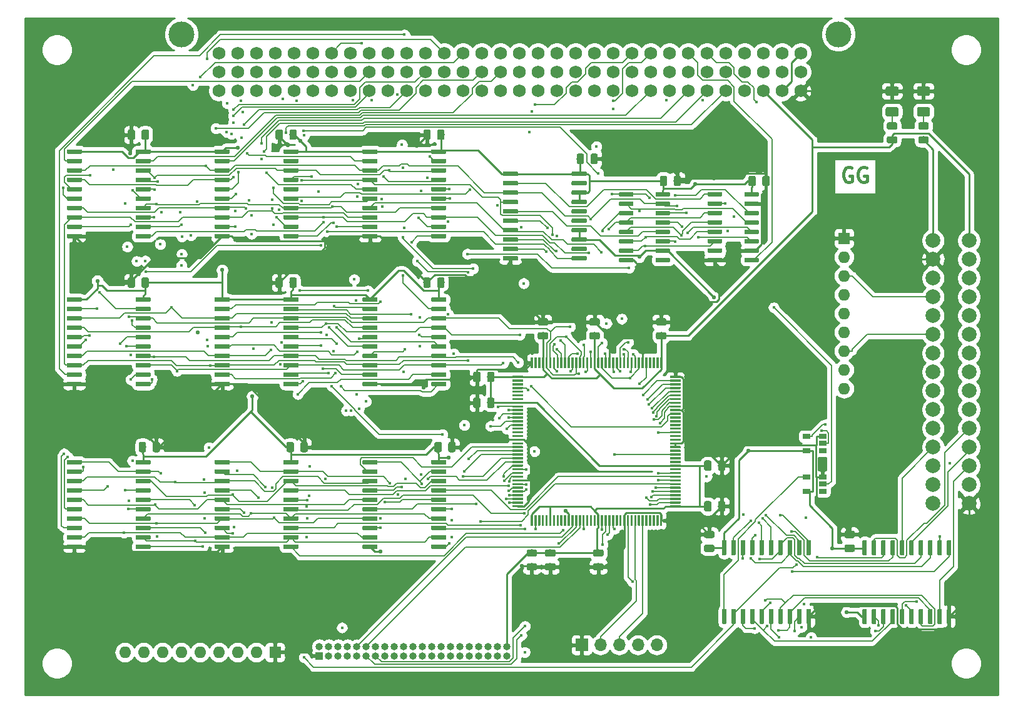
<source format=gbr>
G04 #@! TF.GenerationSoftware,KiCad,Pcbnew,(5.1.4)-1*
G04 #@! TF.CreationDate,2019-09-28T19:07:41+02:00*
G04 #@! TF.ProjectId,Project_GP8B,50726f6a-6563-4745-9f47-5038422e6b69,V4*
G04 #@! TF.SameCoordinates,PX3a2c940PY1e0a6e0*
G04 #@! TF.FileFunction,Copper,L1,Top*
G04 #@! TF.FilePolarity,Positive*
%FSLAX46Y46*%
G04 Gerber Fmt 4.6, Leading zero omitted, Abs format (unit mm)*
G04 Created by KiCad (PCBNEW (5.1.4)-1) date 2019-09-28 19:07:41*
%MOMM*%
%LPD*%
G04 APERTURE LIST*
%ADD10C,0.400000*%
%ADD11C,3.500000*%
%ADD12C,1.750000*%
%ADD13C,2.000000*%
%ADD14C,0.100000*%
%ADD15C,0.975000*%
%ADD16C,1.250000*%
%ADD17C,0.300000*%
%ADD18R,1.700000X1.700000*%
%ADD19O,1.700000X1.700000*%
%ADD20R,1.600000X1.600000*%
%ADD21O,1.600000X1.600000*%
%ADD22C,0.600000*%
%ADD23R,1.060000X0.650000*%
%ADD24R,1.000000X1.000000*%
%ADD25O,1.000000X1.000000*%
%ADD26C,0.550000*%
%ADD27C,0.450000*%
%ADD28C,0.250000*%
%ADD29C,0.180000*%
%ADD30C,0.254000*%
G04 APERTURE END LIST*
D10*
X112523809Y-21000000D02*
X112333333Y-20904761D01*
X112047619Y-20904761D01*
X111761904Y-21000000D01*
X111571428Y-21190476D01*
X111476190Y-21380952D01*
X111380952Y-21761904D01*
X111380952Y-22047619D01*
X111476190Y-22428571D01*
X111571428Y-22619047D01*
X111761904Y-22809523D01*
X112047619Y-22904761D01*
X112238095Y-22904761D01*
X112523809Y-22809523D01*
X112619047Y-22714285D01*
X112619047Y-22047619D01*
X112238095Y-22047619D01*
X114523809Y-21000000D02*
X114333333Y-20904761D01*
X114047619Y-20904761D01*
X113761904Y-21000000D01*
X113571428Y-21190476D01*
X113476190Y-21380952D01*
X113380952Y-21761904D01*
X113380952Y-22047619D01*
X113476190Y-22428571D01*
X113571428Y-22619047D01*
X113761904Y-22809523D01*
X114047619Y-22904761D01*
X114238095Y-22904761D01*
X114523809Y-22809523D01*
X114619047Y-22714285D01*
X114619047Y-22047619D01*
X114238095Y-22047619D01*
D11*
X21820000Y-2920000D03*
X110720000Y-2920000D03*
D12*
X105640000Y-10540000D03*
X103100000Y-10540000D03*
X100560000Y-10540000D03*
X98020000Y-10540000D03*
X95480000Y-10540000D03*
X92940000Y-10540000D03*
X90400000Y-10540000D03*
X87860000Y-10540000D03*
X85320000Y-10540000D03*
X82780000Y-10540000D03*
X80240000Y-10540000D03*
X77700000Y-10540000D03*
X75160000Y-10540000D03*
X72620000Y-10540000D03*
X70080000Y-10540000D03*
X67540000Y-10540000D03*
X65000000Y-10540000D03*
X62460000Y-10540000D03*
X59920000Y-10540000D03*
X57380000Y-10540000D03*
X54840000Y-10540000D03*
X52300000Y-10540000D03*
X49760000Y-10540000D03*
X47220000Y-10540000D03*
X44680000Y-10540000D03*
X42140000Y-10540000D03*
X39600000Y-10540000D03*
X37060000Y-10540000D03*
X34520000Y-10540000D03*
X31980000Y-10540000D03*
X29440000Y-10540000D03*
X26900000Y-10540000D03*
X105640000Y-8000000D03*
X103100000Y-8000000D03*
X100560000Y-8000000D03*
X98020000Y-8000000D03*
X95480000Y-8000000D03*
X92940000Y-8000000D03*
X90400000Y-8000000D03*
X87860000Y-8000000D03*
X85320000Y-8000000D03*
X82780000Y-8000000D03*
X80240000Y-8000000D03*
X77700000Y-8000000D03*
X75160000Y-8000000D03*
X72620000Y-8000000D03*
X70080000Y-8000000D03*
X67540000Y-8000000D03*
X65000000Y-8000000D03*
X62460000Y-8000000D03*
X59920000Y-8000000D03*
X57380000Y-8000000D03*
X54840000Y-8000000D03*
X52300000Y-8000000D03*
X49760000Y-8000000D03*
X47220000Y-8000000D03*
X44680000Y-8000000D03*
X42140000Y-8000000D03*
X39600000Y-8000000D03*
X37060000Y-8000000D03*
X34520000Y-8000000D03*
X31980000Y-8000000D03*
X29440000Y-8000000D03*
X26900000Y-8000000D03*
X105640000Y-5460000D03*
X103100000Y-5460000D03*
X100560000Y-5460000D03*
X98020000Y-5460000D03*
X95480000Y-5460000D03*
X92940000Y-5460000D03*
X90400000Y-5460000D03*
X87860000Y-5460000D03*
X85320000Y-5460000D03*
X82780000Y-5460000D03*
X80240000Y-5460000D03*
X77700000Y-5460000D03*
X75160000Y-5460000D03*
X72620000Y-5460000D03*
X70080000Y-5460000D03*
X67540000Y-5460000D03*
X65000000Y-5460000D03*
X62460000Y-5460000D03*
X59920000Y-5460000D03*
X57380000Y-5460000D03*
X54840000Y-5460000D03*
X52300000Y-5460000D03*
X49760000Y-5460000D03*
X47220000Y-5460000D03*
X44680000Y-5460000D03*
X42140000Y-5460000D03*
X39600000Y-5460000D03*
X37060000Y-5460000D03*
X34520000Y-5460000D03*
X31980000Y-5460000D03*
X29440000Y-5460000D03*
X26900000Y-5460000D03*
D13*
X128400000Y-30810000D03*
X123540000Y-30810000D03*
X128400000Y-33350000D03*
X123540000Y-33350000D03*
X128400000Y-35890000D03*
X123540000Y-35890000D03*
X128400000Y-38430000D03*
X123540000Y-38430000D03*
X128400000Y-40970000D03*
X123540000Y-40970000D03*
X128400000Y-43510000D03*
X123540000Y-43510000D03*
X128400000Y-46050000D03*
X123540000Y-46050000D03*
X128400000Y-48590000D03*
X123540000Y-48590000D03*
X128400000Y-51130000D03*
X123540000Y-51130000D03*
X128400000Y-53670000D03*
X123540000Y-53670000D03*
X128400000Y-56210000D03*
X123540000Y-56210000D03*
X128400000Y-58750000D03*
X123540000Y-58750000D03*
X128400000Y-61290000D03*
X123540000Y-61290000D03*
X128400000Y-63830000D03*
X123540000Y-63830000D03*
X128400000Y-66360000D03*
X123540000Y-66370000D03*
D14*
G36*
X63955142Y-52051174D02*
G01*
X63978803Y-52054684D01*
X64002007Y-52060496D01*
X64024529Y-52068554D01*
X64046153Y-52078782D01*
X64066670Y-52091079D01*
X64085883Y-52105329D01*
X64103607Y-52121393D01*
X64119671Y-52139117D01*
X64133921Y-52158330D01*
X64146218Y-52178847D01*
X64156446Y-52200471D01*
X64164504Y-52222993D01*
X64170316Y-52246197D01*
X64173826Y-52269858D01*
X64175000Y-52293750D01*
X64175000Y-53206250D01*
X64173826Y-53230142D01*
X64170316Y-53253803D01*
X64164504Y-53277007D01*
X64156446Y-53299529D01*
X64146218Y-53321153D01*
X64133921Y-53341670D01*
X64119671Y-53360883D01*
X64103607Y-53378607D01*
X64085883Y-53394671D01*
X64066670Y-53408921D01*
X64046153Y-53421218D01*
X64024529Y-53431446D01*
X64002007Y-53439504D01*
X63978803Y-53445316D01*
X63955142Y-53448826D01*
X63931250Y-53450000D01*
X63443750Y-53450000D01*
X63419858Y-53448826D01*
X63396197Y-53445316D01*
X63372993Y-53439504D01*
X63350471Y-53431446D01*
X63328847Y-53421218D01*
X63308330Y-53408921D01*
X63289117Y-53394671D01*
X63271393Y-53378607D01*
X63255329Y-53360883D01*
X63241079Y-53341670D01*
X63228782Y-53321153D01*
X63218554Y-53299529D01*
X63210496Y-53277007D01*
X63204684Y-53253803D01*
X63201174Y-53230142D01*
X63200000Y-53206250D01*
X63200000Y-52293750D01*
X63201174Y-52269858D01*
X63204684Y-52246197D01*
X63210496Y-52222993D01*
X63218554Y-52200471D01*
X63228782Y-52178847D01*
X63241079Y-52158330D01*
X63255329Y-52139117D01*
X63271393Y-52121393D01*
X63289117Y-52105329D01*
X63308330Y-52091079D01*
X63328847Y-52078782D01*
X63350471Y-52068554D01*
X63372993Y-52060496D01*
X63396197Y-52054684D01*
X63419858Y-52051174D01*
X63443750Y-52050000D01*
X63931250Y-52050000D01*
X63955142Y-52051174D01*
X63955142Y-52051174D01*
G37*
D15*
X63687500Y-52750000D03*
D14*
G36*
X62080142Y-52051174D02*
G01*
X62103803Y-52054684D01*
X62127007Y-52060496D01*
X62149529Y-52068554D01*
X62171153Y-52078782D01*
X62191670Y-52091079D01*
X62210883Y-52105329D01*
X62228607Y-52121393D01*
X62244671Y-52139117D01*
X62258921Y-52158330D01*
X62271218Y-52178847D01*
X62281446Y-52200471D01*
X62289504Y-52222993D01*
X62295316Y-52246197D01*
X62298826Y-52269858D01*
X62300000Y-52293750D01*
X62300000Y-53206250D01*
X62298826Y-53230142D01*
X62295316Y-53253803D01*
X62289504Y-53277007D01*
X62281446Y-53299529D01*
X62271218Y-53321153D01*
X62258921Y-53341670D01*
X62244671Y-53360883D01*
X62228607Y-53378607D01*
X62210883Y-53394671D01*
X62191670Y-53408921D01*
X62171153Y-53421218D01*
X62149529Y-53431446D01*
X62127007Y-53439504D01*
X62103803Y-53445316D01*
X62080142Y-53448826D01*
X62056250Y-53450000D01*
X61568750Y-53450000D01*
X61544858Y-53448826D01*
X61521197Y-53445316D01*
X61497993Y-53439504D01*
X61475471Y-53431446D01*
X61453847Y-53421218D01*
X61433330Y-53408921D01*
X61414117Y-53394671D01*
X61396393Y-53378607D01*
X61380329Y-53360883D01*
X61366079Y-53341670D01*
X61353782Y-53321153D01*
X61343554Y-53299529D01*
X61335496Y-53277007D01*
X61329684Y-53253803D01*
X61326174Y-53230142D01*
X61325000Y-53206250D01*
X61325000Y-52293750D01*
X61326174Y-52269858D01*
X61329684Y-52246197D01*
X61335496Y-52222993D01*
X61343554Y-52200471D01*
X61353782Y-52178847D01*
X61366079Y-52158330D01*
X61380329Y-52139117D01*
X61396393Y-52121393D01*
X61414117Y-52105329D01*
X61433330Y-52091079D01*
X61453847Y-52078782D01*
X61475471Y-52068554D01*
X61497993Y-52060496D01*
X61521197Y-52054684D01*
X61544858Y-52051174D01*
X61568750Y-52050000D01*
X62056250Y-52050000D01*
X62080142Y-52051174D01*
X62080142Y-52051174D01*
G37*
D15*
X61812500Y-52750000D03*
D14*
G36*
X95205142Y-66051174D02*
G01*
X95228803Y-66054684D01*
X95252007Y-66060496D01*
X95274529Y-66068554D01*
X95296153Y-66078782D01*
X95316670Y-66091079D01*
X95335883Y-66105329D01*
X95353607Y-66121393D01*
X95369671Y-66139117D01*
X95383921Y-66158330D01*
X95396218Y-66178847D01*
X95406446Y-66200471D01*
X95414504Y-66222993D01*
X95420316Y-66246197D01*
X95423826Y-66269858D01*
X95425000Y-66293750D01*
X95425000Y-67206250D01*
X95423826Y-67230142D01*
X95420316Y-67253803D01*
X95414504Y-67277007D01*
X95406446Y-67299529D01*
X95396218Y-67321153D01*
X95383921Y-67341670D01*
X95369671Y-67360883D01*
X95353607Y-67378607D01*
X95335883Y-67394671D01*
X95316670Y-67408921D01*
X95296153Y-67421218D01*
X95274529Y-67431446D01*
X95252007Y-67439504D01*
X95228803Y-67445316D01*
X95205142Y-67448826D01*
X95181250Y-67450000D01*
X94693750Y-67450000D01*
X94669858Y-67448826D01*
X94646197Y-67445316D01*
X94622993Y-67439504D01*
X94600471Y-67431446D01*
X94578847Y-67421218D01*
X94558330Y-67408921D01*
X94539117Y-67394671D01*
X94521393Y-67378607D01*
X94505329Y-67360883D01*
X94491079Y-67341670D01*
X94478782Y-67321153D01*
X94468554Y-67299529D01*
X94460496Y-67277007D01*
X94454684Y-67253803D01*
X94451174Y-67230142D01*
X94450000Y-67206250D01*
X94450000Y-66293750D01*
X94451174Y-66269858D01*
X94454684Y-66246197D01*
X94460496Y-66222993D01*
X94468554Y-66200471D01*
X94478782Y-66178847D01*
X94491079Y-66158330D01*
X94505329Y-66139117D01*
X94521393Y-66121393D01*
X94539117Y-66105329D01*
X94558330Y-66091079D01*
X94578847Y-66078782D01*
X94600471Y-66068554D01*
X94622993Y-66060496D01*
X94646197Y-66054684D01*
X94669858Y-66051174D01*
X94693750Y-66050000D01*
X95181250Y-66050000D01*
X95205142Y-66051174D01*
X95205142Y-66051174D01*
G37*
D15*
X94937500Y-66750000D03*
D14*
G36*
X93330142Y-66051174D02*
G01*
X93353803Y-66054684D01*
X93377007Y-66060496D01*
X93399529Y-66068554D01*
X93421153Y-66078782D01*
X93441670Y-66091079D01*
X93460883Y-66105329D01*
X93478607Y-66121393D01*
X93494671Y-66139117D01*
X93508921Y-66158330D01*
X93521218Y-66178847D01*
X93531446Y-66200471D01*
X93539504Y-66222993D01*
X93545316Y-66246197D01*
X93548826Y-66269858D01*
X93550000Y-66293750D01*
X93550000Y-67206250D01*
X93548826Y-67230142D01*
X93545316Y-67253803D01*
X93539504Y-67277007D01*
X93531446Y-67299529D01*
X93521218Y-67321153D01*
X93508921Y-67341670D01*
X93494671Y-67360883D01*
X93478607Y-67378607D01*
X93460883Y-67394671D01*
X93441670Y-67408921D01*
X93421153Y-67421218D01*
X93399529Y-67431446D01*
X93377007Y-67439504D01*
X93353803Y-67445316D01*
X93330142Y-67448826D01*
X93306250Y-67450000D01*
X92818750Y-67450000D01*
X92794858Y-67448826D01*
X92771197Y-67445316D01*
X92747993Y-67439504D01*
X92725471Y-67431446D01*
X92703847Y-67421218D01*
X92683330Y-67408921D01*
X92664117Y-67394671D01*
X92646393Y-67378607D01*
X92630329Y-67360883D01*
X92616079Y-67341670D01*
X92603782Y-67321153D01*
X92593554Y-67299529D01*
X92585496Y-67277007D01*
X92579684Y-67253803D01*
X92576174Y-67230142D01*
X92575000Y-67206250D01*
X92575000Y-66293750D01*
X92576174Y-66269858D01*
X92579684Y-66246197D01*
X92585496Y-66222993D01*
X92593554Y-66200471D01*
X92603782Y-66178847D01*
X92616079Y-66158330D01*
X92630329Y-66139117D01*
X92646393Y-66121393D01*
X92664117Y-66105329D01*
X92683330Y-66091079D01*
X92703847Y-66078782D01*
X92725471Y-66068554D01*
X92747993Y-66060496D01*
X92771197Y-66054684D01*
X92794858Y-66051174D01*
X92818750Y-66050000D01*
X93306250Y-66050000D01*
X93330142Y-66051174D01*
X93330142Y-66051174D01*
G37*
D15*
X93062500Y-66750000D03*
D14*
G36*
X18705142Y-58051174D02*
G01*
X18728803Y-58054684D01*
X18752007Y-58060496D01*
X18774529Y-58068554D01*
X18796153Y-58078782D01*
X18816670Y-58091079D01*
X18835883Y-58105329D01*
X18853607Y-58121393D01*
X18869671Y-58139117D01*
X18883921Y-58158330D01*
X18896218Y-58178847D01*
X18906446Y-58200471D01*
X18914504Y-58222993D01*
X18920316Y-58246197D01*
X18923826Y-58269858D01*
X18925000Y-58293750D01*
X18925000Y-59206250D01*
X18923826Y-59230142D01*
X18920316Y-59253803D01*
X18914504Y-59277007D01*
X18906446Y-59299529D01*
X18896218Y-59321153D01*
X18883921Y-59341670D01*
X18869671Y-59360883D01*
X18853607Y-59378607D01*
X18835883Y-59394671D01*
X18816670Y-59408921D01*
X18796153Y-59421218D01*
X18774529Y-59431446D01*
X18752007Y-59439504D01*
X18728803Y-59445316D01*
X18705142Y-59448826D01*
X18681250Y-59450000D01*
X18193750Y-59450000D01*
X18169858Y-59448826D01*
X18146197Y-59445316D01*
X18122993Y-59439504D01*
X18100471Y-59431446D01*
X18078847Y-59421218D01*
X18058330Y-59408921D01*
X18039117Y-59394671D01*
X18021393Y-59378607D01*
X18005329Y-59360883D01*
X17991079Y-59341670D01*
X17978782Y-59321153D01*
X17968554Y-59299529D01*
X17960496Y-59277007D01*
X17954684Y-59253803D01*
X17951174Y-59230142D01*
X17950000Y-59206250D01*
X17950000Y-58293750D01*
X17951174Y-58269858D01*
X17954684Y-58246197D01*
X17960496Y-58222993D01*
X17968554Y-58200471D01*
X17978782Y-58178847D01*
X17991079Y-58158330D01*
X18005329Y-58139117D01*
X18021393Y-58121393D01*
X18039117Y-58105329D01*
X18058330Y-58091079D01*
X18078847Y-58078782D01*
X18100471Y-58068554D01*
X18122993Y-58060496D01*
X18146197Y-58054684D01*
X18169858Y-58051174D01*
X18193750Y-58050000D01*
X18681250Y-58050000D01*
X18705142Y-58051174D01*
X18705142Y-58051174D01*
G37*
D15*
X18437500Y-58750000D03*
D14*
G36*
X16830142Y-58051174D02*
G01*
X16853803Y-58054684D01*
X16877007Y-58060496D01*
X16899529Y-58068554D01*
X16921153Y-58078782D01*
X16941670Y-58091079D01*
X16960883Y-58105329D01*
X16978607Y-58121393D01*
X16994671Y-58139117D01*
X17008921Y-58158330D01*
X17021218Y-58178847D01*
X17031446Y-58200471D01*
X17039504Y-58222993D01*
X17045316Y-58246197D01*
X17048826Y-58269858D01*
X17050000Y-58293750D01*
X17050000Y-59206250D01*
X17048826Y-59230142D01*
X17045316Y-59253803D01*
X17039504Y-59277007D01*
X17031446Y-59299529D01*
X17021218Y-59321153D01*
X17008921Y-59341670D01*
X16994671Y-59360883D01*
X16978607Y-59378607D01*
X16960883Y-59394671D01*
X16941670Y-59408921D01*
X16921153Y-59421218D01*
X16899529Y-59431446D01*
X16877007Y-59439504D01*
X16853803Y-59445316D01*
X16830142Y-59448826D01*
X16806250Y-59450000D01*
X16318750Y-59450000D01*
X16294858Y-59448826D01*
X16271197Y-59445316D01*
X16247993Y-59439504D01*
X16225471Y-59431446D01*
X16203847Y-59421218D01*
X16183330Y-59408921D01*
X16164117Y-59394671D01*
X16146393Y-59378607D01*
X16130329Y-59360883D01*
X16116079Y-59341670D01*
X16103782Y-59321153D01*
X16093554Y-59299529D01*
X16085496Y-59277007D01*
X16079684Y-59253803D01*
X16076174Y-59230142D01*
X16075000Y-59206250D01*
X16075000Y-58293750D01*
X16076174Y-58269858D01*
X16079684Y-58246197D01*
X16085496Y-58222993D01*
X16093554Y-58200471D01*
X16103782Y-58178847D01*
X16116079Y-58158330D01*
X16130329Y-58139117D01*
X16146393Y-58121393D01*
X16164117Y-58105329D01*
X16183330Y-58091079D01*
X16203847Y-58078782D01*
X16225471Y-58068554D01*
X16247993Y-58060496D01*
X16271197Y-58054684D01*
X16294858Y-58051174D01*
X16318750Y-58050000D01*
X16806250Y-58050000D01*
X16830142Y-58051174D01*
X16830142Y-58051174D01*
G37*
D15*
X16562500Y-58750000D03*
D14*
G36*
X56830142Y-58051174D02*
G01*
X56853803Y-58054684D01*
X56877007Y-58060496D01*
X56899529Y-58068554D01*
X56921153Y-58078782D01*
X56941670Y-58091079D01*
X56960883Y-58105329D01*
X56978607Y-58121393D01*
X56994671Y-58139117D01*
X57008921Y-58158330D01*
X57021218Y-58178847D01*
X57031446Y-58200471D01*
X57039504Y-58222993D01*
X57045316Y-58246197D01*
X57048826Y-58269858D01*
X57050000Y-58293750D01*
X57050000Y-59206250D01*
X57048826Y-59230142D01*
X57045316Y-59253803D01*
X57039504Y-59277007D01*
X57031446Y-59299529D01*
X57021218Y-59321153D01*
X57008921Y-59341670D01*
X56994671Y-59360883D01*
X56978607Y-59378607D01*
X56960883Y-59394671D01*
X56941670Y-59408921D01*
X56921153Y-59421218D01*
X56899529Y-59431446D01*
X56877007Y-59439504D01*
X56853803Y-59445316D01*
X56830142Y-59448826D01*
X56806250Y-59450000D01*
X56318750Y-59450000D01*
X56294858Y-59448826D01*
X56271197Y-59445316D01*
X56247993Y-59439504D01*
X56225471Y-59431446D01*
X56203847Y-59421218D01*
X56183330Y-59408921D01*
X56164117Y-59394671D01*
X56146393Y-59378607D01*
X56130329Y-59360883D01*
X56116079Y-59341670D01*
X56103782Y-59321153D01*
X56093554Y-59299529D01*
X56085496Y-59277007D01*
X56079684Y-59253803D01*
X56076174Y-59230142D01*
X56075000Y-59206250D01*
X56075000Y-58293750D01*
X56076174Y-58269858D01*
X56079684Y-58246197D01*
X56085496Y-58222993D01*
X56093554Y-58200471D01*
X56103782Y-58178847D01*
X56116079Y-58158330D01*
X56130329Y-58139117D01*
X56146393Y-58121393D01*
X56164117Y-58105329D01*
X56183330Y-58091079D01*
X56203847Y-58078782D01*
X56225471Y-58068554D01*
X56247993Y-58060496D01*
X56271197Y-58054684D01*
X56294858Y-58051174D01*
X56318750Y-58050000D01*
X56806250Y-58050000D01*
X56830142Y-58051174D01*
X56830142Y-58051174D01*
G37*
D15*
X56562500Y-58750000D03*
D14*
G36*
X58705142Y-58051174D02*
G01*
X58728803Y-58054684D01*
X58752007Y-58060496D01*
X58774529Y-58068554D01*
X58796153Y-58078782D01*
X58816670Y-58091079D01*
X58835883Y-58105329D01*
X58853607Y-58121393D01*
X58869671Y-58139117D01*
X58883921Y-58158330D01*
X58896218Y-58178847D01*
X58906446Y-58200471D01*
X58914504Y-58222993D01*
X58920316Y-58246197D01*
X58923826Y-58269858D01*
X58925000Y-58293750D01*
X58925000Y-59206250D01*
X58923826Y-59230142D01*
X58920316Y-59253803D01*
X58914504Y-59277007D01*
X58906446Y-59299529D01*
X58896218Y-59321153D01*
X58883921Y-59341670D01*
X58869671Y-59360883D01*
X58853607Y-59378607D01*
X58835883Y-59394671D01*
X58816670Y-59408921D01*
X58796153Y-59421218D01*
X58774529Y-59431446D01*
X58752007Y-59439504D01*
X58728803Y-59445316D01*
X58705142Y-59448826D01*
X58681250Y-59450000D01*
X58193750Y-59450000D01*
X58169858Y-59448826D01*
X58146197Y-59445316D01*
X58122993Y-59439504D01*
X58100471Y-59431446D01*
X58078847Y-59421218D01*
X58058330Y-59408921D01*
X58039117Y-59394671D01*
X58021393Y-59378607D01*
X58005329Y-59360883D01*
X57991079Y-59341670D01*
X57978782Y-59321153D01*
X57968554Y-59299529D01*
X57960496Y-59277007D01*
X57954684Y-59253803D01*
X57951174Y-59230142D01*
X57950000Y-59206250D01*
X57950000Y-58293750D01*
X57951174Y-58269858D01*
X57954684Y-58246197D01*
X57960496Y-58222993D01*
X57968554Y-58200471D01*
X57978782Y-58178847D01*
X57991079Y-58158330D01*
X58005329Y-58139117D01*
X58021393Y-58121393D01*
X58039117Y-58105329D01*
X58058330Y-58091079D01*
X58078847Y-58078782D01*
X58100471Y-58068554D01*
X58122993Y-58060496D01*
X58146197Y-58054684D01*
X58169858Y-58051174D01*
X58193750Y-58050000D01*
X58681250Y-58050000D01*
X58705142Y-58051174D01*
X58705142Y-58051174D01*
G37*
D15*
X58437500Y-58750000D03*
D14*
G36*
X36830142Y-58051174D02*
G01*
X36853803Y-58054684D01*
X36877007Y-58060496D01*
X36899529Y-58068554D01*
X36921153Y-58078782D01*
X36941670Y-58091079D01*
X36960883Y-58105329D01*
X36978607Y-58121393D01*
X36994671Y-58139117D01*
X37008921Y-58158330D01*
X37021218Y-58178847D01*
X37031446Y-58200471D01*
X37039504Y-58222993D01*
X37045316Y-58246197D01*
X37048826Y-58269858D01*
X37050000Y-58293750D01*
X37050000Y-59206250D01*
X37048826Y-59230142D01*
X37045316Y-59253803D01*
X37039504Y-59277007D01*
X37031446Y-59299529D01*
X37021218Y-59321153D01*
X37008921Y-59341670D01*
X36994671Y-59360883D01*
X36978607Y-59378607D01*
X36960883Y-59394671D01*
X36941670Y-59408921D01*
X36921153Y-59421218D01*
X36899529Y-59431446D01*
X36877007Y-59439504D01*
X36853803Y-59445316D01*
X36830142Y-59448826D01*
X36806250Y-59450000D01*
X36318750Y-59450000D01*
X36294858Y-59448826D01*
X36271197Y-59445316D01*
X36247993Y-59439504D01*
X36225471Y-59431446D01*
X36203847Y-59421218D01*
X36183330Y-59408921D01*
X36164117Y-59394671D01*
X36146393Y-59378607D01*
X36130329Y-59360883D01*
X36116079Y-59341670D01*
X36103782Y-59321153D01*
X36093554Y-59299529D01*
X36085496Y-59277007D01*
X36079684Y-59253803D01*
X36076174Y-59230142D01*
X36075000Y-59206250D01*
X36075000Y-58293750D01*
X36076174Y-58269858D01*
X36079684Y-58246197D01*
X36085496Y-58222993D01*
X36093554Y-58200471D01*
X36103782Y-58178847D01*
X36116079Y-58158330D01*
X36130329Y-58139117D01*
X36146393Y-58121393D01*
X36164117Y-58105329D01*
X36183330Y-58091079D01*
X36203847Y-58078782D01*
X36225471Y-58068554D01*
X36247993Y-58060496D01*
X36271197Y-58054684D01*
X36294858Y-58051174D01*
X36318750Y-58050000D01*
X36806250Y-58050000D01*
X36830142Y-58051174D01*
X36830142Y-58051174D01*
G37*
D15*
X36562500Y-58750000D03*
D14*
G36*
X38705142Y-58051174D02*
G01*
X38728803Y-58054684D01*
X38752007Y-58060496D01*
X38774529Y-58068554D01*
X38796153Y-58078782D01*
X38816670Y-58091079D01*
X38835883Y-58105329D01*
X38853607Y-58121393D01*
X38869671Y-58139117D01*
X38883921Y-58158330D01*
X38896218Y-58178847D01*
X38906446Y-58200471D01*
X38914504Y-58222993D01*
X38920316Y-58246197D01*
X38923826Y-58269858D01*
X38925000Y-58293750D01*
X38925000Y-59206250D01*
X38923826Y-59230142D01*
X38920316Y-59253803D01*
X38914504Y-59277007D01*
X38906446Y-59299529D01*
X38896218Y-59321153D01*
X38883921Y-59341670D01*
X38869671Y-59360883D01*
X38853607Y-59378607D01*
X38835883Y-59394671D01*
X38816670Y-59408921D01*
X38796153Y-59421218D01*
X38774529Y-59431446D01*
X38752007Y-59439504D01*
X38728803Y-59445316D01*
X38705142Y-59448826D01*
X38681250Y-59450000D01*
X38193750Y-59450000D01*
X38169858Y-59448826D01*
X38146197Y-59445316D01*
X38122993Y-59439504D01*
X38100471Y-59431446D01*
X38078847Y-59421218D01*
X38058330Y-59408921D01*
X38039117Y-59394671D01*
X38021393Y-59378607D01*
X38005329Y-59360883D01*
X37991079Y-59341670D01*
X37978782Y-59321153D01*
X37968554Y-59299529D01*
X37960496Y-59277007D01*
X37954684Y-59253803D01*
X37951174Y-59230142D01*
X37950000Y-59206250D01*
X37950000Y-58293750D01*
X37951174Y-58269858D01*
X37954684Y-58246197D01*
X37960496Y-58222993D01*
X37968554Y-58200471D01*
X37978782Y-58178847D01*
X37991079Y-58158330D01*
X38005329Y-58139117D01*
X38021393Y-58121393D01*
X38039117Y-58105329D01*
X38058330Y-58091079D01*
X38078847Y-58078782D01*
X38100471Y-58068554D01*
X38122993Y-58060496D01*
X38146197Y-58054684D01*
X38169858Y-58051174D01*
X38193750Y-58050000D01*
X38681250Y-58050000D01*
X38705142Y-58051174D01*
X38705142Y-58051174D01*
G37*
D15*
X38437500Y-58750000D03*
D14*
G36*
X71230142Y-43201174D02*
G01*
X71253803Y-43204684D01*
X71277007Y-43210496D01*
X71299529Y-43218554D01*
X71321153Y-43228782D01*
X71341670Y-43241079D01*
X71360883Y-43255329D01*
X71378607Y-43271393D01*
X71394671Y-43289117D01*
X71408921Y-43308330D01*
X71421218Y-43328847D01*
X71431446Y-43350471D01*
X71439504Y-43372993D01*
X71445316Y-43396197D01*
X71448826Y-43419858D01*
X71450000Y-43443750D01*
X71450000Y-43931250D01*
X71448826Y-43955142D01*
X71445316Y-43978803D01*
X71439504Y-44002007D01*
X71431446Y-44024529D01*
X71421218Y-44046153D01*
X71408921Y-44066670D01*
X71394671Y-44085883D01*
X71378607Y-44103607D01*
X71360883Y-44119671D01*
X71341670Y-44133921D01*
X71321153Y-44146218D01*
X71299529Y-44156446D01*
X71277007Y-44164504D01*
X71253803Y-44170316D01*
X71230142Y-44173826D01*
X71206250Y-44175000D01*
X70293750Y-44175000D01*
X70269858Y-44173826D01*
X70246197Y-44170316D01*
X70222993Y-44164504D01*
X70200471Y-44156446D01*
X70178847Y-44146218D01*
X70158330Y-44133921D01*
X70139117Y-44119671D01*
X70121393Y-44103607D01*
X70105329Y-44085883D01*
X70091079Y-44066670D01*
X70078782Y-44046153D01*
X70068554Y-44024529D01*
X70060496Y-44002007D01*
X70054684Y-43978803D01*
X70051174Y-43955142D01*
X70050000Y-43931250D01*
X70050000Y-43443750D01*
X70051174Y-43419858D01*
X70054684Y-43396197D01*
X70060496Y-43372993D01*
X70068554Y-43350471D01*
X70078782Y-43328847D01*
X70091079Y-43308330D01*
X70105329Y-43289117D01*
X70121393Y-43271393D01*
X70139117Y-43255329D01*
X70158330Y-43241079D01*
X70178847Y-43228782D01*
X70200471Y-43218554D01*
X70222993Y-43210496D01*
X70246197Y-43204684D01*
X70269858Y-43201174D01*
X70293750Y-43200000D01*
X71206250Y-43200000D01*
X71230142Y-43201174D01*
X71230142Y-43201174D01*
G37*
D15*
X70750000Y-43687500D03*
D14*
G36*
X71230142Y-41326174D02*
G01*
X71253803Y-41329684D01*
X71277007Y-41335496D01*
X71299529Y-41343554D01*
X71321153Y-41353782D01*
X71341670Y-41366079D01*
X71360883Y-41380329D01*
X71378607Y-41396393D01*
X71394671Y-41414117D01*
X71408921Y-41433330D01*
X71421218Y-41453847D01*
X71431446Y-41475471D01*
X71439504Y-41497993D01*
X71445316Y-41521197D01*
X71448826Y-41544858D01*
X71450000Y-41568750D01*
X71450000Y-42056250D01*
X71448826Y-42080142D01*
X71445316Y-42103803D01*
X71439504Y-42127007D01*
X71431446Y-42149529D01*
X71421218Y-42171153D01*
X71408921Y-42191670D01*
X71394671Y-42210883D01*
X71378607Y-42228607D01*
X71360883Y-42244671D01*
X71341670Y-42258921D01*
X71321153Y-42271218D01*
X71299529Y-42281446D01*
X71277007Y-42289504D01*
X71253803Y-42295316D01*
X71230142Y-42298826D01*
X71206250Y-42300000D01*
X70293750Y-42300000D01*
X70269858Y-42298826D01*
X70246197Y-42295316D01*
X70222993Y-42289504D01*
X70200471Y-42281446D01*
X70178847Y-42271218D01*
X70158330Y-42258921D01*
X70139117Y-42244671D01*
X70121393Y-42228607D01*
X70105329Y-42210883D01*
X70091079Y-42191670D01*
X70078782Y-42171153D01*
X70068554Y-42149529D01*
X70060496Y-42127007D01*
X70054684Y-42103803D01*
X70051174Y-42080142D01*
X70050000Y-42056250D01*
X70050000Y-41568750D01*
X70051174Y-41544858D01*
X70054684Y-41521197D01*
X70060496Y-41497993D01*
X70068554Y-41475471D01*
X70078782Y-41453847D01*
X70091079Y-41433330D01*
X70105329Y-41414117D01*
X70121393Y-41396393D01*
X70139117Y-41380329D01*
X70158330Y-41366079D01*
X70178847Y-41353782D01*
X70200471Y-41343554D01*
X70222993Y-41335496D01*
X70246197Y-41329684D01*
X70269858Y-41326174D01*
X70293750Y-41325000D01*
X71206250Y-41325000D01*
X71230142Y-41326174D01*
X71230142Y-41326174D01*
G37*
D15*
X70750000Y-41812500D03*
D14*
G36*
X55330142Y-35801174D02*
G01*
X55353803Y-35804684D01*
X55377007Y-35810496D01*
X55399529Y-35818554D01*
X55421153Y-35828782D01*
X55441670Y-35841079D01*
X55460883Y-35855329D01*
X55478607Y-35871393D01*
X55494671Y-35889117D01*
X55508921Y-35908330D01*
X55521218Y-35928847D01*
X55531446Y-35950471D01*
X55539504Y-35972993D01*
X55545316Y-35996197D01*
X55548826Y-36019858D01*
X55550000Y-36043750D01*
X55550000Y-36956250D01*
X55548826Y-36980142D01*
X55545316Y-37003803D01*
X55539504Y-37027007D01*
X55531446Y-37049529D01*
X55521218Y-37071153D01*
X55508921Y-37091670D01*
X55494671Y-37110883D01*
X55478607Y-37128607D01*
X55460883Y-37144671D01*
X55441670Y-37158921D01*
X55421153Y-37171218D01*
X55399529Y-37181446D01*
X55377007Y-37189504D01*
X55353803Y-37195316D01*
X55330142Y-37198826D01*
X55306250Y-37200000D01*
X54818750Y-37200000D01*
X54794858Y-37198826D01*
X54771197Y-37195316D01*
X54747993Y-37189504D01*
X54725471Y-37181446D01*
X54703847Y-37171218D01*
X54683330Y-37158921D01*
X54664117Y-37144671D01*
X54646393Y-37128607D01*
X54630329Y-37110883D01*
X54616079Y-37091670D01*
X54603782Y-37071153D01*
X54593554Y-37049529D01*
X54585496Y-37027007D01*
X54579684Y-37003803D01*
X54576174Y-36980142D01*
X54575000Y-36956250D01*
X54575000Y-36043750D01*
X54576174Y-36019858D01*
X54579684Y-35996197D01*
X54585496Y-35972993D01*
X54593554Y-35950471D01*
X54603782Y-35928847D01*
X54616079Y-35908330D01*
X54630329Y-35889117D01*
X54646393Y-35871393D01*
X54664117Y-35855329D01*
X54683330Y-35841079D01*
X54703847Y-35828782D01*
X54725471Y-35818554D01*
X54747993Y-35810496D01*
X54771197Y-35804684D01*
X54794858Y-35801174D01*
X54818750Y-35800000D01*
X55306250Y-35800000D01*
X55330142Y-35801174D01*
X55330142Y-35801174D01*
G37*
D15*
X55062500Y-36500000D03*
D14*
G36*
X57205142Y-35801174D02*
G01*
X57228803Y-35804684D01*
X57252007Y-35810496D01*
X57274529Y-35818554D01*
X57296153Y-35828782D01*
X57316670Y-35841079D01*
X57335883Y-35855329D01*
X57353607Y-35871393D01*
X57369671Y-35889117D01*
X57383921Y-35908330D01*
X57396218Y-35928847D01*
X57406446Y-35950471D01*
X57414504Y-35972993D01*
X57420316Y-35996197D01*
X57423826Y-36019858D01*
X57425000Y-36043750D01*
X57425000Y-36956250D01*
X57423826Y-36980142D01*
X57420316Y-37003803D01*
X57414504Y-37027007D01*
X57406446Y-37049529D01*
X57396218Y-37071153D01*
X57383921Y-37091670D01*
X57369671Y-37110883D01*
X57353607Y-37128607D01*
X57335883Y-37144671D01*
X57316670Y-37158921D01*
X57296153Y-37171218D01*
X57274529Y-37181446D01*
X57252007Y-37189504D01*
X57228803Y-37195316D01*
X57205142Y-37198826D01*
X57181250Y-37200000D01*
X56693750Y-37200000D01*
X56669858Y-37198826D01*
X56646197Y-37195316D01*
X56622993Y-37189504D01*
X56600471Y-37181446D01*
X56578847Y-37171218D01*
X56558330Y-37158921D01*
X56539117Y-37144671D01*
X56521393Y-37128607D01*
X56505329Y-37110883D01*
X56491079Y-37091670D01*
X56478782Y-37071153D01*
X56468554Y-37049529D01*
X56460496Y-37027007D01*
X56454684Y-37003803D01*
X56451174Y-36980142D01*
X56450000Y-36956250D01*
X56450000Y-36043750D01*
X56451174Y-36019858D01*
X56454684Y-35996197D01*
X56460496Y-35972993D01*
X56468554Y-35950471D01*
X56478782Y-35928847D01*
X56491079Y-35908330D01*
X56505329Y-35889117D01*
X56521393Y-35871393D01*
X56539117Y-35855329D01*
X56558330Y-35841079D01*
X56578847Y-35828782D01*
X56600471Y-35818554D01*
X56622993Y-35810496D01*
X56646197Y-35804684D01*
X56669858Y-35801174D01*
X56693750Y-35800000D01*
X57181250Y-35800000D01*
X57205142Y-35801174D01*
X57205142Y-35801174D01*
G37*
D15*
X56937500Y-36500000D03*
D14*
G36*
X35330142Y-35801174D02*
G01*
X35353803Y-35804684D01*
X35377007Y-35810496D01*
X35399529Y-35818554D01*
X35421153Y-35828782D01*
X35441670Y-35841079D01*
X35460883Y-35855329D01*
X35478607Y-35871393D01*
X35494671Y-35889117D01*
X35508921Y-35908330D01*
X35521218Y-35928847D01*
X35531446Y-35950471D01*
X35539504Y-35972993D01*
X35545316Y-35996197D01*
X35548826Y-36019858D01*
X35550000Y-36043750D01*
X35550000Y-36956250D01*
X35548826Y-36980142D01*
X35545316Y-37003803D01*
X35539504Y-37027007D01*
X35531446Y-37049529D01*
X35521218Y-37071153D01*
X35508921Y-37091670D01*
X35494671Y-37110883D01*
X35478607Y-37128607D01*
X35460883Y-37144671D01*
X35441670Y-37158921D01*
X35421153Y-37171218D01*
X35399529Y-37181446D01*
X35377007Y-37189504D01*
X35353803Y-37195316D01*
X35330142Y-37198826D01*
X35306250Y-37200000D01*
X34818750Y-37200000D01*
X34794858Y-37198826D01*
X34771197Y-37195316D01*
X34747993Y-37189504D01*
X34725471Y-37181446D01*
X34703847Y-37171218D01*
X34683330Y-37158921D01*
X34664117Y-37144671D01*
X34646393Y-37128607D01*
X34630329Y-37110883D01*
X34616079Y-37091670D01*
X34603782Y-37071153D01*
X34593554Y-37049529D01*
X34585496Y-37027007D01*
X34579684Y-37003803D01*
X34576174Y-36980142D01*
X34575000Y-36956250D01*
X34575000Y-36043750D01*
X34576174Y-36019858D01*
X34579684Y-35996197D01*
X34585496Y-35972993D01*
X34593554Y-35950471D01*
X34603782Y-35928847D01*
X34616079Y-35908330D01*
X34630329Y-35889117D01*
X34646393Y-35871393D01*
X34664117Y-35855329D01*
X34683330Y-35841079D01*
X34703847Y-35828782D01*
X34725471Y-35818554D01*
X34747993Y-35810496D01*
X34771197Y-35804684D01*
X34794858Y-35801174D01*
X34818750Y-35800000D01*
X35306250Y-35800000D01*
X35330142Y-35801174D01*
X35330142Y-35801174D01*
G37*
D15*
X35062500Y-36500000D03*
D14*
G36*
X37205142Y-35801174D02*
G01*
X37228803Y-35804684D01*
X37252007Y-35810496D01*
X37274529Y-35818554D01*
X37296153Y-35828782D01*
X37316670Y-35841079D01*
X37335883Y-35855329D01*
X37353607Y-35871393D01*
X37369671Y-35889117D01*
X37383921Y-35908330D01*
X37396218Y-35928847D01*
X37406446Y-35950471D01*
X37414504Y-35972993D01*
X37420316Y-35996197D01*
X37423826Y-36019858D01*
X37425000Y-36043750D01*
X37425000Y-36956250D01*
X37423826Y-36980142D01*
X37420316Y-37003803D01*
X37414504Y-37027007D01*
X37406446Y-37049529D01*
X37396218Y-37071153D01*
X37383921Y-37091670D01*
X37369671Y-37110883D01*
X37353607Y-37128607D01*
X37335883Y-37144671D01*
X37316670Y-37158921D01*
X37296153Y-37171218D01*
X37274529Y-37181446D01*
X37252007Y-37189504D01*
X37228803Y-37195316D01*
X37205142Y-37198826D01*
X37181250Y-37200000D01*
X36693750Y-37200000D01*
X36669858Y-37198826D01*
X36646197Y-37195316D01*
X36622993Y-37189504D01*
X36600471Y-37181446D01*
X36578847Y-37171218D01*
X36558330Y-37158921D01*
X36539117Y-37144671D01*
X36521393Y-37128607D01*
X36505329Y-37110883D01*
X36491079Y-37091670D01*
X36478782Y-37071153D01*
X36468554Y-37049529D01*
X36460496Y-37027007D01*
X36454684Y-37003803D01*
X36451174Y-36980142D01*
X36450000Y-36956250D01*
X36450000Y-36043750D01*
X36451174Y-36019858D01*
X36454684Y-35996197D01*
X36460496Y-35972993D01*
X36468554Y-35950471D01*
X36478782Y-35928847D01*
X36491079Y-35908330D01*
X36505329Y-35889117D01*
X36521393Y-35871393D01*
X36539117Y-35855329D01*
X36558330Y-35841079D01*
X36578847Y-35828782D01*
X36600471Y-35818554D01*
X36622993Y-35810496D01*
X36646197Y-35804684D01*
X36669858Y-35801174D01*
X36693750Y-35800000D01*
X37181250Y-35800000D01*
X37205142Y-35801174D01*
X37205142Y-35801174D01*
G37*
D15*
X36937500Y-36500000D03*
D14*
G36*
X17205142Y-35801174D02*
G01*
X17228803Y-35804684D01*
X17252007Y-35810496D01*
X17274529Y-35818554D01*
X17296153Y-35828782D01*
X17316670Y-35841079D01*
X17335883Y-35855329D01*
X17353607Y-35871393D01*
X17369671Y-35889117D01*
X17383921Y-35908330D01*
X17396218Y-35928847D01*
X17406446Y-35950471D01*
X17414504Y-35972993D01*
X17420316Y-35996197D01*
X17423826Y-36019858D01*
X17425000Y-36043750D01*
X17425000Y-36956250D01*
X17423826Y-36980142D01*
X17420316Y-37003803D01*
X17414504Y-37027007D01*
X17406446Y-37049529D01*
X17396218Y-37071153D01*
X17383921Y-37091670D01*
X17369671Y-37110883D01*
X17353607Y-37128607D01*
X17335883Y-37144671D01*
X17316670Y-37158921D01*
X17296153Y-37171218D01*
X17274529Y-37181446D01*
X17252007Y-37189504D01*
X17228803Y-37195316D01*
X17205142Y-37198826D01*
X17181250Y-37200000D01*
X16693750Y-37200000D01*
X16669858Y-37198826D01*
X16646197Y-37195316D01*
X16622993Y-37189504D01*
X16600471Y-37181446D01*
X16578847Y-37171218D01*
X16558330Y-37158921D01*
X16539117Y-37144671D01*
X16521393Y-37128607D01*
X16505329Y-37110883D01*
X16491079Y-37091670D01*
X16478782Y-37071153D01*
X16468554Y-37049529D01*
X16460496Y-37027007D01*
X16454684Y-37003803D01*
X16451174Y-36980142D01*
X16450000Y-36956250D01*
X16450000Y-36043750D01*
X16451174Y-36019858D01*
X16454684Y-35996197D01*
X16460496Y-35972993D01*
X16468554Y-35950471D01*
X16478782Y-35928847D01*
X16491079Y-35908330D01*
X16505329Y-35889117D01*
X16521393Y-35871393D01*
X16539117Y-35855329D01*
X16558330Y-35841079D01*
X16578847Y-35828782D01*
X16600471Y-35818554D01*
X16622993Y-35810496D01*
X16646197Y-35804684D01*
X16669858Y-35801174D01*
X16693750Y-35800000D01*
X17181250Y-35800000D01*
X17205142Y-35801174D01*
X17205142Y-35801174D01*
G37*
D15*
X16937500Y-36500000D03*
D14*
G36*
X15330142Y-35801174D02*
G01*
X15353803Y-35804684D01*
X15377007Y-35810496D01*
X15399529Y-35818554D01*
X15421153Y-35828782D01*
X15441670Y-35841079D01*
X15460883Y-35855329D01*
X15478607Y-35871393D01*
X15494671Y-35889117D01*
X15508921Y-35908330D01*
X15521218Y-35928847D01*
X15531446Y-35950471D01*
X15539504Y-35972993D01*
X15545316Y-35996197D01*
X15548826Y-36019858D01*
X15550000Y-36043750D01*
X15550000Y-36956250D01*
X15548826Y-36980142D01*
X15545316Y-37003803D01*
X15539504Y-37027007D01*
X15531446Y-37049529D01*
X15521218Y-37071153D01*
X15508921Y-37091670D01*
X15494671Y-37110883D01*
X15478607Y-37128607D01*
X15460883Y-37144671D01*
X15441670Y-37158921D01*
X15421153Y-37171218D01*
X15399529Y-37181446D01*
X15377007Y-37189504D01*
X15353803Y-37195316D01*
X15330142Y-37198826D01*
X15306250Y-37200000D01*
X14818750Y-37200000D01*
X14794858Y-37198826D01*
X14771197Y-37195316D01*
X14747993Y-37189504D01*
X14725471Y-37181446D01*
X14703847Y-37171218D01*
X14683330Y-37158921D01*
X14664117Y-37144671D01*
X14646393Y-37128607D01*
X14630329Y-37110883D01*
X14616079Y-37091670D01*
X14603782Y-37071153D01*
X14593554Y-37049529D01*
X14585496Y-37027007D01*
X14579684Y-37003803D01*
X14576174Y-36980142D01*
X14575000Y-36956250D01*
X14575000Y-36043750D01*
X14576174Y-36019858D01*
X14579684Y-35996197D01*
X14585496Y-35972993D01*
X14593554Y-35950471D01*
X14603782Y-35928847D01*
X14616079Y-35908330D01*
X14630329Y-35889117D01*
X14646393Y-35871393D01*
X14664117Y-35855329D01*
X14683330Y-35841079D01*
X14703847Y-35828782D01*
X14725471Y-35818554D01*
X14747993Y-35810496D01*
X14771197Y-35804684D01*
X14794858Y-35801174D01*
X14818750Y-35800000D01*
X15306250Y-35800000D01*
X15330142Y-35801174D01*
X15330142Y-35801174D01*
G37*
D15*
X15062500Y-36500000D03*
D14*
G36*
X78730142Y-72576174D02*
G01*
X78753803Y-72579684D01*
X78777007Y-72585496D01*
X78799529Y-72593554D01*
X78821153Y-72603782D01*
X78841670Y-72616079D01*
X78860883Y-72630329D01*
X78878607Y-72646393D01*
X78894671Y-72664117D01*
X78908921Y-72683330D01*
X78921218Y-72703847D01*
X78931446Y-72725471D01*
X78939504Y-72747993D01*
X78945316Y-72771197D01*
X78948826Y-72794858D01*
X78950000Y-72818750D01*
X78950000Y-73306250D01*
X78948826Y-73330142D01*
X78945316Y-73353803D01*
X78939504Y-73377007D01*
X78931446Y-73399529D01*
X78921218Y-73421153D01*
X78908921Y-73441670D01*
X78894671Y-73460883D01*
X78878607Y-73478607D01*
X78860883Y-73494671D01*
X78841670Y-73508921D01*
X78821153Y-73521218D01*
X78799529Y-73531446D01*
X78777007Y-73539504D01*
X78753803Y-73545316D01*
X78730142Y-73548826D01*
X78706250Y-73550000D01*
X77793750Y-73550000D01*
X77769858Y-73548826D01*
X77746197Y-73545316D01*
X77722993Y-73539504D01*
X77700471Y-73531446D01*
X77678847Y-73521218D01*
X77658330Y-73508921D01*
X77639117Y-73494671D01*
X77621393Y-73478607D01*
X77605329Y-73460883D01*
X77591079Y-73441670D01*
X77578782Y-73421153D01*
X77568554Y-73399529D01*
X77560496Y-73377007D01*
X77554684Y-73353803D01*
X77551174Y-73330142D01*
X77550000Y-73306250D01*
X77550000Y-72818750D01*
X77551174Y-72794858D01*
X77554684Y-72771197D01*
X77560496Y-72747993D01*
X77568554Y-72725471D01*
X77578782Y-72703847D01*
X77591079Y-72683330D01*
X77605329Y-72664117D01*
X77621393Y-72646393D01*
X77639117Y-72630329D01*
X77658330Y-72616079D01*
X77678847Y-72603782D01*
X77700471Y-72593554D01*
X77722993Y-72585496D01*
X77746197Y-72579684D01*
X77769858Y-72576174D01*
X77793750Y-72575000D01*
X78706250Y-72575000D01*
X78730142Y-72576174D01*
X78730142Y-72576174D01*
G37*
D15*
X78250000Y-73062500D03*
D14*
G36*
X78730142Y-74451174D02*
G01*
X78753803Y-74454684D01*
X78777007Y-74460496D01*
X78799529Y-74468554D01*
X78821153Y-74478782D01*
X78841670Y-74491079D01*
X78860883Y-74505329D01*
X78878607Y-74521393D01*
X78894671Y-74539117D01*
X78908921Y-74558330D01*
X78921218Y-74578847D01*
X78931446Y-74600471D01*
X78939504Y-74622993D01*
X78945316Y-74646197D01*
X78948826Y-74669858D01*
X78950000Y-74693750D01*
X78950000Y-75181250D01*
X78948826Y-75205142D01*
X78945316Y-75228803D01*
X78939504Y-75252007D01*
X78931446Y-75274529D01*
X78921218Y-75296153D01*
X78908921Y-75316670D01*
X78894671Y-75335883D01*
X78878607Y-75353607D01*
X78860883Y-75369671D01*
X78841670Y-75383921D01*
X78821153Y-75396218D01*
X78799529Y-75406446D01*
X78777007Y-75414504D01*
X78753803Y-75420316D01*
X78730142Y-75423826D01*
X78706250Y-75425000D01*
X77793750Y-75425000D01*
X77769858Y-75423826D01*
X77746197Y-75420316D01*
X77722993Y-75414504D01*
X77700471Y-75406446D01*
X77678847Y-75396218D01*
X77658330Y-75383921D01*
X77639117Y-75369671D01*
X77621393Y-75353607D01*
X77605329Y-75335883D01*
X77591079Y-75316670D01*
X77578782Y-75296153D01*
X77568554Y-75274529D01*
X77560496Y-75252007D01*
X77554684Y-75228803D01*
X77551174Y-75205142D01*
X77550000Y-75181250D01*
X77550000Y-74693750D01*
X77551174Y-74669858D01*
X77554684Y-74646197D01*
X77560496Y-74622993D01*
X77568554Y-74600471D01*
X77578782Y-74578847D01*
X77591079Y-74558330D01*
X77605329Y-74539117D01*
X77621393Y-74521393D01*
X77639117Y-74505329D01*
X77658330Y-74491079D01*
X77678847Y-74478782D01*
X77700471Y-74468554D01*
X77722993Y-74460496D01*
X77746197Y-74454684D01*
X77769858Y-74451174D01*
X77793750Y-74450000D01*
X78706250Y-74450000D01*
X78730142Y-74451174D01*
X78730142Y-74451174D01*
G37*
D15*
X78250000Y-74937500D03*
D14*
G36*
X57205142Y-15801174D02*
G01*
X57228803Y-15804684D01*
X57252007Y-15810496D01*
X57274529Y-15818554D01*
X57296153Y-15828782D01*
X57316670Y-15841079D01*
X57335883Y-15855329D01*
X57353607Y-15871393D01*
X57369671Y-15889117D01*
X57383921Y-15908330D01*
X57396218Y-15928847D01*
X57406446Y-15950471D01*
X57414504Y-15972993D01*
X57420316Y-15996197D01*
X57423826Y-16019858D01*
X57425000Y-16043750D01*
X57425000Y-16956250D01*
X57423826Y-16980142D01*
X57420316Y-17003803D01*
X57414504Y-17027007D01*
X57406446Y-17049529D01*
X57396218Y-17071153D01*
X57383921Y-17091670D01*
X57369671Y-17110883D01*
X57353607Y-17128607D01*
X57335883Y-17144671D01*
X57316670Y-17158921D01*
X57296153Y-17171218D01*
X57274529Y-17181446D01*
X57252007Y-17189504D01*
X57228803Y-17195316D01*
X57205142Y-17198826D01*
X57181250Y-17200000D01*
X56693750Y-17200000D01*
X56669858Y-17198826D01*
X56646197Y-17195316D01*
X56622993Y-17189504D01*
X56600471Y-17181446D01*
X56578847Y-17171218D01*
X56558330Y-17158921D01*
X56539117Y-17144671D01*
X56521393Y-17128607D01*
X56505329Y-17110883D01*
X56491079Y-17091670D01*
X56478782Y-17071153D01*
X56468554Y-17049529D01*
X56460496Y-17027007D01*
X56454684Y-17003803D01*
X56451174Y-16980142D01*
X56450000Y-16956250D01*
X56450000Y-16043750D01*
X56451174Y-16019858D01*
X56454684Y-15996197D01*
X56460496Y-15972993D01*
X56468554Y-15950471D01*
X56478782Y-15928847D01*
X56491079Y-15908330D01*
X56505329Y-15889117D01*
X56521393Y-15871393D01*
X56539117Y-15855329D01*
X56558330Y-15841079D01*
X56578847Y-15828782D01*
X56600471Y-15818554D01*
X56622993Y-15810496D01*
X56646197Y-15804684D01*
X56669858Y-15801174D01*
X56693750Y-15800000D01*
X57181250Y-15800000D01*
X57205142Y-15801174D01*
X57205142Y-15801174D01*
G37*
D15*
X56937500Y-16500000D03*
D14*
G36*
X55330142Y-15801174D02*
G01*
X55353803Y-15804684D01*
X55377007Y-15810496D01*
X55399529Y-15818554D01*
X55421153Y-15828782D01*
X55441670Y-15841079D01*
X55460883Y-15855329D01*
X55478607Y-15871393D01*
X55494671Y-15889117D01*
X55508921Y-15908330D01*
X55521218Y-15928847D01*
X55531446Y-15950471D01*
X55539504Y-15972993D01*
X55545316Y-15996197D01*
X55548826Y-16019858D01*
X55550000Y-16043750D01*
X55550000Y-16956250D01*
X55548826Y-16980142D01*
X55545316Y-17003803D01*
X55539504Y-17027007D01*
X55531446Y-17049529D01*
X55521218Y-17071153D01*
X55508921Y-17091670D01*
X55494671Y-17110883D01*
X55478607Y-17128607D01*
X55460883Y-17144671D01*
X55441670Y-17158921D01*
X55421153Y-17171218D01*
X55399529Y-17181446D01*
X55377007Y-17189504D01*
X55353803Y-17195316D01*
X55330142Y-17198826D01*
X55306250Y-17200000D01*
X54818750Y-17200000D01*
X54794858Y-17198826D01*
X54771197Y-17195316D01*
X54747993Y-17189504D01*
X54725471Y-17181446D01*
X54703847Y-17171218D01*
X54683330Y-17158921D01*
X54664117Y-17144671D01*
X54646393Y-17128607D01*
X54630329Y-17110883D01*
X54616079Y-17091670D01*
X54603782Y-17071153D01*
X54593554Y-17049529D01*
X54585496Y-17027007D01*
X54579684Y-17003803D01*
X54576174Y-16980142D01*
X54575000Y-16956250D01*
X54575000Y-16043750D01*
X54576174Y-16019858D01*
X54579684Y-15996197D01*
X54585496Y-15972993D01*
X54593554Y-15950471D01*
X54603782Y-15928847D01*
X54616079Y-15908330D01*
X54630329Y-15889117D01*
X54646393Y-15871393D01*
X54664117Y-15855329D01*
X54683330Y-15841079D01*
X54703847Y-15828782D01*
X54725471Y-15818554D01*
X54747993Y-15810496D01*
X54771197Y-15804684D01*
X54794858Y-15801174D01*
X54818750Y-15800000D01*
X55306250Y-15800000D01*
X55330142Y-15801174D01*
X55330142Y-15801174D01*
G37*
D15*
X55062500Y-16500000D03*
D14*
G36*
X63955142Y-48551174D02*
G01*
X63978803Y-48554684D01*
X64002007Y-48560496D01*
X64024529Y-48568554D01*
X64046153Y-48578782D01*
X64066670Y-48591079D01*
X64085883Y-48605329D01*
X64103607Y-48621393D01*
X64119671Y-48639117D01*
X64133921Y-48658330D01*
X64146218Y-48678847D01*
X64156446Y-48700471D01*
X64164504Y-48722993D01*
X64170316Y-48746197D01*
X64173826Y-48769858D01*
X64175000Y-48793750D01*
X64175000Y-49706250D01*
X64173826Y-49730142D01*
X64170316Y-49753803D01*
X64164504Y-49777007D01*
X64156446Y-49799529D01*
X64146218Y-49821153D01*
X64133921Y-49841670D01*
X64119671Y-49860883D01*
X64103607Y-49878607D01*
X64085883Y-49894671D01*
X64066670Y-49908921D01*
X64046153Y-49921218D01*
X64024529Y-49931446D01*
X64002007Y-49939504D01*
X63978803Y-49945316D01*
X63955142Y-49948826D01*
X63931250Y-49950000D01*
X63443750Y-49950000D01*
X63419858Y-49948826D01*
X63396197Y-49945316D01*
X63372993Y-49939504D01*
X63350471Y-49931446D01*
X63328847Y-49921218D01*
X63308330Y-49908921D01*
X63289117Y-49894671D01*
X63271393Y-49878607D01*
X63255329Y-49860883D01*
X63241079Y-49841670D01*
X63228782Y-49821153D01*
X63218554Y-49799529D01*
X63210496Y-49777007D01*
X63204684Y-49753803D01*
X63201174Y-49730142D01*
X63200000Y-49706250D01*
X63200000Y-48793750D01*
X63201174Y-48769858D01*
X63204684Y-48746197D01*
X63210496Y-48722993D01*
X63218554Y-48700471D01*
X63228782Y-48678847D01*
X63241079Y-48658330D01*
X63255329Y-48639117D01*
X63271393Y-48621393D01*
X63289117Y-48605329D01*
X63308330Y-48591079D01*
X63328847Y-48578782D01*
X63350471Y-48568554D01*
X63372993Y-48560496D01*
X63396197Y-48554684D01*
X63419858Y-48551174D01*
X63443750Y-48550000D01*
X63931250Y-48550000D01*
X63955142Y-48551174D01*
X63955142Y-48551174D01*
G37*
D15*
X63687500Y-49250000D03*
D14*
G36*
X62080142Y-48551174D02*
G01*
X62103803Y-48554684D01*
X62127007Y-48560496D01*
X62149529Y-48568554D01*
X62171153Y-48578782D01*
X62191670Y-48591079D01*
X62210883Y-48605329D01*
X62228607Y-48621393D01*
X62244671Y-48639117D01*
X62258921Y-48658330D01*
X62271218Y-48678847D01*
X62281446Y-48700471D01*
X62289504Y-48722993D01*
X62295316Y-48746197D01*
X62298826Y-48769858D01*
X62300000Y-48793750D01*
X62300000Y-49706250D01*
X62298826Y-49730142D01*
X62295316Y-49753803D01*
X62289504Y-49777007D01*
X62281446Y-49799529D01*
X62271218Y-49821153D01*
X62258921Y-49841670D01*
X62244671Y-49860883D01*
X62228607Y-49878607D01*
X62210883Y-49894671D01*
X62191670Y-49908921D01*
X62171153Y-49921218D01*
X62149529Y-49931446D01*
X62127007Y-49939504D01*
X62103803Y-49945316D01*
X62080142Y-49948826D01*
X62056250Y-49950000D01*
X61568750Y-49950000D01*
X61544858Y-49948826D01*
X61521197Y-49945316D01*
X61497993Y-49939504D01*
X61475471Y-49931446D01*
X61453847Y-49921218D01*
X61433330Y-49908921D01*
X61414117Y-49894671D01*
X61396393Y-49878607D01*
X61380329Y-49860883D01*
X61366079Y-49841670D01*
X61353782Y-49821153D01*
X61343554Y-49799529D01*
X61335496Y-49777007D01*
X61329684Y-49753803D01*
X61326174Y-49730142D01*
X61325000Y-49706250D01*
X61325000Y-48793750D01*
X61326174Y-48769858D01*
X61329684Y-48746197D01*
X61335496Y-48722993D01*
X61343554Y-48700471D01*
X61353782Y-48678847D01*
X61366079Y-48658330D01*
X61380329Y-48639117D01*
X61396393Y-48621393D01*
X61414117Y-48605329D01*
X61433330Y-48591079D01*
X61453847Y-48578782D01*
X61475471Y-48568554D01*
X61497993Y-48560496D01*
X61521197Y-48554684D01*
X61544858Y-48551174D01*
X61568750Y-48550000D01*
X62056250Y-48550000D01*
X62080142Y-48551174D01*
X62080142Y-48551174D01*
G37*
D15*
X61812500Y-49250000D03*
D14*
G36*
X15330142Y-15801174D02*
G01*
X15353803Y-15804684D01*
X15377007Y-15810496D01*
X15399529Y-15818554D01*
X15421153Y-15828782D01*
X15441670Y-15841079D01*
X15460883Y-15855329D01*
X15478607Y-15871393D01*
X15494671Y-15889117D01*
X15508921Y-15908330D01*
X15521218Y-15928847D01*
X15531446Y-15950471D01*
X15539504Y-15972993D01*
X15545316Y-15996197D01*
X15548826Y-16019858D01*
X15550000Y-16043750D01*
X15550000Y-16956250D01*
X15548826Y-16980142D01*
X15545316Y-17003803D01*
X15539504Y-17027007D01*
X15531446Y-17049529D01*
X15521218Y-17071153D01*
X15508921Y-17091670D01*
X15494671Y-17110883D01*
X15478607Y-17128607D01*
X15460883Y-17144671D01*
X15441670Y-17158921D01*
X15421153Y-17171218D01*
X15399529Y-17181446D01*
X15377007Y-17189504D01*
X15353803Y-17195316D01*
X15330142Y-17198826D01*
X15306250Y-17200000D01*
X14818750Y-17200000D01*
X14794858Y-17198826D01*
X14771197Y-17195316D01*
X14747993Y-17189504D01*
X14725471Y-17181446D01*
X14703847Y-17171218D01*
X14683330Y-17158921D01*
X14664117Y-17144671D01*
X14646393Y-17128607D01*
X14630329Y-17110883D01*
X14616079Y-17091670D01*
X14603782Y-17071153D01*
X14593554Y-17049529D01*
X14585496Y-17027007D01*
X14579684Y-17003803D01*
X14576174Y-16980142D01*
X14575000Y-16956250D01*
X14575000Y-16043750D01*
X14576174Y-16019858D01*
X14579684Y-15996197D01*
X14585496Y-15972993D01*
X14593554Y-15950471D01*
X14603782Y-15928847D01*
X14616079Y-15908330D01*
X14630329Y-15889117D01*
X14646393Y-15871393D01*
X14664117Y-15855329D01*
X14683330Y-15841079D01*
X14703847Y-15828782D01*
X14725471Y-15818554D01*
X14747993Y-15810496D01*
X14771197Y-15804684D01*
X14794858Y-15801174D01*
X14818750Y-15800000D01*
X15306250Y-15800000D01*
X15330142Y-15801174D01*
X15330142Y-15801174D01*
G37*
D15*
X15062500Y-16500000D03*
D14*
G36*
X17205142Y-15801174D02*
G01*
X17228803Y-15804684D01*
X17252007Y-15810496D01*
X17274529Y-15818554D01*
X17296153Y-15828782D01*
X17316670Y-15841079D01*
X17335883Y-15855329D01*
X17353607Y-15871393D01*
X17369671Y-15889117D01*
X17383921Y-15908330D01*
X17396218Y-15928847D01*
X17406446Y-15950471D01*
X17414504Y-15972993D01*
X17420316Y-15996197D01*
X17423826Y-16019858D01*
X17425000Y-16043750D01*
X17425000Y-16956250D01*
X17423826Y-16980142D01*
X17420316Y-17003803D01*
X17414504Y-17027007D01*
X17406446Y-17049529D01*
X17396218Y-17071153D01*
X17383921Y-17091670D01*
X17369671Y-17110883D01*
X17353607Y-17128607D01*
X17335883Y-17144671D01*
X17316670Y-17158921D01*
X17296153Y-17171218D01*
X17274529Y-17181446D01*
X17252007Y-17189504D01*
X17228803Y-17195316D01*
X17205142Y-17198826D01*
X17181250Y-17200000D01*
X16693750Y-17200000D01*
X16669858Y-17198826D01*
X16646197Y-17195316D01*
X16622993Y-17189504D01*
X16600471Y-17181446D01*
X16578847Y-17171218D01*
X16558330Y-17158921D01*
X16539117Y-17144671D01*
X16521393Y-17128607D01*
X16505329Y-17110883D01*
X16491079Y-17091670D01*
X16478782Y-17071153D01*
X16468554Y-17049529D01*
X16460496Y-17027007D01*
X16454684Y-17003803D01*
X16451174Y-16980142D01*
X16450000Y-16956250D01*
X16450000Y-16043750D01*
X16451174Y-16019858D01*
X16454684Y-15996197D01*
X16460496Y-15972993D01*
X16468554Y-15950471D01*
X16478782Y-15928847D01*
X16491079Y-15908330D01*
X16505329Y-15889117D01*
X16521393Y-15871393D01*
X16539117Y-15855329D01*
X16558330Y-15841079D01*
X16578847Y-15828782D01*
X16600471Y-15818554D01*
X16622993Y-15810496D01*
X16646197Y-15804684D01*
X16669858Y-15801174D01*
X16693750Y-15800000D01*
X17181250Y-15800000D01*
X17205142Y-15801174D01*
X17205142Y-15801174D01*
G37*
D15*
X16937500Y-16500000D03*
D14*
G36*
X78230142Y-41326174D02*
G01*
X78253803Y-41329684D01*
X78277007Y-41335496D01*
X78299529Y-41343554D01*
X78321153Y-41353782D01*
X78341670Y-41366079D01*
X78360883Y-41380329D01*
X78378607Y-41396393D01*
X78394671Y-41414117D01*
X78408921Y-41433330D01*
X78421218Y-41453847D01*
X78431446Y-41475471D01*
X78439504Y-41497993D01*
X78445316Y-41521197D01*
X78448826Y-41544858D01*
X78450000Y-41568750D01*
X78450000Y-42056250D01*
X78448826Y-42080142D01*
X78445316Y-42103803D01*
X78439504Y-42127007D01*
X78431446Y-42149529D01*
X78421218Y-42171153D01*
X78408921Y-42191670D01*
X78394671Y-42210883D01*
X78378607Y-42228607D01*
X78360883Y-42244671D01*
X78341670Y-42258921D01*
X78321153Y-42271218D01*
X78299529Y-42281446D01*
X78277007Y-42289504D01*
X78253803Y-42295316D01*
X78230142Y-42298826D01*
X78206250Y-42300000D01*
X77293750Y-42300000D01*
X77269858Y-42298826D01*
X77246197Y-42295316D01*
X77222993Y-42289504D01*
X77200471Y-42281446D01*
X77178847Y-42271218D01*
X77158330Y-42258921D01*
X77139117Y-42244671D01*
X77121393Y-42228607D01*
X77105329Y-42210883D01*
X77091079Y-42191670D01*
X77078782Y-42171153D01*
X77068554Y-42149529D01*
X77060496Y-42127007D01*
X77054684Y-42103803D01*
X77051174Y-42080142D01*
X77050000Y-42056250D01*
X77050000Y-41568750D01*
X77051174Y-41544858D01*
X77054684Y-41521197D01*
X77060496Y-41497993D01*
X77068554Y-41475471D01*
X77078782Y-41453847D01*
X77091079Y-41433330D01*
X77105329Y-41414117D01*
X77121393Y-41396393D01*
X77139117Y-41380329D01*
X77158330Y-41366079D01*
X77178847Y-41353782D01*
X77200471Y-41343554D01*
X77222993Y-41335496D01*
X77246197Y-41329684D01*
X77269858Y-41326174D01*
X77293750Y-41325000D01*
X78206250Y-41325000D01*
X78230142Y-41326174D01*
X78230142Y-41326174D01*
G37*
D15*
X77750000Y-41812500D03*
D14*
G36*
X78230142Y-43201174D02*
G01*
X78253803Y-43204684D01*
X78277007Y-43210496D01*
X78299529Y-43218554D01*
X78321153Y-43228782D01*
X78341670Y-43241079D01*
X78360883Y-43255329D01*
X78378607Y-43271393D01*
X78394671Y-43289117D01*
X78408921Y-43308330D01*
X78421218Y-43328847D01*
X78431446Y-43350471D01*
X78439504Y-43372993D01*
X78445316Y-43396197D01*
X78448826Y-43419858D01*
X78450000Y-43443750D01*
X78450000Y-43931250D01*
X78448826Y-43955142D01*
X78445316Y-43978803D01*
X78439504Y-44002007D01*
X78431446Y-44024529D01*
X78421218Y-44046153D01*
X78408921Y-44066670D01*
X78394671Y-44085883D01*
X78378607Y-44103607D01*
X78360883Y-44119671D01*
X78341670Y-44133921D01*
X78321153Y-44146218D01*
X78299529Y-44156446D01*
X78277007Y-44164504D01*
X78253803Y-44170316D01*
X78230142Y-44173826D01*
X78206250Y-44175000D01*
X77293750Y-44175000D01*
X77269858Y-44173826D01*
X77246197Y-44170316D01*
X77222993Y-44164504D01*
X77200471Y-44156446D01*
X77178847Y-44146218D01*
X77158330Y-44133921D01*
X77139117Y-44119671D01*
X77121393Y-44103607D01*
X77105329Y-44085883D01*
X77091079Y-44066670D01*
X77078782Y-44046153D01*
X77068554Y-44024529D01*
X77060496Y-44002007D01*
X77054684Y-43978803D01*
X77051174Y-43955142D01*
X77050000Y-43931250D01*
X77050000Y-43443750D01*
X77051174Y-43419858D01*
X77054684Y-43396197D01*
X77060496Y-43372993D01*
X77068554Y-43350471D01*
X77078782Y-43328847D01*
X77091079Y-43308330D01*
X77105329Y-43289117D01*
X77121393Y-43271393D01*
X77139117Y-43255329D01*
X77158330Y-43241079D01*
X77178847Y-43228782D01*
X77200471Y-43218554D01*
X77222993Y-43210496D01*
X77246197Y-43204684D01*
X77269858Y-43201174D01*
X77293750Y-43200000D01*
X78206250Y-43200000D01*
X78230142Y-43201174D01*
X78230142Y-43201174D01*
G37*
D15*
X77750000Y-43687500D03*
D14*
G36*
X37205142Y-15801174D02*
G01*
X37228803Y-15804684D01*
X37252007Y-15810496D01*
X37274529Y-15818554D01*
X37296153Y-15828782D01*
X37316670Y-15841079D01*
X37335883Y-15855329D01*
X37353607Y-15871393D01*
X37369671Y-15889117D01*
X37383921Y-15908330D01*
X37396218Y-15928847D01*
X37406446Y-15950471D01*
X37414504Y-15972993D01*
X37420316Y-15996197D01*
X37423826Y-16019858D01*
X37425000Y-16043750D01*
X37425000Y-16956250D01*
X37423826Y-16980142D01*
X37420316Y-17003803D01*
X37414504Y-17027007D01*
X37406446Y-17049529D01*
X37396218Y-17071153D01*
X37383921Y-17091670D01*
X37369671Y-17110883D01*
X37353607Y-17128607D01*
X37335883Y-17144671D01*
X37316670Y-17158921D01*
X37296153Y-17171218D01*
X37274529Y-17181446D01*
X37252007Y-17189504D01*
X37228803Y-17195316D01*
X37205142Y-17198826D01*
X37181250Y-17200000D01*
X36693750Y-17200000D01*
X36669858Y-17198826D01*
X36646197Y-17195316D01*
X36622993Y-17189504D01*
X36600471Y-17181446D01*
X36578847Y-17171218D01*
X36558330Y-17158921D01*
X36539117Y-17144671D01*
X36521393Y-17128607D01*
X36505329Y-17110883D01*
X36491079Y-17091670D01*
X36478782Y-17071153D01*
X36468554Y-17049529D01*
X36460496Y-17027007D01*
X36454684Y-17003803D01*
X36451174Y-16980142D01*
X36450000Y-16956250D01*
X36450000Y-16043750D01*
X36451174Y-16019858D01*
X36454684Y-15996197D01*
X36460496Y-15972993D01*
X36468554Y-15950471D01*
X36478782Y-15928847D01*
X36491079Y-15908330D01*
X36505329Y-15889117D01*
X36521393Y-15871393D01*
X36539117Y-15855329D01*
X36558330Y-15841079D01*
X36578847Y-15828782D01*
X36600471Y-15818554D01*
X36622993Y-15810496D01*
X36646197Y-15804684D01*
X36669858Y-15801174D01*
X36693750Y-15800000D01*
X37181250Y-15800000D01*
X37205142Y-15801174D01*
X37205142Y-15801174D01*
G37*
D15*
X36937500Y-16500000D03*
D14*
G36*
X35330142Y-15801174D02*
G01*
X35353803Y-15804684D01*
X35377007Y-15810496D01*
X35399529Y-15818554D01*
X35421153Y-15828782D01*
X35441670Y-15841079D01*
X35460883Y-15855329D01*
X35478607Y-15871393D01*
X35494671Y-15889117D01*
X35508921Y-15908330D01*
X35521218Y-15928847D01*
X35531446Y-15950471D01*
X35539504Y-15972993D01*
X35545316Y-15996197D01*
X35548826Y-16019858D01*
X35550000Y-16043750D01*
X35550000Y-16956250D01*
X35548826Y-16980142D01*
X35545316Y-17003803D01*
X35539504Y-17027007D01*
X35531446Y-17049529D01*
X35521218Y-17071153D01*
X35508921Y-17091670D01*
X35494671Y-17110883D01*
X35478607Y-17128607D01*
X35460883Y-17144671D01*
X35441670Y-17158921D01*
X35421153Y-17171218D01*
X35399529Y-17181446D01*
X35377007Y-17189504D01*
X35353803Y-17195316D01*
X35330142Y-17198826D01*
X35306250Y-17200000D01*
X34818750Y-17200000D01*
X34794858Y-17198826D01*
X34771197Y-17195316D01*
X34747993Y-17189504D01*
X34725471Y-17181446D01*
X34703847Y-17171218D01*
X34683330Y-17158921D01*
X34664117Y-17144671D01*
X34646393Y-17128607D01*
X34630329Y-17110883D01*
X34616079Y-17091670D01*
X34603782Y-17071153D01*
X34593554Y-17049529D01*
X34585496Y-17027007D01*
X34579684Y-17003803D01*
X34576174Y-16980142D01*
X34575000Y-16956250D01*
X34575000Y-16043750D01*
X34576174Y-16019858D01*
X34579684Y-15996197D01*
X34585496Y-15972993D01*
X34593554Y-15950471D01*
X34603782Y-15928847D01*
X34616079Y-15908330D01*
X34630329Y-15889117D01*
X34646393Y-15871393D01*
X34664117Y-15855329D01*
X34683330Y-15841079D01*
X34703847Y-15828782D01*
X34725471Y-15818554D01*
X34747993Y-15810496D01*
X34771197Y-15804684D01*
X34794858Y-15801174D01*
X34818750Y-15800000D01*
X35306250Y-15800000D01*
X35330142Y-15801174D01*
X35330142Y-15801174D01*
G37*
D15*
X35062500Y-16500000D03*
D14*
G36*
X87230142Y-43201174D02*
G01*
X87253803Y-43204684D01*
X87277007Y-43210496D01*
X87299529Y-43218554D01*
X87321153Y-43228782D01*
X87341670Y-43241079D01*
X87360883Y-43255329D01*
X87378607Y-43271393D01*
X87394671Y-43289117D01*
X87408921Y-43308330D01*
X87421218Y-43328847D01*
X87431446Y-43350471D01*
X87439504Y-43372993D01*
X87445316Y-43396197D01*
X87448826Y-43419858D01*
X87450000Y-43443750D01*
X87450000Y-43931250D01*
X87448826Y-43955142D01*
X87445316Y-43978803D01*
X87439504Y-44002007D01*
X87431446Y-44024529D01*
X87421218Y-44046153D01*
X87408921Y-44066670D01*
X87394671Y-44085883D01*
X87378607Y-44103607D01*
X87360883Y-44119671D01*
X87341670Y-44133921D01*
X87321153Y-44146218D01*
X87299529Y-44156446D01*
X87277007Y-44164504D01*
X87253803Y-44170316D01*
X87230142Y-44173826D01*
X87206250Y-44175000D01*
X86293750Y-44175000D01*
X86269858Y-44173826D01*
X86246197Y-44170316D01*
X86222993Y-44164504D01*
X86200471Y-44156446D01*
X86178847Y-44146218D01*
X86158330Y-44133921D01*
X86139117Y-44119671D01*
X86121393Y-44103607D01*
X86105329Y-44085883D01*
X86091079Y-44066670D01*
X86078782Y-44046153D01*
X86068554Y-44024529D01*
X86060496Y-44002007D01*
X86054684Y-43978803D01*
X86051174Y-43955142D01*
X86050000Y-43931250D01*
X86050000Y-43443750D01*
X86051174Y-43419858D01*
X86054684Y-43396197D01*
X86060496Y-43372993D01*
X86068554Y-43350471D01*
X86078782Y-43328847D01*
X86091079Y-43308330D01*
X86105329Y-43289117D01*
X86121393Y-43271393D01*
X86139117Y-43255329D01*
X86158330Y-43241079D01*
X86178847Y-43228782D01*
X86200471Y-43218554D01*
X86222993Y-43210496D01*
X86246197Y-43204684D01*
X86269858Y-43201174D01*
X86293750Y-43200000D01*
X87206250Y-43200000D01*
X87230142Y-43201174D01*
X87230142Y-43201174D01*
G37*
D15*
X86750000Y-43687500D03*
D14*
G36*
X87230142Y-41326174D02*
G01*
X87253803Y-41329684D01*
X87277007Y-41335496D01*
X87299529Y-41343554D01*
X87321153Y-41353782D01*
X87341670Y-41366079D01*
X87360883Y-41380329D01*
X87378607Y-41396393D01*
X87394671Y-41414117D01*
X87408921Y-41433330D01*
X87421218Y-41453847D01*
X87431446Y-41475471D01*
X87439504Y-41497993D01*
X87445316Y-41521197D01*
X87448826Y-41544858D01*
X87450000Y-41568750D01*
X87450000Y-42056250D01*
X87448826Y-42080142D01*
X87445316Y-42103803D01*
X87439504Y-42127007D01*
X87431446Y-42149529D01*
X87421218Y-42171153D01*
X87408921Y-42191670D01*
X87394671Y-42210883D01*
X87378607Y-42228607D01*
X87360883Y-42244671D01*
X87341670Y-42258921D01*
X87321153Y-42271218D01*
X87299529Y-42281446D01*
X87277007Y-42289504D01*
X87253803Y-42295316D01*
X87230142Y-42298826D01*
X87206250Y-42300000D01*
X86293750Y-42300000D01*
X86269858Y-42298826D01*
X86246197Y-42295316D01*
X86222993Y-42289504D01*
X86200471Y-42281446D01*
X86178847Y-42271218D01*
X86158330Y-42258921D01*
X86139117Y-42244671D01*
X86121393Y-42228607D01*
X86105329Y-42210883D01*
X86091079Y-42191670D01*
X86078782Y-42171153D01*
X86068554Y-42149529D01*
X86060496Y-42127007D01*
X86054684Y-42103803D01*
X86051174Y-42080142D01*
X86050000Y-42056250D01*
X86050000Y-41568750D01*
X86051174Y-41544858D01*
X86054684Y-41521197D01*
X86060496Y-41497993D01*
X86068554Y-41475471D01*
X86078782Y-41453847D01*
X86091079Y-41433330D01*
X86105329Y-41414117D01*
X86121393Y-41396393D01*
X86139117Y-41380329D01*
X86158330Y-41366079D01*
X86178847Y-41353782D01*
X86200471Y-41343554D01*
X86222993Y-41335496D01*
X86246197Y-41329684D01*
X86269858Y-41326174D01*
X86293750Y-41325000D01*
X87206250Y-41325000D01*
X87230142Y-41326174D01*
X87230142Y-41326174D01*
G37*
D15*
X86750000Y-41812500D03*
D14*
G36*
X69730142Y-72576174D02*
G01*
X69753803Y-72579684D01*
X69777007Y-72585496D01*
X69799529Y-72593554D01*
X69821153Y-72603782D01*
X69841670Y-72616079D01*
X69860883Y-72630329D01*
X69878607Y-72646393D01*
X69894671Y-72664117D01*
X69908921Y-72683330D01*
X69921218Y-72703847D01*
X69931446Y-72725471D01*
X69939504Y-72747993D01*
X69945316Y-72771197D01*
X69948826Y-72794858D01*
X69950000Y-72818750D01*
X69950000Y-73306250D01*
X69948826Y-73330142D01*
X69945316Y-73353803D01*
X69939504Y-73377007D01*
X69931446Y-73399529D01*
X69921218Y-73421153D01*
X69908921Y-73441670D01*
X69894671Y-73460883D01*
X69878607Y-73478607D01*
X69860883Y-73494671D01*
X69841670Y-73508921D01*
X69821153Y-73521218D01*
X69799529Y-73531446D01*
X69777007Y-73539504D01*
X69753803Y-73545316D01*
X69730142Y-73548826D01*
X69706250Y-73550000D01*
X68793750Y-73550000D01*
X68769858Y-73548826D01*
X68746197Y-73545316D01*
X68722993Y-73539504D01*
X68700471Y-73531446D01*
X68678847Y-73521218D01*
X68658330Y-73508921D01*
X68639117Y-73494671D01*
X68621393Y-73478607D01*
X68605329Y-73460883D01*
X68591079Y-73441670D01*
X68578782Y-73421153D01*
X68568554Y-73399529D01*
X68560496Y-73377007D01*
X68554684Y-73353803D01*
X68551174Y-73330142D01*
X68550000Y-73306250D01*
X68550000Y-72818750D01*
X68551174Y-72794858D01*
X68554684Y-72771197D01*
X68560496Y-72747993D01*
X68568554Y-72725471D01*
X68578782Y-72703847D01*
X68591079Y-72683330D01*
X68605329Y-72664117D01*
X68621393Y-72646393D01*
X68639117Y-72630329D01*
X68658330Y-72616079D01*
X68678847Y-72603782D01*
X68700471Y-72593554D01*
X68722993Y-72585496D01*
X68746197Y-72579684D01*
X68769858Y-72576174D01*
X68793750Y-72575000D01*
X69706250Y-72575000D01*
X69730142Y-72576174D01*
X69730142Y-72576174D01*
G37*
D15*
X69250000Y-73062500D03*
D14*
G36*
X69730142Y-74451174D02*
G01*
X69753803Y-74454684D01*
X69777007Y-74460496D01*
X69799529Y-74468554D01*
X69821153Y-74478782D01*
X69841670Y-74491079D01*
X69860883Y-74505329D01*
X69878607Y-74521393D01*
X69894671Y-74539117D01*
X69908921Y-74558330D01*
X69921218Y-74578847D01*
X69931446Y-74600471D01*
X69939504Y-74622993D01*
X69945316Y-74646197D01*
X69948826Y-74669858D01*
X69950000Y-74693750D01*
X69950000Y-75181250D01*
X69948826Y-75205142D01*
X69945316Y-75228803D01*
X69939504Y-75252007D01*
X69931446Y-75274529D01*
X69921218Y-75296153D01*
X69908921Y-75316670D01*
X69894671Y-75335883D01*
X69878607Y-75353607D01*
X69860883Y-75369671D01*
X69841670Y-75383921D01*
X69821153Y-75396218D01*
X69799529Y-75406446D01*
X69777007Y-75414504D01*
X69753803Y-75420316D01*
X69730142Y-75423826D01*
X69706250Y-75425000D01*
X68793750Y-75425000D01*
X68769858Y-75423826D01*
X68746197Y-75420316D01*
X68722993Y-75414504D01*
X68700471Y-75406446D01*
X68678847Y-75396218D01*
X68658330Y-75383921D01*
X68639117Y-75369671D01*
X68621393Y-75353607D01*
X68605329Y-75335883D01*
X68591079Y-75316670D01*
X68578782Y-75296153D01*
X68568554Y-75274529D01*
X68560496Y-75252007D01*
X68554684Y-75228803D01*
X68551174Y-75205142D01*
X68550000Y-75181250D01*
X68550000Y-74693750D01*
X68551174Y-74669858D01*
X68554684Y-74646197D01*
X68560496Y-74622993D01*
X68568554Y-74600471D01*
X68578782Y-74578847D01*
X68591079Y-74558330D01*
X68605329Y-74539117D01*
X68621393Y-74521393D01*
X68639117Y-74505329D01*
X68658330Y-74491079D01*
X68678847Y-74478782D01*
X68700471Y-74468554D01*
X68722993Y-74460496D01*
X68746197Y-74454684D01*
X68769858Y-74451174D01*
X68793750Y-74450000D01*
X69706250Y-74450000D01*
X69730142Y-74451174D01*
X69730142Y-74451174D01*
G37*
D15*
X69250000Y-74937500D03*
D14*
G36*
X112730142Y-71951174D02*
G01*
X112753803Y-71954684D01*
X112777007Y-71960496D01*
X112799529Y-71968554D01*
X112821153Y-71978782D01*
X112841670Y-71991079D01*
X112860883Y-72005329D01*
X112878607Y-72021393D01*
X112894671Y-72039117D01*
X112908921Y-72058330D01*
X112921218Y-72078847D01*
X112931446Y-72100471D01*
X112939504Y-72122993D01*
X112945316Y-72146197D01*
X112948826Y-72169858D01*
X112950000Y-72193750D01*
X112950000Y-72681250D01*
X112948826Y-72705142D01*
X112945316Y-72728803D01*
X112939504Y-72752007D01*
X112931446Y-72774529D01*
X112921218Y-72796153D01*
X112908921Y-72816670D01*
X112894671Y-72835883D01*
X112878607Y-72853607D01*
X112860883Y-72869671D01*
X112841670Y-72883921D01*
X112821153Y-72896218D01*
X112799529Y-72906446D01*
X112777007Y-72914504D01*
X112753803Y-72920316D01*
X112730142Y-72923826D01*
X112706250Y-72925000D01*
X111793750Y-72925000D01*
X111769858Y-72923826D01*
X111746197Y-72920316D01*
X111722993Y-72914504D01*
X111700471Y-72906446D01*
X111678847Y-72896218D01*
X111658330Y-72883921D01*
X111639117Y-72869671D01*
X111621393Y-72853607D01*
X111605329Y-72835883D01*
X111591079Y-72816670D01*
X111578782Y-72796153D01*
X111568554Y-72774529D01*
X111560496Y-72752007D01*
X111554684Y-72728803D01*
X111551174Y-72705142D01*
X111550000Y-72681250D01*
X111550000Y-72193750D01*
X111551174Y-72169858D01*
X111554684Y-72146197D01*
X111560496Y-72122993D01*
X111568554Y-72100471D01*
X111578782Y-72078847D01*
X111591079Y-72058330D01*
X111605329Y-72039117D01*
X111621393Y-72021393D01*
X111639117Y-72005329D01*
X111658330Y-71991079D01*
X111678847Y-71978782D01*
X111700471Y-71968554D01*
X111722993Y-71960496D01*
X111746197Y-71954684D01*
X111769858Y-71951174D01*
X111793750Y-71950000D01*
X112706250Y-71950000D01*
X112730142Y-71951174D01*
X112730142Y-71951174D01*
G37*
D15*
X112250000Y-72437500D03*
D14*
G36*
X112730142Y-70076174D02*
G01*
X112753803Y-70079684D01*
X112777007Y-70085496D01*
X112799529Y-70093554D01*
X112821153Y-70103782D01*
X112841670Y-70116079D01*
X112860883Y-70130329D01*
X112878607Y-70146393D01*
X112894671Y-70164117D01*
X112908921Y-70183330D01*
X112921218Y-70203847D01*
X112931446Y-70225471D01*
X112939504Y-70247993D01*
X112945316Y-70271197D01*
X112948826Y-70294858D01*
X112950000Y-70318750D01*
X112950000Y-70806250D01*
X112948826Y-70830142D01*
X112945316Y-70853803D01*
X112939504Y-70877007D01*
X112931446Y-70899529D01*
X112921218Y-70921153D01*
X112908921Y-70941670D01*
X112894671Y-70960883D01*
X112878607Y-70978607D01*
X112860883Y-70994671D01*
X112841670Y-71008921D01*
X112821153Y-71021218D01*
X112799529Y-71031446D01*
X112777007Y-71039504D01*
X112753803Y-71045316D01*
X112730142Y-71048826D01*
X112706250Y-71050000D01*
X111793750Y-71050000D01*
X111769858Y-71048826D01*
X111746197Y-71045316D01*
X111722993Y-71039504D01*
X111700471Y-71031446D01*
X111678847Y-71021218D01*
X111658330Y-71008921D01*
X111639117Y-70994671D01*
X111621393Y-70978607D01*
X111605329Y-70960883D01*
X111591079Y-70941670D01*
X111578782Y-70921153D01*
X111568554Y-70899529D01*
X111560496Y-70877007D01*
X111554684Y-70853803D01*
X111551174Y-70830142D01*
X111550000Y-70806250D01*
X111550000Y-70318750D01*
X111551174Y-70294858D01*
X111554684Y-70271197D01*
X111560496Y-70247993D01*
X111568554Y-70225471D01*
X111578782Y-70203847D01*
X111591079Y-70183330D01*
X111605329Y-70164117D01*
X111621393Y-70146393D01*
X111639117Y-70130329D01*
X111658330Y-70116079D01*
X111678847Y-70103782D01*
X111700471Y-70093554D01*
X111722993Y-70085496D01*
X111746197Y-70079684D01*
X111769858Y-70076174D01*
X111793750Y-70075000D01*
X112706250Y-70075000D01*
X112730142Y-70076174D01*
X112730142Y-70076174D01*
G37*
D15*
X112250000Y-70562500D03*
D14*
G36*
X93730142Y-71951174D02*
G01*
X93753803Y-71954684D01*
X93777007Y-71960496D01*
X93799529Y-71968554D01*
X93821153Y-71978782D01*
X93841670Y-71991079D01*
X93860883Y-72005329D01*
X93878607Y-72021393D01*
X93894671Y-72039117D01*
X93908921Y-72058330D01*
X93921218Y-72078847D01*
X93931446Y-72100471D01*
X93939504Y-72122993D01*
X93945316Y-72146197D01*
X93948826Y-72169858D01*
X93950000Y-72193750D01*
X93950000Y-72681250D01*
X93948826Y-72705142D01*
X93945316Y-72728803D01*
X93939504Y-72752007D01*
X93931446Y-72774529D01*
X93921218Y-72796153D01*
X93908921Y-72816670D01*
X93894671Y-72835883D01*
X93878607Y-72853607D01*
X93860883Y-72869671D01*
X93841670Y-72883921D01*
X93821153Y-72896218D01*
X93799529Y-72906446D01*
X93777007Y-72914504D01*
X93753803Y-72920316D01*
X93730142Y-72923826D01*
X93706250Y-72925000D01*
X92793750Y-72925000D01*
X92769858Y-72923826D01*
X92746197Y-72920316D01*
X92722993Y-72914504D01*
X92700471Y-72906446D01*
X92678847Y-72896218D01*
X92658330Y-72883921D01*
X92639117Y-72869671D01*
X92621393Y-72853607D01*
X92605329Y-72835883D01*
X92591079Y-72816670D01*
X92578782Y-72796153D01*
X92568554Y-72774529D01*
X92560496Y-72752007D01*
X92554684Y-72728803D01*
X92551174Y-72705142D01*
X92550000Y-72681250D01*
X92550000Y-72193750D01*
X92551174Y-72169858D01*
X92554684Y-72146197D01*
X92560496Y-72122993D01*
X92568554Y-72100471D01*
X92578782Y-72078847D01*
X92591079Y-72058330D01*
X92605329Y-72039117D01*
X92621393Y-72021393D01*
X92639117Y-72005329D01*
X92658330Y-71991079D01*
X92678847Y-71978782D01*
X92700471Y-71968554D01*
X92722993Y-71960496D01*
X92746197Y-71954684D01*
X92769858Y-71951174D01*
X92793750Y-71950000D01*
X93706250Y-71950000D01*
X93730142Y-71951174D01*
X93730142Y-71951174D01*
G37*
D15*
X93250000Y-72437500D03*
D14*
G36*
X93730142Y-70076174D02*
G01*
X93753803Y-70079684D01*
X93777007Y-70085496D01*
X93799529Y-70093554D01*
X93821153Y-70103782D01*
X93841670Y-70116079D01*
X93860883Y-70130329D01*
X93878607Y-70146393D01*
X93894671Y-70164117D01*
X93908921Y-70183330D01*
X93921218Y-70203847D01*
X93931446Y-70225471D01*
X93939504Y-70247993D01*
X93945316Y-70271197D01*
X93948826Y-70294858D01*
X93950000Y-70318750D01*
X93950000Y-70806250D01*
X93948826Y-70830142D01*
X93945316Y-70853803D01*
X93939504Y-70877007D01*
X93931446Y-70899529D01*
X93921218Y-70921153D01*
X93908921Y-70941670D01*
X93894671Y-70960883D01*
X93878607Y-70978607D01*
X93860883Y-70994671D01*
X93841670Y-71008921D01*
X93821153Y-71021218D01*
X93799529Y-71031446D01*
X93777007Y-71039504D01*
X93753803Y-71045316D01*
X93730142Y-71048826D01*
X93706250Y-71050000D01*
X92793750Y-71050000D01*
X92769858Y-71048826D01*
X92746197Y-71045316D01*
X92722993Y-71039504D01*
X92700471Y-71031446D01*
X92678847Y-71021218D01*
X92658330Y-71008921D01*
X92639117Y-70994671D01*
X92621393Y-70978607D01*
X92605329Y-70960883D01*
X92591079Y-70941670D01*
X92578782Y-70921153D01*
X92568554Y-70899529D01*
X92560496Y-70877007D01*
X92554684Y-70853803D01*
X92551174Y-70830142D01*
X92550000Y-70806250D01*
X92550000Y-70318750D01*
X92551174Y-70294858D01*
X92554684Y-70271197D01*
X92560496Y-70247993D01*
X92568554Y-70225471D01*
X92578782Y-70203847D01*
X92591079Y-70183330D01*
X92605329Y-70164117D01*
X92621393Y-70146393D01*
X92639117Y-70130329D01*
X92658330Y-70116079D01*
X92678847Y-70103782D01*
X92700471Y-70093554D01*
X92722993Y-70085496D01*
X92746197Y-70079684D01*
X92769858Y-70076174D01*
X92793750Y-70075000D01*
X93706250Y-70075000D01*
X93730142Y-70076174D01*
X93730142Y-70076174D01*
G37*
D15*
X93250000Y-70562500D03*
D14*
G36*
X95205142Y-60551174D02*
G01*
X95228803Y-60554684D01*
X95252007Y-60560496D01*
X95274529Y-60568554D01*
X95296153Y-60578782D01*
X95316670Y-60591079D01*
X95335883Y-60605329D01*
X95353607Y-60621393D01*
X95369671Y-60639117D01*
X95383921Y-60658330D01*
X95396218Y-60678847D01*
X95406446Y-60700471D01*
X95414504Y-60722993D01*
X95420316Y-60746197D01*
X95423826Y-60769858D01*
X95425000Y-60793750D01*
X95425000Y-61706250D01*
X95423826Y-61730142D01*
X95420316Y-61753803D01*
X95414504Y-61777007D01*
X95406446Y-61799529D01*
X95396218Y-61821153D01*
X95383921Y-61841670D01*
X95369671Y-61860883D01*
X95353607Y-61878607D01*
X95335883Y-61894671D01*
X95316670Y-61908921D01*
X95296153Y-61921218D01*
X95274529Y-61931446D01*
X95252007Y-61939504D01*
X95228803Y-61945316D01*
X95205142Y-61948826D01*
X95181250Y-61950000D01*
X94693750Y-61950000D01*
X94669858Y-61948826D01*
X94646197Y-61945316D01*
X94622993Y-61939504D01*
X94600471Y-61931446D01*
X94578847Y-61921218D01*
X94558330Y-61908921D01*
X94539117Y-61894671D01*
X94521393Y-61878607D01*
X94505329Y-61860883D01*
X94491079Y-61841670D01*
X94478782Y-61821153D01*
X94468554Y-61799529D01*
X94460496Y-61777007D01*
X94454684Y-61753803D01*
X94451174Y-61730142D01*
X94450000Y-61706250D01*
X94450000Y-60793750D01*
X94451174Y-60769858D01*
X94454684Y-60746197D01*
X94460496Y-60722993D01*
X94468554Y-60700471D01*
X94478782Y-60678847D01*
X94491079Y-60658330D01*
X94505329Y-60639117D01*
X94521393Y-60621393D01*
X94539117Y-60605329D01*
X94558330Y-60591079D01*
X94578847Y-60578782D01*
X94600471Y-60568554D01*
X94622993Y-60560496D01*
X94646197Y-60554684D01*
X94669858Y-60551174D01*
X94693750Y-60550000D01*
X95181250Y-60550000D01*
X95205142Y-60551174D01*
X95205142Y-60551174D01*
G37*
D15*
X94937500Y-61250000D03*
D14*
G36*
X93330142Y-60551174D02*
G01*
X93353803Y-60554684D01*
X93377007Y-60560496D01*
X93399529Y-60568554D01*
X93421153Y-60578782D01*
X93441670Y-60591079D01*
X93460883Y-60605329D01*
X93478607Y-60621393D01*
X93494671Y-60639117D01*
X93508921Y-60658330D01*
X93521218Y-60678847D01*
X93531446Y-60700471D01*
X93539504Y-60722993D01*
X93545316Y-60746197D01*
X93548826Y-60769858D01*
X93550000Y-60793750D01*
X93550000Y-61706250D01*
X93548826Y-61730142D01*
X93545316Y-61753803D01*
X93539504Y-61777007D01*
X93531446Y-61799529D01*
X93521218Y-61821153D01*
X93508921Y-61841670D01*
X93494671Y-61860883D01*
X93478607Y-61878607D01*
X93460883Y-61894671D01*
X93441670Y-61908921D01*
X93421153Y-61921218D01*
X93399529Y-61931446D01*
X93377007Y-61939504D01*
X93353803Y-61945316D01*
X93330142Y-61948826D01*
X93306250Y-61950000D01*
X92818750Y-61950000D01*
X92794858Y-61948826D01*
X92771197Y-61945316D01*
X92747993Y-61939504D01*
X92725471Y-61931446D01*
X92703847Y-61921218D01*
X92683330Y-61908921D01*
X92664117Y-61894671D01*
X92646393Y-61878607D01*
X92630329Y-61860883D01*
X92616079Y-61841670D01*
X92603782Y-61821153D01*
X92593554Y-61799529D01*
X92585496Y-61777007D01*
X92579684Y-61753803D01*
X92576174Y-61730142D01*
X92575000Y-61706250D01*
X92575000Y-60793750D01*
X92576174Y-60769858D01*
X92579684Y-60746197D01*
X92585496Y-60722993D01*
X92593554Y-60700471D01*
X92603782Y-60678847D01*
X92616079Y-60658330D01*
X92630329Y-60639117D01*
X92646393Y-60621393D01*
X92664117Y-60605329D01*
X92683330Y-60591079D01*
X92703847Y-60578782D01*
X92725471Y-60568554D01*
X92747993Y-60560496D01*
X92771197Y-60554684D01*
X92794858Y-60551174D01*
X92818750Y-60550000D01*
X93306250Y-60550000D01*
X93330142Y-60551174D01*
X93330142Y-60551174D01*
G37*
D15*
X93062500Y-61250000D03*
D14*
G36*
X72230142Y-74451174D02*
G01*
X72253803Y-74454684D01*
X72277007Y-74460496D01*
X72299529Y-74468554D01*
X72321153Y-74478782D01*
X72341670Y-74491079D01*
X72360883Y-74505329D01*
X72378607Y-74521393D01*
X72394671Y-74539117D01*
X72408921Y-74558330D01*
X72421218Y-74578847D01*
X72431446Y-74600471D01*
X72439504Y-74622993D01*
X72445316Y-74646197D01*
X72448826Y-74669858D01*
X72450000Y-74693750D01*
X72450000Y-75181250D01*
X72448826Y-75205142D01*
X72445316Y-75228803D01*
X72439504Y-75252007D01*
X72431446Y-75274529D01*
X72421218Y-75296153D01*
X72408921Y-75316670D01*
X72394671Y-75335883D01*
X72378607Y-75353607D01*
X72360883Y-75369671D01*
X72341670Y-75383921D01*
X72321153Y-75396218D01*
X72299529Y-75406446D01*
X72277007Y-75414504D01*
X72253803Y-75420316D01*
X72230142Y-75423826D01*
X72206250Y-75425000D01*
X71293750Y-75425000D01*
X71269858Y-75423826D01*
X71246197Y-75420316D01*
X71222993Y-75414504D01*
X71200471Y-75406446D01*
X71178847Y-75396218D01*
X71158330Y-75383921D01*
X71139117Y-75369671D01*
X71121393Y-75353607D01*
X71105329Y-75335883D01*
X71091079Y-75316670D01*
X71078782Y-75296153D01*
X71068554Y-75274529D01*
X71060496Y-75252007D01*
X71054684Y-75228803D01*
X71051174Y-75205142D01*
X71050000Y-75181250D01*
X71050000Y-74693750D01*
X71051174Y-74669858D01*
X71054684Y-74646197D01*
X71060496Y-74622993D01*
X71068554Y-74600471D01*
X71078782Y-74578847D01*
X71091079Y-74558330D01*
X71105329Y-74539117D01*
X71121393Y-74521393D01*
X71139117Y-74505329D01*
X71158330Y-74491079D01*
X71178847Y-74478782D01*
X71200471Y-74468554D01*
X71222993Y-74460496D01*
X71246197Y-74454684D01*
X71269858Y-74451174D01*
X71293750Y-74450000D01*
X72206250Y-74450000D01*
X72230142Y-74451174D01*
X72230142Y-74451174D01*
G37*
D15*
X71750000Y-74937500D03*
D14*
G36*
X72230142Y-72576174D02*
G01*
X72253803Y-72579684D01*
X72277007Y-72585496D01*
X72299529Y-72593554D01*
X72321153Y-72603782D01*
X72341670Y-72616079D01*
X72360883Y-72630329D01*
X72378607Y-72646393D01*
X72394671Y-72664117D01*
X72408921Y-72683330D01*
X72421218Y-72703847D01*
X72431446Y-72725471D01*
X72439504Y-72747993D01*
X72445316Y-72771197D01*
X72448826Y-72794858D01*
X72450000Y-72818750D01*
X72450000Y-73306250D01*
X72448826Y-73330142D01*
X72445316Y-73353803D01*
X72439504Y-73377007D01*
X72431446Y-73399529D01*
X72421218Y-73421153D01*
X72408921Y-73441670D01*
X72394671Y-73460883D01*
X72378607Y-73478607D01*
X72360883Y-73494671D01*
X72341670Y-73508921D01*
X72321153Y-73521218D01*
X72299529Y-73531446D01*
X72277007Y-73539504D01*
X72253803Y-73545316D01*
X72230142Y-73548826D01*
X72206250Y-73550000D01*
X71293750Y-73550000D01*
X71269858Y-73548826D01*
X71246197Y-73545316D01*
X71222993Y-73539504D01*
X71200471Y-73531446D01*
X71178847Y-73521218D01*
X71158330Y-73508921D01*
X71139117Y-73494671D01*
X71121393Y-73478607D01*
X71105329Y-73460883D01*
X71091079Y-73441670D01*
X71078782Y-73421153D01*
X71068554Y-73399529D01*
X71060496Y-73377007D01*
X71054684Y-73353803D01*
X71051174Y-73330142D01*
X71050000Y-73306250D01*
X71050000Y-72818750D01*
X71051174Y-72794858D01*
X71054684Y-72771197D01*
X71060496Y-72747993D01*
X71068554Y-72725471D01*
X71078782Y-72703847D01*
X71091079Y-72683330D01*
X71105329Y-72664117D01*
X71121393Y-72646393D01*
X71139117Y-72630329D01*
X71158330Y-72616079D01*
X71178847Y-72603782D01*
X71200471Y-72593554D01*
X71222993Y-72585496D01*
X71246197Y-72579684D01*
X71269858Y-72576174D01*
X71293750Y-72575000D01*
X72206250Y-72575000D01*
X72230142Y-72576174D01*
X72230142Y-72576174D01*
G37*
D15*
X71750000Y-73062500D03*
D14*
G36*
X76080142Y-19051174D02*
G01*
X76103803Y-19054684D01*
X76127007Y-19060496D01*
X76149529Y-19068554D01*
X76171153Y-19078782D01*
X76191670Y-19091079D01*
X76210883Y-19105329D01*
X76228607Y-19121393D01*
X76244671Y-19139117D01*
X76258921Y-19158330D01*
X76271218Y-19178847D01*
X76281446Y-19200471D01*
X76289504Y-19222993D01*
X76295316Y-19246197D01*
X76298826Y-19269858D01*
X76300000Y-19293750D01*
X76300000Y-20206250D01*
X76298826Y-20230142D01*
X76295316Y-20253803D01*
X76289504Y-20277007D01*
X76281446Y-20299529D01*
X76271218Y-20321153D01*
X76258921Y-20341670D01*
X76244671Y-20360883D01*
X76228607Y-20378607D01*
X76210883Y-20394671D01*
X76191670Y-20408921D01*
X76171153Y-20421218D01*
X76149529Y-20431446D01*
X76127007Y-20439504D01*
X76103803Y-20445316D01*
X76080142Y-20448826D01*
X76056250Y-20450000D01*
X75568750Y-20450000D01*
X75544858Y-20448826D01*
X75521197Y-20445316D01*
X75497993Y-20439504D01*
X75475471Y-20431446D01*
X75453847Y-20421218D01*
X75433330Y-20408921D01*
X75414117Y-20394671D01*
X75396393Y-20378607D01*
X75380329Y-20360883D01*
X75366079Y-20341670D01*
X75353782Y-20321153D01*
X75343554Y-20299529D01*
X75335496Y-20277007D01*
X75329684Y-20253803D01*
X75326174Y-20230142D01*
X75325000Y-20206250D01*
X75325000Y-19293750D01*
X75326174Y-19269858D01*
X75329684Y-19246197D01*
X75335496Y-19222993D01*
X75343554Y-19200471D01*
X75353782Y-19178847D01*
X75366079Y-19158330D01*
X75380329Y-19139117D01*
X75396393Y-19121393D01*
X75414117Y-19105329D01*
X75433330Y-19091079D01*
X75453847Y-19078782D01*
X75475471Y-19068554D01*
X75497993Y-19060496D01*
X75521197Y-19054684D01*
X75544858Y-19051174D01*
X75568750Y-19050000D01*
X76056250Y-19050000D01*
X76080142Y-19051174D01*
X76080142Y-19051174D01*
G37*
D15*
X75812500Y-19750000D03*
D14*
G36*
X77955142Y-19051174D02*
G01*
X77978803Y-19054684D01*
X78002007Y-19060496D01*
X78024529Y-19068554D01*
X78046153Y-19078782D01*
X78066670Y-19091079D01*
X78085883Y-19105329D01*
X78103607Y-19121393D01*
X78119671Y-19139117D01*
X78133921Y-19158330D01*
X78146218Y-19178847D01*
X78156446Y-19200471D01*
X78164504Y-19222993D01*
X78170316Y-19246197D01*
X78173826Y-19269858D01*
X78175000Y-19293750D01*
X78175000Y-20206250D01*
X78173826Y-20230142D01*
X78170316Y-20253803D01*
X78164504Y-20277007D01*
X78156446Y-20299529D01*
X78146218Y-20321153D01*
X78133921Y-20341670D01*
X78119671Y-20360883D01*
X78103607Y-20378607D01*
X78085883Y-20394671D01*
X78066670Y-20408921D01*
X78046153Y-20421218D01*
X78024529Y-20431446D01*
X78002007Y-20439504D01*
X77978803Y-20445316D01*
X77955142Y-20448826D01*
X77931250Y-20450000D01*
X77443750Y-20450000D01*
X77419858Y-20448826D01*
X77396197Y-20445316D01*
X77372993Y-20439504D01*
X77350471Y-20431446D01*
X77328847Y-20421218D01*
X77308330Y-20408921D01*
X77289117Y-20394671D01*
X77271393Y-20378607D01*
X77255329Y-20360883D01*
X77241079Y-20341670D01*
X77228782Y-20321153D01*
X77218554Y-20299529D01*
X77210496Y-20277007D01*
X77204684Y-20253803D01*
X77201174Y-20230142D01*
X77200000Y-20206250D01*
X77200000Y-19293750D01*
X77201174Y-19269858D01*
X77204684Y-19246197D01*
X77210496Y-19222993D01*
X77218554Y-19200471D01*
X77228782Y-19178847D01*
X77241079Y-19158330D01*
X77255329Y-19139117D01*
X77271393Y-19121393D01*
X77289117Y-19105329D01*
X77308330Y-19091079D01*
X77328847Y-19078782D01*
X77350471Y-19068554D01*
X77372993Y-19060496D01*
X77396197Y-19054684D01*
X77419858Y-19051174D01*
X77443750Y-19050000D01*
X77931250Y-19050000D01*
X77955142Y-19051174D01*
X77955142Y-19051174D01*
G37*
D15*
X77687500Y-19750000D03*
D14*
G36*
X99330142Y-22051174D02*
G01*
X99353803Y-22054684D01*
X99377007Y-22060496D01*
X99399529Y-22068554D01*
X99421153Y-22078782D01*
X99441670Y-22091079D01*
X99460883Y-22105329D01*
X99478607Y-22121393D01*
X99494671Y-22139117D01*
X99508921Y-22158330D01*
X99521218Y-22178847D01*
X99531446Y-22200471D01*
X99539504Y-22222993D01*
X99545316Y-22246197D01*
X99548826Y-22269858D01*
X99550000Y-22293750D01*
X99550000Y-23206250D01*
X99548826Y-23230142D01*
X99545316Y-23253803D01*
X99539504Y-23277007D01*
X99531446Y-23299529D01*
X99521218Y-23321153D01*
X99508921Y-23341670D01*
X99494671Y-23360883D01*
X99478607Y-23378607D01*
X99460883Y-23394671D01*
X99441670Y-23408921D01*
X99421153Y-23421218D01*
X99399529Y-23431446D01*
X99377007Y-23439504D01*
X99353803Y-23445316D01*
X99330142Y-23448826D01*
X99306250Y-23450000D01*
X98818750Y-23450000D01*
X98794858Y-23448826D01*
X98771197Y-23445316D01*
X98747993Y-23439504D01*
X98725471Y-23431446D01*
X98703847Y-23421218D01*
X98683330Y-23408921D01*
X98664117Y-23394671D01*
X98646393Y-23378607D01*
X98630329Y-23360883D01*
X98616079Y-23341670D01*
X98603782Y-23321153D01*
X98593554Y-23299529D01*
X98585496Y-23277007D01*
X98579684Y-23253803D01*
X98576174Y-23230142D01*
X98575000Y-23206250D01*
X98575000Y-22293750D01*
X98576174Y-22269858D01*
X98579684Y-22246197D01*
X98585496Y-22222993D01*
X98593554Y-22200471D01*
X98603782Y-22178847D01*
X98616079Y-22158330D01*
X98630329Y-22139117D01*
X98646393Y-22121393D01*
X98664117Y-22105329D01*
X98683330Y-22091079D01*
X98703847Y-22078782D01*
X98725471Y-22068554D01*
X98747993Y-22060496D01*
X98771197Y-22054684D01*
X98794858Y-22051174D01*
X98818750Y-22050000D01*
X99306250Y-22050000D01*
X99330142Y-22051174D01*
X99330142Y-22051174D01*
G37*
D15*
X99062500Y-22750000D03*
D14*
G36*
X101205142Y-22051174D02*
G01*
X101228803Y-22054684D01*
X101252007Y-22060496D01*
X101274529Y-22068554D01*
X101296153Y-22078782D01*
X101316670Y-22091079D01*
X101335883Y-22105329D01*
X101353607Y-22121393D01*
X101369671Y-22139117D01*
X101383921Y-22158330D01*
X101396218Y-22178847D01*
X101406446Y-22200471D01*
X101414504Y-22222993D01*
X101420316Y-22246197D01*
X101423826Y-22269858D01*
X101425000Y-22293750D01*
X101425000Y-23206250D01*
X101423826Y-23230142D01*
X101420316Y-23253803D01*
X101414504Y-23277007D01*
X101406446Y-23299529D01*
X101396218Y-23321153D01*
X101383921Y-23341670D01*
X101369671Y-23360883D01*
X101353607Y-23378607D01*
X101335883Y-23394671D01*
X101316670Y-23408921D01*
X101296153Y-23421218D01*
X101274529Y-23431446D01*
X101252007Y-23439504D01*
X101228803Y-23445316D01*
X101205142Y-23448826D01*
X101181250Y-23450000D01*
X100693750Y-23450000D01*
X100669858Y-23448826D01*
X100646197Y-23445316D01*
X100622993Y-23439504D01*
X100600471Y-23431446D01*
X100578847Y-23421218D01*
X100558330Y-23408921D01*
X100539117Y-23394671D01*
X100521393Y-23378607D01*
X100505329Y-23360883D01*
X100491079Y-23341670D01*
X100478782Y-23321153D01*
X100468554Y-23299529D01*
X100460496Y-23277007D01*
X100454684Y-23253803D01*
X100451174Y-23230142D01*
X100450000Y-23206250D01*
X100450000Y-22293750D01*
X100451174Y-22269858D01*
X100454684Y-22246197D01*
X100460496Y-22222993D01*
X100468554Y-22200471D01*
X100478782Y-22178847D01*
X100491079Y-22158330D01*
X100505329Y-22139117D01*
X100521393Y-22121393D01*
X100539117Y-22105329D01*
X100558330Y-22091079D01*
X100578847Y-22078782D01*
X100600471Y-22068554D01*
X100622993Y-22060496D01*
X100646197Y-22054684D01*
X100669858Y-22051174D01*
X100693750Y-22050000D01*
X101181250Y-22050000D01*
X101205142Y-22051174D01*
X101205142Y-22051174D01*
G37*
D15*
X100937500Y-22750000D03*
D14*
G36*
X89205142Y-22051174D02*
G01*
X89228803Y-22054684D01*
X89252007Y-22060496D01*
X89274529Y-22068554D01*
X89296153Y-22078782D01*
X89316670Y-22091079D01*
X89335883Y-22105329D01*
X89353607Y-22121393D01*
X89369671Y-22139117D01*
X89383921Y-22158330D01*
X89396218Y-22178847D01*
X89406446Y-22200471D01*
X89414504Y-22222993D01*
X89420316Y-22246197D01*
X89423826Y-22269858D01*
X89425000Y-22293750D01*
X89425000Y-23206250D01*
X89423826Y-23230142D01*
X89420316Y-23253803D01*
X89414504Y-23277007D01*
X89406446Y-23299529D01*
X89396218Y-23321153D01*
X89383921Y-23341670D01*
X89369671Y-23360883D01*
X89353607Y-23378607D01*
X89335883Y-23394671D01*
X89316670Y-23408921D01*
X89296153Y-23421218D01*
X89274529Y-23431446D01*
X89252007Y-23439504D01*
X89228803Y-23445316D01*
X89205142Y-23448826D01*
X89181250Y-23450000D01*
X88693750Y-23450000D01*
X88669858Y-23448826D01*
X88646197Y-23445316D01*
X88622993Y-23439504D01*
X88600471Y-23431446D01*
X88578847Y-23421218D01*
X88558330Y-23408921D01*
X88539117Y-23394671D01*
X88521393Y-23378607D01*
X88505329Y-23360883D01*
X88491079Y-23341670D01*
X88478782Y-23321153D01*
X88468554Y-23299529D01*
X88460496Y-23277007D01*
X88454684Y-23253803D01*
X88451174Y-23230142D01*
X88450000Y-23206250D01*
X88450000Y-22293750D01*
X88451174Y-22269858D01*
X88454684Y-22246197D01*
X88460496Y-22222993D01*
X88468554Y-22200471D01*
X88478782Y-22178847D01*
X88491079Y-22158330D01*
X88505329Y-22139117D01*
X88521393Y-22121393D01*
X88539117Y-22105329D01*
X88558330Y-22091079D01*
X88578847Y-22078782D01*
X88600471Y-22068554D01*
X88622993Y-22060496D01*
X88646197Y-22054684D01*
X88669858Y-22051174D01*
X88693750Y-22050000D01*
X89181250Y-22050000D01*
X89205142Y-22051174D01*
X89205142Y-22051174D01*
G37*
D15*
X88937500Y-22750000D03*
D14*
G36*
X87330142Y-22051174D02*
G01*
X87353803Y-22054684D01*
X87377007Y-22060496D01*
X87399529Y-22068554D01*
X87421153Y-22078782D01*
X87441670Y-22091079D01*
X87460883Y-22105329D01*
X87478607Y-22121393D01*
X87494671Y-22139117D01*
X87508921Y-22158330D01*
X87521218Y-22178847D01*
X87531446Y-22200471D01*
X87539504Y-22222993D01*
X87545316Y-22246197D01*
X87548826Y-22269858D01*
X87550000Y-22293750D01*
X87550000Y-23206250D01*
X87548826Y-23230142D01*
X87545316Y-23253803D01*
X87539504Y-23277007D01*
X87531446Y-23299529D01*
X87521218Y-23321153D01*
X87508921Y-23341670D01*
X87494671Y-23360883D01*
X87478607Y-23378607D01*
X87460883Y-23394671D01*
X87441670Y-23408921D01*
X87421153Y-23421218D01*
X87399529Y-23431446D01*
X87377007Y-23439504D01*
X87353803Y-23445316D01*
X87330142Y-23448826D01*
X87306250Y-23450000D01*
X86818750Y-23450000D01*
X86794858Y-23448826D01*
X86771197Y-23445316D01*
X86747993Y-23439504D01*
X86725471Y-23431446D01*
X86703847Y-23421218D01*
X86683330Y-23408921D01*
X86664117Y-23394671D01*
X86646393Y-23378607D01*
X86630329Y-23360883D01*
X86616079Y-23341670D01*
X86603782Y-23321153D01*
X86593554Y-23299529D01*
X86585496Y-23277007D01*
X86579684Y-23253803D01*
X86576174Y-23230142D01*
X86575000Y-23206250D01*
X86575000Y-22293750D01*
X86576174Y-22269858D01*
X86579684Y-22246197D01*
X86585496Y-22222993D01*
X86593554Y-22200471D01*
X86603782Y-22178847D01*
X86616079Y-22158330D01*
X86630329Y-22139117D01*
X86646393Y-22121393D01*
X86664117Y-22105329D01*
X86683330Y-22091079D01*
X86703847Y-22078782D01*
X86725471Y-22068554D01*
X86747993Y-22060496D01*
X86771197Y-22054684D01*
X86794858Y-22051174D01*
X86818750Y-22050000D01*
X87306250Y-22050000D01*
X87330142Y-22051174D01*
X87330142Y-22051174D01*
G37*
D15*
X87062500Y-22750000D03*
D14*
G36*
X122899504Y-12776204D02*
G01*
X122923773Y-12779804D01*
X122947571Y-12785765D01*
X122970671Y-12794030D01*
X122992849Y-12804520D01*
X123013893Y-12817133D01*
X123033598Y-12831747D01*
X123051777Y-12848223D01*
X123068253Y-12866402D01*
X123082867Y-12886107D01*
X123095480Y-12907151D01*
X123105970Y-12929329D01*
X123114235Y-12952429D01*
X123120196Y-12976227D01*
X123123796Y-13000496D01*
X123125000Y-13025000D01*
X123125000Y-13775000D01*
X123123796Y-13799504D01*
X123120196Y-13823773D01*
X123114235Y-13847571D01*
X123105970Y-13870671D01*
X123095480Y-13892849D01*
X123082867Y-13913893D01*
X123068253Y-13933598D01*
X123051777Y-13951777D01*
X123033598Y-13968253D01*
X123013893Y-13982867D01*
X122992849Y-13995480D01*
X122970671Y-14005970D01*
X122947571Y-14014235D01*
X122923773Y-14020196D01*
X122899504Y-14023796D01*
X122875000Y-14025000D01*
X121625000Y-14025000D01*
X121600496Y-14023796D01*
X121576227Y-14020196D01*
X121552429Y-14014235D01*
X121529329Y-14005970D01*
X121507151Y-13995480D01*
X121486107Y-13982867D01*
X121466402Y-13968253D01*
X121448223Y-13951777D01*
X121431747Y-13933598D01*
X121417133Y-13913893D01*
X121404520Y-13892849D01*
X121394030Y-13870671D01*
X121385765Y-13847571D01*
X121379804Y-13823773D01*
X121376204Y-13799504D01*
X121375000Y-13775000D01*
X121375000Y-13025000D01*
X121376204Y-13000496D01*
X121379804Y-12976227D01*
X121385765Y-12952429D01*
X121394030Y-12929329D01*
X121404520Y-12907151D01*
X121417133Y-12886107D01*
X121431747Y-12866402D01*
X121448223Y-12848223D01*
X121466402Y-12831747D01*
X121486107Y-12817133D01*
X121507151Y-12804520D01*
X121529329Y-12794030D01*
X121552429Y-12785765D01*
X121576227Y-12779804D01*
X121600496Y-12776204D01*
X121625000Y-12775000D01*
X122875000Y-12775000D01*
X122899504Y-12776204D01*
X122899504Y-12776204D01*
G37*
D16*
X122250000Y-13400000D03*
D14*
G36*
X122899504Y-9976204D02*
G01*
X122923773Y-9979804D01*
X122947571Y-9985765D01*
X122970671Y-9994030D01*
X122992849Y-10004520D01*
X123013893Y-10017133D01*
X123033598Y-10031747D01*
X123051777Y-10048223D01*
X123068253Y-10066402D01*
X123082867Y-10086107D01*
X123095480Y-10107151D01*
X123105970Y-10129329D01*
X123114235Y-10152429D01*
X123120196Y-10176227D01*
X123123796Y-10200496D01*
X123125000Y-10225000D01*
X123125000Y-10975000D01*
X123123796Y-10999504D01*
X123120196Y-11023773D01*
X123114235Y-11047571D01*
X123105970Y-11070671D01*
X123095480Y-11092849D01*
X123082867Y-11113893D01*
X123068253Y-11133598D01*
X123051777Y-11151777D01*
X123033598Y-11168253D01*
X123013893Y-11182867D01*
X122992849Y-11195480D01*
X122970671Y-11205970D01*
X122947571Y-11214235D01*
X122923773Y-11220196D01*
X122899504Y-11223796D01*
X122875000Y-11225000D01*
X121625000Y-11225000D01*
X121600496Y-11223796D01*
X121576227Y-11220196D01*
X121552429Y-11214235D01*
X121529329Y-11205970D01*
X121507151Y-11195480D01*
X121486107Y-11182867D01*
X121466402Y-11168253D01*
X121448223Y-11151777D01*
X121431747Y-11133598D01*
X121417133Y-11113893D01*
X121404520Y-11092849D01*
X121394030Y-11070671D01*
X121385765Y-11047571D01*
X121379804Y-11023773D01*
X121376204Y-10999504D01*
X121375000Y-10975000D01*
X121375000Y-10225000D01*
X121376204Y-10200496D01*
X121379804Y-10176227D01*
X121385765Y-10152429D01*
X121394030Y-10129329D01*
X121404520Y-10107151D01*
X121417133Y-10086107D01*
X121431747Y-10066402D01*
X121448223Y-10048223D01*
X121466402Y-10031747D01*
X121486107Y-10017133D01*
X121507151Y-10004520D01*
X121529329Y-9994030D01*
X121552429Y-9985765D01*
X121576227Y-9979804D01*
X121600496Y-9976204D01*
X121625000Y-9975000D01*
X122875000Y-9975000D01*
X122899504Y-9976204D01*
X122899504Y-9976204D01*
G37*
D16*
X122250000Y-10600000D03*
D14*
G36*
X118649504Y-9976204D02*
G01*
X118673773Y-9979804D01*
X118697571Y-9985765D01*
X118720671Y-9994030D01*
X118742849Y-10004520D01*
X118763893Y-10017133D01*
X118783598Y-10031747D01*
X118801777Y-10048223D01*
X118818253Y-10066402D01*
X118832867Y-10086107D01*
X118845480Y-10107151D01*
X118855970Y-10129329D01*
X118864235Y-10152429D01*
X118870196Y-10176227D01*
X118873796Y-10200496D01*
X118875000Y-10225000D01*
X118875000Y-10975000D01*
X118873796Y-10999504D01*
X118870196Y-11023773D01*
X118864235Y-11047571D01*
X118855970Y-11070671D01*
X118845480Y-11092849D01*
X118832867Y-11113893D01*
X118818253Y-11133598D01*
X118801777Y-11151777D01*
X118783598Y-11168253D01*
X118763893Y-11182867D01*
X118742849Y-11195480D01*
X118720671Y-11205970D01*
X118697571Y-11214235D01*
X118673773Y-11220196D01*
X118649504Y-11223796D01*
X118625000Y-11225000D01*
X117375000Y-11225000D01*
X117350496Y-11223796D01*
X117326227Y-11220196D01*
X117302429Y-11214235D01*
X117279329Y-11205970D01*
X117257151Y-11195480D01*
X117236107Y-11182867D01*
X117216402Y-11168253D01*
X117198223Y-11151777D01*
X117181747Y-11133598D01*
X117167133Y-11113893D01*
X117154520Y-11092849D01*
X117144030Y-11070671D01*
X117135765Y-11047571D01*
X117129804Y-11023773D01*
X117126204Y-10999504D01*
X117125000Y-10975000D01*
X117125000Y-10225000D01*
X117126204Y-10200496D01*
X117129804Y-10176227D01*
X117135765Y-10152429D01*
X117144030Y-10129329D01*
X117154520Y-10107151D01*
X117167133Y-10086107D01*
X117181747Y-10066402D01*
X117198223Y-10048223D01*
X117216402Y-10031747D01*
X117236107Y-10017133D01*
X117257151Y-10004520D01*
X117279329Y-9994030D01*
X117302429Y-9985765D01*
X117326227Y-9979804D01*
X117350496Y-9976204D01*
X117375000Y-9975000D01*
X118625000Y-9975000D01*
X118649504Y-9976204D01*
X118649504Y-9976204D01*
G37*
D16*
X118000000Y-10600000D03*
D14*
G36*
X118649504Y-12776204D02*
G01*
X118673773Y-12779804D01*
X118697571Y-12785765D01*
X118720671Y-12794030D01*
X118742849Y-12804520D01*
X118763893Y-12817133D01*
X118783598Y-12831747D01*
X118801777Y-12848223D01*
X118818253Y-12866402D01*
X118832867Y-12886107D01*
X118845480Y-12907151D01*
X118855970Y-12929329D01*
X118864235Y-12952429D01*
X118870196Y-12976227D01*
X118873796Y-13000496D01*
X118875000Y-13025000D01*
X118875000Y-13775000D01*
X118873796Y-13799504D01*
X118870196Y-13823773D01*
X118864235Y-13847571D01*
X118855970Y-13870671D01*
X118845480Y-13892849D01*
X118832867Y-13913893D01*
X118818253Y-13933598D01*
X118801777Y-13951777D01*
X118783598Y-13968253D01*
X118763893Y-13982867D01*
X118742849Y-13995480D01*
X118720671Y-14005970D01*
X118697571Y-14014235D01*
X118673773Y-14020196D01*
X118649504Y-14023796D01*
X118625000Y-14025000D01*
X117375000Y-14025000D01*
X117350496Y-14023796D01*
X117326227Y-14020196D01*
X117302429Y-14014235D01*
X117279329Y-14005970D01*
X117257151Y-13995480D01*
X117236107Y-13982867D01*
X117216402Y-13968253D01*
X117198223Y-13951777D01*
X117181747Y-13933598D01*
X117167133Y-13913893D01*
X117154520Y-13892849D01*
X117144030Y-13870671D01*
X117135765Y-13847571D01*
X117129804Y-13823773D01*
X117126204Y-13799504D01*
X117125000Y-13775000D01*
X117125000Y-13025000D01*
X117126204Y-13000496D01*
X117129804Y-12976227D01*
X117135765Y-12952429D01*
X117144030Y-12929329D01*
X117154520Y-12907151D01*
X117167133Y-12886107D01*
X117181747Y-12866402D01*
X117198223Y-12848223D01*
X117216402Y-12831747D01*
X117236107Y-12817133D01*
X117257151Y-12804520D01*
X117279329Y-12794030D01*
X117302429Y-12785765D01*
X117326227Y-12779804D01*
X117350496Y-12776204D01*
X117375000Y-12775000D01*
X118625000Y-12775000D01*
X118649504Y-12776204D01*
X118649504Y-12776204D01*
G37*
D16*
X118000000Y-13400000D03*
D14*
G36*
X68007351Y-49100361D02*
G01*
X68014632Y-49101441D01*
X68021771Y-49103229D01*
X68028701Y-49105709D01*
X68035355Y-49108856D01*
X68041668Y-49112640D01*
X68047579Y-49117024D01*
X68053033Y-49121967D01*
X68057976Y-49127421D01*
X68062360Y-49133332D01*
X68066144Y-49139645D01*
X68069291Y-49146299D01*
X68071771Y-49153229D01*
X68073559Y-49160368D01*
X68074639Y-49167649D01*
X68075000Y-49175000D01*
X68075000Y-49325000D01*
X68074639Y-49332351D01*
X68073559Y-49339632D01*
X68071771Y-49346771D01*
X68069291Y-49353701D01*
X68066144Y-49360355D01*
X68062360Y-49366668D01*
X68057976Y-49372579D01*
X68053033Y-49378033D01*
X68047579Y-49382976D01*
X68041668Y-49387360D01*
X68035355Y-49391144D01*
X68028701Y-49394291D01*
X68021771Y-49396771D01*
X68014632Y-49398559D01*
X68007351Y-49399639D01*
X68000000Y-49400000D01*
X66675000Y-49400000D01*
X66667649Y-49399639D01*
X66660368Y-49398559D01*
X66653229Y-49396771D01*
X66646299Y-49394291D01*
X66639645Y-49391144D01*
X66633332Y-49387360D01*
X66627421Y-49382976D01*
X66621967Y-49378033D01*
X66617024Y-49372579D01*
X66612640Y-49366668D01*
X66608856Y-49360355D01*
X66605709Y-49353701D01*
X66603229Y-49346771D01*
X66601441Y-49339632D01*
X66600361Y-49332351D01*
X66600000Y-49325000D01*
X66600000Y-49175000D01*
X66600361Y-49167649D01*
X66601441Y-49160368D01*
X66603229Y-49153229D01*
X66605709Y-49146299D01*
X66608856Y-49139645D01*
X66612640Y-49133332D01*
X66617024Y-49127421D01*
X66621967Y-49121967D01*
X66627421Y-49117024D01*
X66633332Y-49112640D01*
X66639645Y-49108856D01*
X66646299Y-49105709D01*
X66653229Y-49103229D01*
X66660368Y-49101441D01*
X66667649Y-49100361D01*
X66675000Y-49100000D01*
X68000000Y-49100000D01*
X68007351Y-49100361D01*
X68007351Y-49100361D01*
G37*
D17*
X67337500Y-49250000D03*
D14*
G36*
X68007351Y-49600361D02*
G01*
X68014632Y-49601441D01*
X68021771Y-49603229D01*
X68028701Y-49605709D01*
X68035355Y-49608856D01*
X68041668Y-49612640D01*
X68047579Y-49617024D01*
X68053033Y-49621967D01*
X68057976Y-49627421D01*
X68062360Y-49633332D01*
X68066144Y-49639645D01*
X68069291Y-49646299D01*
X68071771Y-49653229D01*
X68073559Y-49660368D01*
X68074639Y-49667649D01*
X68075000Y-49675000D01*
X68075000Y-49825000D01*
X68074639Y-49832351D01*
X68073559Y-49839632D01*
X68071771Y-49846771D01*
X68069291Y-49853701D01*
X68066144Y-49860355D01*
X68062360Y-49866668D01*
X68057976Y-49872579D01*
X68053033Y-49878033D01*
X68047579Y-49882976D01*
X68041668Y-49887360D01*
X68035355Y-49891144D01*
X68028701Y-49894291D01*
X68021771Y-49896771D01*
X68014632Y-49898559D01*
X68007351Y-49899639D01*
X68000000Y-49900000D01*
X66675000Y-49900000D01*
X66667649Y-49899639D01*
X66660368Y-49898559D01*
X66653229Y-49896771D01*
X66646299Y-49894291D01*
X66639645Y-49891144D01*
X66633332Y-49887360D01*
X66627421Y-49882976D01*
X66621967Y-49878033D01*
X66617024Y-49872579D01*
X66612640Y-49866668D01*
X66608856Y-49860355D01*
X66605709Y-49853701D01*
X66603229Y-49846771D01*
X66601441Y-49839632D01*
X66600361Y-49832351D01*
X66600000Y-49825000D01*
X66600000Y-49675000D01*
X66600361Y-49667649D01*
X66601441Y-49660368D01*
X66603229Y-49653229D01*
X66605709Y-49646299D01*
X66608856Y-49639645D01*
X66612640Y-49633332D01*
X66617024Y-49627421D01*
X66621967Y-49621967D01*
X66627421Y-49617024D01*
X66633332Y-49612640D01*
X66639645Y-49608856D01*
X66646299Y-49605709D01*
X66653229Y-49603229D01*
X66660368Y-49601441D01*
X66667649Y-49600361D01*
X66675000Y-49600000D01*
X68000000Y-49600000D01*
X68007351Y-49600361D01*
X68007351Y-49600361D01*
G37*
D17*
X67337500Y-49750000D03*
D14*
G36*
X68007351Y-50100361D02*
G01*
X68014632Y-50101441D01*
X68021771Y-50103229D01*
X68028701Y-50105709D01*
X68035355Y-50108856D01*
X68041668Y-50112640D01*
X68047579Y-50117024D01*
X68053033Y-50121967D01*
X68057976Y-50127421D01*
X68062360Y-50133332D01*
X68066144Y-50139645D01*
X68069291Y-50146299D01*
X68071771Y-50153229D01*
X68073559Y-50160368D01*
X68074639Y-50167649D01*
X68075000Y-50175000D01*
X68075000Y-50325000D01*
X68074639Y-50332351D01*
X68073559Y-50339632D01*
X68071771Y-50346771D01*
X68069291Y-50353701D01*
X68066144Y-50360355D01*
X68062360Y-50366668D01*
X68057976Y-50372579D01*
X68053033Y-50378033D01*
X68047579Y-50382976D01*
X68041668Y-50387360D01*
X68035355Y-50391144D01*
X68028701Y-50394291D01*
X68021771Y-50396771D01*
X68014632Y-50398559D01*
X68007351Y-50399639D01*
X68000000Y-50400000D01*
X66675000Y-50400000D01*
X66667649Y-50399639D01*
X66660368Y-50398559D01*
X66653229Y-50396771D01*
X66646299Y-50394291D01*
X66639645Y-50391144D01*
X66633332Y-50387360D01*
X66627421Y-50382976D01*
X66621967Y-50378033D01*
X66617024Y-50372579D01*
X66612640Y-50366668D01*
X66608856Y-50360355D01*
X66605709Y-50353701D01*
X66603229Y-50346771D01*
X66601441Y-50339632D01*
X66600361Y-50332351D01*
X66600000Y-50325000D01*
X66600000Y-50175000D01*
X66600361Y-50167649D01*
X66601441Y-50160368D01*
X66603229Y-50153229D01*
X66605709Y-50146299D01*
X66608856Y-50139645D01*
X66612640Y-50133332D01*
X66617024Y-50127421D01*
X66621967Y-50121967D01*
X66627421Y-50117024D01*
X66633332Y-50112640D01*
X66639645Y-50108856D01*
X66646299Y-50105709D01*
X66653229Y-50103229D01*
X66660368Y-50101441D01*
X66667649Y-50100361D01*
X66675000Y-50100000D01*
X68000000Y-50100000D01*
X68007351Y-50100361D01*
X68007351Y-50100361D01*
G37*
D17*
X67337500Y-50250000D03*
D14*
G36*
X68007351Y-50600361D02*
G01*
X68014632Y-50601441D01*
X68021771Y-50603229D01*
X68028701Y-50605709D01*
X68035355Y-50608856D01*
X68041668Y-50612640D01*
X68047579Y-50617024D01*
X68053033Y-50621967D01*
X68057976Y-50627421D01*
X68062360Y-50633332D01*
X68066144Y-50639645D01*
X68069291Y-50646299D01*
X68071771Y-50653229D01*
X68073559Y-50660368D01*
X68074639Y-50667649D01*
X68075000Y-50675000D01*
X68075000Y-50825000D01*
X68074639Y-50832351D01*
X68073559Y-50839632D01*
X68071771Y-50846771D01*
X68069291Y-50853701D01*
X68066144Y-50860355D01*
X68062360Y-50866668D01*
X68057976Y-50872579D01*
X68053033Y-50878033D01*
X68047579Y-50882976D01*
X68041668Y-50887360D01*
X68035355Y-50891144D01*
X68028701Y-50894291D01*
X68021771Y-50896771D01*
X68014632Y-50898559D01*
X68007351Y-50899639D01*
X68000000Y-50900000D01*
X66675000Y-50900000D01*
X66667649Y-50899639D01*
X66660368Y-50898559D01*
X66653229Y-50896771D01*
X66646299Y-50894291D01*
X66639645Y-50891144D01*
X66633332Y-50887360D01*
X66627421Y-50882976D01*
X66621967Y-50878033D01*
X66617024Y-50872579D01*
X66612640Y-50866668D01*
X66608856Y-50860355D01*
X66605709Y-50853701D01*
X66603229Y-50846771D01*
X66601441Y-50839632D01*
X66600361Y-50832351D01*
X66600000Y-50825000D01*
X66600000Y-50675000D01*
X66600361Y-50667649D01*
X66601441Y-50660368D01*
X66603229Y-50653229D01*
X66605709Y-50646299D01*
X66608856Y-50639645D01*
X66612640Y-50633332D01*
X66617024Y-50627421D01*
X66621967Y-50621967D01*
X66627421Y-50617024D01*
X66633332Y-50612640D01*
X66639645Y-50608856D01*
X66646299Y-50605709D01*
X66653229Y-50603229D01*
X66660368Y-50601441D01*
X66667649Y-50600361D01*
X66675000Y-50600000D01*
X68000000Y-50600000D01*
X68007351Y-50600361D01*
X68007351Y-50600361D01*
G37*
D17*
X67337500Y-50750000D03*
D14*
G36*
X68007351Y-51100361D02*
G01*
X68014632Y-51101441D01*
X68021771Y-51103229D01*
X68028701Y-51105709D01*
X68035355Y-51108856D01*
X68041668Y-51112640D01*
X68047579Y-51117024D01*
X68053033Y-51121967D01*
X68057976Y-51127421D01*
X68062360Y-51133332D01*
X68066144Y-51139645D01*
X68069291Y-51146299D01*
X68071771Y-51153229D01*
X68073559Y-51160368D01*
X68074639Y-51167649D01*
X68075000Y-51175000D01*
X68075000Y-51325000D01*
X68074639Y-51332351D01*
X68073559Y-51339632D01*
X68071771Y-51346771D01*
X68069291Y-51353701D01*
X68066144Y-51360355D01*
X68062360Y-51366668D01*
X68057976Y-51372579D01*
X68053033Y-51378033D01*
X68047579Y-51382976D01*
X68041668Y-51387360D01*
X68035355Y-51391144D01*
X68028701Y-51394291D01*
X68021771Y-51396771D01*
X68014632Y-51398559D01*
X68007351Y-51399639D01*
X68000000Y-51400000D01*
X66675000Y-51400000D01*
X66667649Y-51399639D01*
X66660368Y-51398559D01*
X66653229Y-51396771D01*
X66646299Y-51394291D01*
X66639645Y-51391144D01*
X66633332Y-51387360D01*
X66627421Y-51382976D01*
X66621967Y-51378033D01*
X66617024Y-51372579D01*
X66612640Y-51366668D01*
X66608856Y-51360355D01*
X66605709Y-51353701D01*
X66603229Y-51346771D01*
X66601441Y-51339632D01*
X66600361Y-51332351D01*
X66600000Y-51325000D01*
X66600000Y-51175000D01*
X66600361Y-51167649D01*
X66601441Y-51160368D01*
X66603229Y-51153229D01*
X66605709Y-51146299D01*
X66608856Y-51139645D01*
X66612640Y-51133332D01*
X66617024Y-51127421D01*
X66621967Y-51121967D01*
X66627421Y-51117024D01*
X66633332Y-51112640D01*
X66639645Y-51108856D01*
X66646299Y-51105709D01*
X66653229Y-51103229D01*
X66660368Y-51101441D01*
X66667649Y-51100361D01*
X66675000Y-51100000D01*
X68000000Y-51100000D01*
X68007351Y-51100361D01*
X68007351Y-51100361D01*
G37*
D17*
X67337500Y-51250000D03*
D14*
G36*
X68007351Y-51600361D02*
G01*
X68014632Y-51601441D01*
X68021771Y-51603229D01*
X68028701Y-51605709D01*
X68035355Y-51608856D01*
X68041668Y-51612640D01*
X68047579Y-51617024D01*
X68053033Y-51621967D01*
X68057976Y-51627421D01*
X68062360Y-51633332D01*
X68066144Y-51639645D01*
X68069291Y-51646299D01*
X68071771Y-51653229D01*
X68073559Y-51660368D01*
X68074639Y-51667649D01*
X68075000Y-51675000D01*
X68075000Y-51825000D01*
X68074639Y-51832351D01*
X68073559Y-51839632D01*
X68071771Y-51846771D01*
X68069291Y-51853701D01*
X68066144Y-51860355D01*
X68062360Y-51866668D01*
X68057976Y-51872579D01*
X68053033Y-51878033D01*
X68047579Y-51882976D01*
X68041668Y-51887360D01*
X68035355Y-51891144D01*
X68028701Y-51894291D01*
X68021771Y-51896771D01*
X68014632Y-51898559D01*
X68007351Y-51899639D01*
X68000000Y-51900000D01*
X66675000Y-51900000D01*
X66667649Y-51899639D01*
X66660368Y-51898559D01*
X66653229Y-51896771D01*
X66646299Y-51894291D01*
X66639645Y-51891144D01*
X66633332Y-51887360D01*
X66627421Y-51882976D01*
X66621967Y-51878033D01*
X66617024Y-51872579D01*
X66612640Y-51866668D01*
X66608856Y-51860355D01*
X66605709Y-51853701D01*
X66603229Y-51846771D01*
X66601441Y-51839632D01*
X66600361Y-51832351D01*
X66600000Y-51825000D01*
X66600000Y-51675000D01*
X66600361Y-51667649D01*
X66601441Y-51660368D01*
X66603229Y-51653229D01*
X66605709Y-51646299D01*
X66608856Y-51639645D01*
X66612640Y-51633332D01*
X66617024Y-51627421D01*
X66621967Y-51621967D01*
X66627421Y-51617024D01*
X66633332Y-51612640D01*
X66639645Y-51608856D01*
X66646299Y-51605709D01*
X66653229Y-51603229D01*
X66660368Y-51601441D01*
X66667649Y-51600361D01*
X66675000Y-51600000D01*
X68000000Y-51600000D01*
X68007351Y-51600361D01*
X68007351Y-51600361D01*
G37*
D17*
X67337500Y-51750000D03*
D14*
G36*
X68007351Y-52100361D02*
G01*
X68014632Y-52101441D01*
X68021771Y-52103229D01*
X68028701Y-52105709D01*
X68035355Y-52108856D01*
X68041668Y-52112640D01*
X68047579Y-52117024D01*
X68053033Y-52121967D01*
X68057976Y-52127421D01*
X68062360Y-52133332D01*
X68066144Y-52139645D01*
X68069291Y-52146299D01*
X68071771Y-52153229D01*
X68073559Y-52160368D01*
X68074639Y-52167649D01*
X68075000Y-52175000D01*
X68075000Y-52325000D01*
X68074639Y-52332351D01*
X68073559Y-52339632D01*
X68071771Y-52346771D01*
X68069291Y-52353701D01*
X68066144Y-52360355D01*
X68062360Y-52366668D01*
X68057976Y-52372579D01*
X68053033Y-52378033D01*
X68047579Y-52382976D01*
X68041668Y-52387360D01*
X68035355Y-52391144D01*
X68028701Y-52394291D01*
X68021771Y-52396771D01*
X68014632Y-52398559D01*
X68007351Y-52399639D01*
X68000000Y-52400000D01*
X66675000Y-52400000D01*
X66667649Y-52399639D01*
X66660368Y-52398559D01*
X66653229Y-52396771D01*
X66646299Y-52394291D01*
X66639645Y-52391144D01*
X66633332Y-52387360D01*
X66627421Y-52382976D01*
X66621967Y-52378033D01*
X66617024Y-52372579D01*
X66612640Y-52366668D01*
X66608856Y-52360355D01*
X66605709Y-52353701D01*
X66603229Y-52346771D01*
X66601441Y-52339632D01*
X66600361Y-52332351D01*
X66600000Y-52325000D01*
X66600000Y-52175000D01*
X66600361Y-52167649D01*
X66601441Y-52160368D01*
X66603229Y-52153229D01*
X66605709Y-52146299D01*
X66608856Y-52139645D01*
X66612640Y-52133332D01*
X66617024Y-52127421D01*
X66621967Y-52121967D01*
X66627421Y-52117024D01*
X66633332Y-52112640D01*
X66639645Y-52108856D01*
X66646299Y-52105709D01*
X66653229Y-52103229D01*
X66660368Y-52101441D01*
X66667649Y-52100361D01*
X66675000Y-52100000D01*
X68000000Y-52100000D01*
X68007351Y-52100361D01*
X68007351Y-52100361D01*
G37*
D17*
X67337500Y-52250000D03*
D14*
G36*
X68007351Y-52600361D02*
G01*
X68014632Y-52601441D01*
X68021771Y-52603229D01*
X68028701Y-52605709D01*
X68035355Y-52608856D01*
X68041668Y-52612640D01*
X68047579Y-52617024D01*
X68053033Y-52621967D01*
X68057976Y-52627421D01*
X68062360Y-52633332D01*
X68066144Y-52639645D01*
X68069291Y-52646299D01*
X68071771Y-52653229D01*
X68073559Y-52660368D01*
X68074639Y-52667649D01*
X68075000Y-52675000D01*
X68075000Y-52825000D01*
X68074639Y-52832351D01*
X68073559Y-52839632D01*
X68071771Y-52846771D01*
X68069291Y-52853701D01*
X68066144Y-52860355D01*
X68062360Y-52866668D01*
X68057976Y-52872579D01*
X68053033Y-52878033D01*
X68047579Y-52882976D01*
X68041668Y-52887360D01*
X68035355Y-52891144D01*
X68028701Y-52894291D01*
X68021771Y-52896771D01*
X68014632Y-52898559D01*
X68007351Y-52899639D01*
X68000000Y-52900000D01*
X66675000Y-52900000D01*
X66667649Y-52899639D01*
X66660368Y-52898559D01*
X66653229Y-52896771D01*
X66646299Y-52894291D01*
X66639645Y-52891144D01*
X66633332Y-52887360D01*
X66627421Y-52882976D01*
X66621967Y-52878033D01*
X66617024Y-52872579D01*
X66612640Y-52866668D01*
X66608856Y-52860355D01*
X66605709Y-52853701D01*
X66603229Y-52846771D01*
X66601441Y-52839632D01*
X66600361Y-52832351D01*
X66600000Y-52825000D01*
X66600000Y-52675000D01*
X66600361Y-52667649D01*
X66601441Y-52660368D01*
X66603229Y-52653229D01*
X66605709Y-52646299D01*
X66608856Y-52639645D01*
X66612640Y-52633332D01*
X66617024Y-52627421D01*
X66621967Y-52621967D01*
X66627421Y-52617024D01*
X66633332Y-52612640D01*
X66639645Y-52608856D01*
X66646299Y-52605709D01*
X66653229Y-52603229D01*
X66660368Y-52601441D01*
X66667649Y-52600361D01*
X66675000Y-52600000D01*
X68000000Y-52600000D01*
X68007351Y-52600361D01*
X68007351Y-52600361D01*
G37*
D17*
X67337500Y-52750000D03*
D14*
G36*
X68007351Y-53100361D02*
G01*
X68014632Y-53101441D01*
X68021771Y-53103229D01*
X68028701Y-53105709D01*
X68035355Y-53108856D01*
X68041668Y-53112640D01*
X68047579Y-53117024D01*
X68053033Y-53121967D01*
X68057976Y-53127421D01*
X68062360Y-53133332D01*
X68066144Y-53139645D01*
X68069291Y-53146299D01*
X68071771Y-53153229D01*
X68073559Y-53160368D01*
X68074639Y-53167649D01*
X68075000Y-53175000D01*
X68075000Y-53325000D01*
X68074639Y-53332351D01*
X68073559Y-53339632D01*
X68071771Y-53346771D01*
X68069291Y-53353701D01*
X68066144Y-53360355D01*
X68062360Y-53366668D01*
X68057976Y-53372579D01*
X68053033Y-53378033D01*
X68047579Y-53382976D01*
X68041668Y-53387360D01*
X68035355Y-53391144D01*
X68028701Y-53394291D01*
X68021771Y-53396771D01*
X68014632Y-53398559D01*
X68007351Y-53399639D01*
X68000000Y-53400000D01*
X66675000Y-53400000D01*
X66667649Y-53399639D01*
X66660368Y-53398559D01*
X66653229Y-53396771D01*
X66646299Y-53394291D01*
X66639645Y-53391144D01*
X66633332Y-53387360D01*
X66627421Y-53382976D01*
X66621967Y-53378033D01*
X66617024Y-53372579D01*
X66612640Y-53366668D01*
X66608856Y-53360355D01*
X66605709Y-53353701D01*
X66603229Y-53346771D01*
X66601441Y-53339632D01*
X66600361Y-53332351D01*
X66600000Y-53325000D01*
X66600000Y-53175000D01*
X66600361Y-53167649D01*
X66601441Y-53160368D01*
X66603229Y-53153229D01*
X66605709Y-53146299D01*
X66608856Y-53139645D01*
X66612640Y-53133332D01*
X66617024Y-53127421D01*
X66621967Y-53121967D01*
X66627421Y-53117024D01*
X66633332Y-53112640D01*
X66639645Y-53108856D01*
X66646299Y-53105709D01*
X66653229Y-53103229D01*
X66660368Y-53101441D01*
X66667649Y-53100361D01*
X66675000Y-53100000D01*
X68000000Y-53100000D01*
X68007351Y-53100361D01*
X68007351Y-53100361D01*
G37*
D17*
X67337500Y-53250000D03*
D14*
G36*
X68007351Y-53600361D02*
G01*
X68014632Y-53601441D01*
X68021771Y-53603229D01*
X68028701Y-53605709D01*
X68035355Y-53608856D01*
X68041668Y-53612640D01*
X68047579Y-53617024D01*
X68053033Y-53621967D01*
X68057976Y-53627421D01*
X68062360Y-53633332D01*
X68066144Y-53639645D01*
X68069291Y-53646299D01*
X68071771Y-53653229D01*
X68073559Y-53660368D01*
X68074639Y-53667649D01*
X68075000Y-53675000D01*
X68075000Y-53825000D01*
X68074639Y-53832351D01*
X68073559Y-53839632D01*
X68071771Y-53846771D01*
X68069291Y-53853701D01*
X68066144Y-53860355D01*
X68062360Y-53866668D01*
X68057976Y-53872579D01*
X68053033Y-53878033D01*
X68047579Y-53882976D01*
X68041668Y-53887360D01*
X68035355Y-53891144D01*
X68028701Y-53894291D01*
X68021771Y-53896771D01*
X68014632Y-53898559D01*
X68007351Y-53899639D01*
X68000000Y-53900000D01*
X66675000Y-53900000D01*
X66667649Y-53899639D01*
X66660368Y-53898559D01*
X66653229Y-53896771D01*
X66646299Y-53894291D01*
X66639645Y-53891144D01*
X66633332Y-53887360D01*
X66627421Y-53882976D01*
X66621967Y-53878033D01*
X66617024Y-53872579D01*
X66612640Y-53866668D01*
X66608856Y-53860355D01*
X66605709Y-53853701D01*
X66603229Y-53846771D01*
X66601441Y-53839632D01*
X66600361Y-53832351D01*
X66600000Y-53825000D01*
X66600000Y-53675000D01*
X66600361Y-53667649D01*
X66601441Y-53660368D01*
X66603229Y-53653229D01*
X66605709Y-53646299D01*
X66608856Y-53639645D01*
X66612640Y-53633332D01*
X66617024Y-53627421D01*
X66621967Y-53621967D01*
X66627421Y-53617024D01*
X66633332Y-53612640D01*
X66639645Y-53608856D01*
X66646299Y-53605709D01*
X66653229Y-53603229D01*
X66660368Y-53601441D01*
X66667649Y-53600361D01*
X66675000Y-53600000D01*
X68000000Y-53600000D01*
X68007351Y-53600361D01*
X68007351Y-53600361D01*
G37*
D17*
X67337500Y-53750000D03*
D14*
G36*
X68007351Y-54100361D02*
G01*
X68014632Y-54101441D01*
X68021771Y-54103229D01*
X68028701Y-54105709D01*
X68035355Y-54108856D01*
X68041668Y-54112640D01*
X68047579Y-54117024D01*
X68053033Y-54121967D01*
X68057976Y-54127421D01*
X68062360Y-54133332D01*
X68066144Y-54139645D01*
X68069291Y-54146299D01*
X68071771Y-54153229D01*
X68073559Y-54160368D01*
X68074639Y-54167649D01*
X68075000Y-54175000D01*
X68075000Y-54325000D01*
X68074639Y-54332351D01*
X68073559Y-54339632D01*
X68071771Y-54346771D01*
X68069291Y-54353701D01*
X68066144Y-54360355D01*
X68062360Y-54366668D01*
X68057976Y-54372579D01*
X68053033Y-54378033D01*
X68047579Y-54382976D01*
X68041668Y-54387360D01*
X68035355Y-54391144D01*
X68028701Y-54394291D01*
X68021771Y-54396771D01*
X68014632Y-54398559D01*
X68007351Y-54399639D01*
X68000000Y-54400000D01*
X66675000Y-54400000D01*
X66667649Y-54399639D01*
X66660368Y-54398559D01*
X66653229Y-54396771D01*
X66646299Y-54394291D01*
X66639645Y-54391144D01*
X66633332Y-54387360D01*
X66627421Y-54382976D01*
X66621967Y-54378033D01*
X66617024Y-54372579D01*
X66612640Y-54366668D01*
X66608856Y-54360355D01*
X66605709Y-54353701D01*
X66603229Y-54346771D01*
X66601441Y-54339632D01*
X66600361Y-54332351D01*
X66600000Y-54325000D01*
X66600000Y-54175000D01*
X66600361Y-54167649D01*
X66601441Y-54160368D01*
X66603229Y-54153229D01*
X66605709Y-54146299D01*
X66608856Y-54139645D01*
X66612640Y-54133332D01*
X66617024Y-54127421D01*
X66621967Y-54121967D01*
X66627421Y-54117024D01*
X66633332Y-54112640D01*
X66639645Y-54108856D01*
X66646299Y-54105709D01*
X66653229Y-54103229D01*
X66660368Y-54101441D01*
X66667649Y-54100361D01*
X66675000Y-54100000D01*
X68000000Y-54100000D01*
X68007351Y-54100361D01*
X68007351Y-54100361D01*
G37*
D17*
X67337500Y-54250000D03*
D14*
G36*
X68007351Y-54600361D02*
G01*
X68014632Y-54601441D01*
X68021771Y-54603229D01*
X68028701Y-54605709D01*
X68035355Y-54608856D01*
X68041668Y-54612640D01*
X68047579Y-54617024D01*
X68053033Y-54621967D01*
X68057976Y-54627421D01*
X68062360Y-54633332D01*
X68066144Y-54639645D01*
X68069291Y-54646299D01*
X68071771Y-54653229D01*
X68073559Y-54660368D01*
X68074639Y-54667649D01*
X68075000Y-54675000D01*
X68075000Y-54825000D01*
X68074639Y-54832351D01*
X68073559Y-54839632D01*
X68071771Y-54846771D01*
X68069291Y-54853701D01*
X68066144Y-54860355D01*
X68062360Y-54866668D01*
X68057976Y-54872579D01*
X68053033Y-54878033D01*
X68047579Y-54882976D01*
X68041668Y-54887360D01*
X68035355Y-54891144D01*
X68028701Y-54894291D01*
X68021771Y-54896771D01*
X68014632Y-54898559D01*
X68007351Y-54899639D01*
X68000000Y-54900000D01*
X66675000Y-54900000D01*
X66667649Y-54899639D01*
X66660368Y-54898559D01*
X66653229Y-54896771D01*
X66646299Y-54894291D01*
X66639645Y-54891144D01*
X66633332Y-54887360D01*
X66627421Y-54882976D01*
X66621967Y-54878033D01*
X66617024Y-54872579D01*
X66612640Y-54866668D01*
X66608856Y-54860355D01*
X66605709Y-54853701D01*
X66603229Y-54846771D01*
X66601441Y-54839632D01*
X66600361Y-54832351D01*
X66600000Y-54825000D01*
X66600000Y-54675000D01*
X66600361Y-54667649D01*
X66601441Y-54660368D01*
X66603229Y-54653229D01*
X66605709Y-54646299D01*
X66608856Y-54639645D01*
X66612640Y-54633332D01*
X66617024Y-54627421D01*
X66621967Y-54621967D01*
X66627421Y-54617024D01*
X66633332Y-54612640D01*
X66639645Y-54608856D01*
X66646299Y-54605709D01*
X66653229Y-54603229D01*
X66660368Y-54601441D01*
X66667649Y-54600361D01*
X66675000Y-54600000D01*
X68000000Y-54600000D01*
X68007351Y-54600361D01*
X68007351Y-54600361D01*
G37*
D17*
X67337500Y-54750000D03*
D14*
G36*
X68007351Y-55100361D02*
G01*
X68014632Y-55101441D01*
X68021771Y-55103229D01*
X68028701Y-55105709D01*
X68035355Y-55108856D01*
X68041668Y-55112640D01*
X68047579Y-55117024D01*
X68053033Y-55121967D01*
X68057976Y-55127421D01*
X68062360Y-55133332D01*
X68066144Y-55139645D01*
X68069291Y-55146299D01*
X68071771Y-55153229D01*
X68073559Y-55160368D01*
X68074639Y-55167649D01*
X68075000Y-55175000D01*
X68075000Y-55325000D01*
X68074639Y-55332351D01*
X68073559Y-55339632D01*
X68071771Y-55346771D01*
X68069291Y-55353701D01*
X68066144Y-55360355D01*
X68062360Y-55366668D01*
X68057976Y-55372579D01*
X68053033Y-55378033D01*
X68047579Y-55382976D01*
X68041668Y-55387360D01*
X68035355Y-55391144D01*
X68028701Y-55394291D01*
X68021771Y-55396771D01*
X68014632Y-55398559D01*
X68007351Y-55399639D01*
X68000000Y-55400000D01*
X66675000Y-55400000D01*
X66667649Y-55399639D01*
X66660368Y-55398559D01*
X66653229Y-55396771D01*
X66646299Y-55394291D01*
X66639645Y-55391144D01*
X66633332Y-55387360D01*
X66627421Y-55382976D01*
X66621967Y-55378033D01*
X66617024Y-55372579D01*
X66612640Y-55366668D01*
X66608856Y-55360355D01*
X66605709Y-55353701D01*
X66603229Y-55346771D01*
X66601441Y-55339632D01*
X66600361Y-55332351D01*
X66600000Y-55325000D01*
X66600000Y-55175000D01*
X66600361Y-55167649D01*
X66601441Y-55160368D01*
X66603229Y-55153229D01*
X66605709Y-55146299D01*
X66608856Y-55139645D01*
X66612640Y-55133332D01*
X66617024Y-55127421D01*
X66621967Y-55121967D01*
X66627421Y-55117024D01*
X66633332Y-55112640D01*
X66639645Y-55108856D01*
X66646299Y-55105709D01*
X66653229Y-55103229D01*
X66660368Y-55101441D01*
X66667649Y-55100361D01*
X66675000Y-55100000D01*
X68000000Y-55100000D01*
X68007351Y-55100361D01*
X68007351Y-55100361D01*
G37*
D17*
X67337500Y-55250000D03*
D14*
G36*
X68007351Y-55600361D02*
G01*
X68014632Y-55601441D01*
X68021771Y-55603229D01*
X68028701Y-55605709D01*
X68035355Y-55608856D01*
X68041668Y-55612640D01*
X68047579Y-55617024D01*
X68053033Y-55621967D01*
X68057976Y-55627421D01*
X68062360Y-55633332D01*
X68066144Y-55639645D01*
X68069291Y-55646299D01*
X68071771Y-55653229D01*
X68073559Y-55660368D01*
X68074639Y-55667649D01*
X68075000Y-55675000D01*
X68075000Y-55825000D01*
X68074639Y-55832351D01*
X68073559Y-55839632D01*
X68071771Y-55846771D01*
X68069291Y-55853701D01*
X68066144Y-55860355D01*
X68062360Y-55866668D01*
X68057976Y-55872579D01*
X68053033Y-55878033D01*
X68047579Y-55882976D01*
X68041668Y-55887360D01*
X68035355Y-55891144D01*
X68028701Y-55894291D01*
X68021771Y-55896771D01*
X68014632Y-55898559D01*
X68007351Y-55899639D01*
X68000000Y-55900000D01*
X66675000Y-55900000D01*
X66667649Y-55899639D01*
X66660368Y-55898559D01*
X66653229Y-55896771D01*
X66646299Y-55894291D01*
X66639645Y-55891144D01*
X66633332Y-55887360D01*
X66627421Y-55882976D01*
X66621967Y-55878033D01*
X66617024Y-55872579D01*
X66612640Y-55866668D01*
X66608856Y-55860355D01*
X66605709Y-55853701D01*
X66603229Y-55846771D01*
X66601441Y-55839632D01*
X66600361Y-55832351D01*
X66600000Y-55825000D01*
X66600000Y-55675000D01*
X66600361Y-55667649D01*
X66601441Y-55660368D01*
X66603229Y-55653229D01*
X66605709Y-55646299D01*
X66608856Y-55639645D01*
X66612640Y-55633332D01*
X66617024Y-55627421D01*
X66621967Y-55621967D01*
X66627421Y-55617024D01*
X66633332Y-55612640D01*
X66639645Y-55608856D01*
X66646299Y-55605709D01*
X66653229Y-55603229D01*
X66660368Y-55601441D01*
X66667649Y-55600361D01*
X66675000Y-55600000D01*
X68000000Y-55600000D01*
X68007351Y-55600361D01*
X68007351Y-55600361D01*
G37*
D17*
X67337500Y-55750000D03*
D14*
G36*
X68007351Y-56100361D02*
G01*
X68014632Y-56101441D01*
X68021771Y-56103229D01*
X68028701Y-56105709D01*
X68035355Y-56108856D01*
X68041668Y-56112640D01*
X68047579Y-56117024D01*
X68053033Y-56121967D01*
X68057976Y-56127421D01*
X68062360Y-56133332D01*
X68066144Y-56139645D01*
X68069291Y-56146299D01*
X68071771Y-56153229D01*
X68073559Y-56160368D01*
X68074639Y-56167649D01*
X68075000Y-56175000D01*
X68075000Y-56325000D01*
X68074639Y-56332351D01*
X68073559Y-56339632D01*
X68071771Y-56346771D01*
X68069291Y-56353701D01*
X68066144Y-56360355D01*
X68062360Y-56366668D01*
X68057976Y-56372579D01*
X68053033Y-56378033D01*
X68047579Y-56382976D01*
X68041668Y-56387360D01*
X68035355Y-56391144D01*
X68028701Y-56394291D01*
X68021771Y-56396771D01*
X68014632Y-56398559D01*
X68007351Y-56399639D01*
X68000000Y-56400000D01*
X66675000Y-56400000D01*
X66667649Y-56399639D01*
X66660368Y-56398559D01*
X66653229Y-56396771D01*
X66646299Y-56394291D01*
X66639645Y-56391144D01*
X66633332Y-56387360D01*
X66627421Y-56382976D01*
X66621967Y-56378033D01*
X66617024Y-56372579D01*
X66612640Y-56366668D01*
X66608856Y-56360355D01*
X66605709Y-56353701D01*
X66603229Y-56346771D01*
X66601441Y-56339632D01*
X66600361Y-56332351D01*
X66600000Y-56325000D01*
X66600000Y-56175000D01*
X66600361Y-56167649D01*
X66601441Y-56160368D01*
X66603229Y-56153229D01*
X66605709Y-56146299D01*
X66608856Y-56139645D01*
X66612640Y-56133332D01*
X66617024Y-56127421D01*
X66621967Y-56121967D01*
X66627421Y-56117024D01*
X66633332Y-56112640D01*
X66639645Y-56108856D01*
X66646299Y-56105709D01*
X66653229Y-56103229D01*
X66660368Y-56101441D01*
X66667649Y-56100361D01*
X66675000Y-56100000D01*
X68000000Y-56100000D01*
X68007351Y-56100361D01*
X68007351Y-56100361D01*
G37*
D17*
X67337500Y-56250000D03*
D14*
G36*
X68007351Y-56600361D02*
G01*
X68014632Y-56601441D01*
X68021771Y-56603229D01*
X68028701Y-56605709D01*
X68035355Y-56608856D01*
X68041668Y-56612640D01*
X68047579Y-56617024D01*
X68053033Y-56621967D01*
X68057976Y-56627421D01*
X68062360Y-56633332D01*
X68066144Y-56639645D01*
X68069291Y-56646299D01*
X68071771Y-56653229D01*
X68073559Y-56660368D01*
X68074639Y-56667649D01*
X68075000Y-56675000D01*
X68075000Y-56825000D01*
X68074639Y-56832351D01*
X68073559Y-56839632D01*
X68071771Y-56846771D01*
X68069291Y-56853701D01*
X68066144Y-56860355D01*
X68062360Y-56866668D01*
X68057976Y-56872579D01*
X68053033Y-56878033D01*
X68047579Y-56882976D01*
X68041668Y-56887360D01*
X68035355Y-56891144D01*
X68028701Y-56894291D01*
X68021771Y-56896771D01*
X68014632Y-56898559D01*
X68007351Y-56899639D01*
X68000000Y-56900000D01*
X66675000Y-56900000D01*
X66667649Y-56899639D01*
X66660368Y-56898559D01*
X66653229Y-56896771D01*
X66646299Y-56894291D01*
X66639645Y-56891144D01*
X66633332Y-56887360D01*
X66627421Y-56882976D01*
X66621967Y-56878033D01*
X66617024Y-56872579D01*
X66612640Y-56866668D01*
X66608856Y-56860355D01*
X66605709Y-56853701D01*
X66603229Y-56846771D01*
X66601441Y-56839632D01*
X66600361Y-56832351D01*
X66600000Y-56825000D01*
X66600000Y-56675000D01*
X66600361Y-56667649D01*
X66601441Y-56660368D01*
X66603229Y-56653229D01*
X66605709Y-56646299D01*
X66608856Y-56639645D01*
X66612640Y-56633332D01*
X66617024Y-56627421D01*
X66621967Y-56621967D01*
X66627421Y-56617024D01*
X66633332Y-56612640D01*
X66639645Y-56608856D01*
X66646299Y-56605709D01*
X66653229Y-56603229D01*
X66660368Y-56601441D01*
X66667649Y-56600361D01*
X66675000Y-56600000D01*
X68000000Y-56600000D01*
X68007351Y-56600361D01*
X68007351Y-56600361D01*
G37*
D17*
X67337500Y-56750000D03*
D14*
G36*
X68007351Y-57100361D02*
G01*
X68014632Y-57101441D01*
X68021771Y-57103229D01*
X68028701Y-57105709D01*
X68035355Y-57108856D01*
X68041668Y-57112640D01*
X68047579Y-57117024D01*
X68053033Y-57121967D01*
X68057976Y-57127421D01*
X68062360Y-57133332D01*
X68066144Y-57139645D01*
X68069291Y-57146299D01*
X68071771Y-57153229D01*
X68073559Y-57160368D01*
X68074639Y-57167649D01*
X68075000Y-57175000D01*
X68075000Y-57325000D01*
X68074639Y-57332351D01*
X68073559Y-57339632D01*
X68071771Y-57346771D01*
X68069291Y-57353701D01*
X68066144Y-57360355D01*
X68062360Y-57366668D01*
X68057976Y-57372579D01*
X68053033Y-57378033D01*
X68047579Y-57382976D01*
X68041668Y-57387360D01*
X68035355Y-57391144D01*
X68028701Y-57394291D01*
X68021771Y-57396771D01*
X68014632Y-57398559D01*
X68007351Y-57399639D01*
X68000000Y-57400000D01*
X66675000Y-57400000D01*
X66667649Y-57399639D01*
X66660368Y-57398559D01*
X66653229Y-57396771D01*
X66646299Y-57394291D01*
X66639645Y-57391144D01*
X66633332Y-57387360D01*
X66627421Y-57382976D01*
X66621967Y-57378033D01*
X66617024Y-57372579D01*
X66612640Y-57366668D01*
X66608856Y-57360355D01*
X66605709Y-57353701D01*
X66603229Y-57346771D01*
X66601441Y-57339632D01*
X66600361Y-57332351D01*
X66600000Y-57325000D01*
X66600000Y-57175000D01*
X66600361Y-57167649D01*
X66601441Y-57160368D01*
X66603229Y-57153229D01*
X66605709Y-57146299D01*
X66608856Y-57139645D01*
X66612640Y-57133332D01*
X66617024Y-57127421D01*
X66621967Y-57121967D01*
X66627421Y-57117024D01*
X66633332Y-57112640D01*
X66639645Y-57108856D01*
X66646299Y-57105709D01*
X66653229Y-57103229D01*
X66660368Y-57101441D01*
X66667649Y-57100361D01*
X66675000Y-57100000D01*
X68000000Y-57100000D01*
X68007351Y-57100361D01*
X68007351Y-57100361D01*
G37*
D17*
X67337500Y-57250000D03*
D14*
G36*
X68007351Y-57600361D02*
G01*
X68014632Y-57601441D01*
X68021771Y-57603229D01*
X68028701Y-57605709D01*
X68035355Y-57608856D01*
X68041668Y-57612640D01*
X68047579Y-57617024D01*
X68053033Y-57621967D01*
X68057976Y-57627421D01*
X68062360Y-57633332D01*
X68066144Y-57639645D01*
X68069291Y-57646299D01*
X68071771Y-57653229D01*
X68073559Y-57660368D01*
X68074639Y-57667649D01*
X68075000Y-57675000D01*
X68075000Y-57825000D01*
X68074639Y-57832351D01*
X68073559Y-57839632D01*
X68071771Y-57846771D01*
X68069291Y-57853701D01*
X68066144Y-57860355D01*
X68062360Y-57866668D01*
X68057976Y-57872579D01*
X68053033Y-57878033D01*
X68047579Y-57882976D01*
X68041668Y-57887360D01*
X68035355Y-57891144D01*
X68028701Y-57894291D01*
X68021771Y-57896771D01*
X68014632Y-57898559D01*
X68007351Y-57899639D01*
X68000000Y-57900000D01*
X66675000Y-57900000D01*
X66667649Y-57899639D01*
X66660368Y-57898559D01*
X66653229Y-57896771D01*
X66646299Y-57894291D01*
X66639645Y-57891144D01*
X66633332Y-57887360D01*
X66627421Y-57882976D01*
X66621967Y-57878033D01*
X66617024Y-57872579D01*
X66612640Y-57866668D01*
X66608856Y-57860355D01*
X66605709Y-57853701D01*
X66603229Y-57846771D01*
X66601441Y-57839632D01*
X66600361Y-57832351D01*
X66600000Y-57825000D01*
X66600000Y-57675000D01*
X66600361Y-57667649D01*
X66601441Y-57660368D01*
X66603229Y-57653229D01*
X66605709Y-57646299D01*
X66608856Y-57639645D01*
X66612640Y-57633332D01*
X66617024Y-57627421D01*
X66621967Y-57621967D01*
X66627421Y-57617024D01*
X66633332Y-57612640D01*
X66639645Y-57608856D01*
X66646299Y-57605709D01*
X66653229Y-57603229D01*
X66660368Y-57601441D01*
X66667649Y-57600361D01*
X66675000Y-57600000D01*
X68000000Y-57600000D01*
X68007351Y-57600361D01*
X68007351Y-57600361D01*
G37*
D17*
X67337500Y-57750000D03*
D14*
G36*
X68007351Y-58100361D02*
G01*
X68014632Y-58101441D01*
X68021771Y-58103229D01*
X68028701Y-58105709D01*
X68035355Y-58108856D01*
X68041668Y-58112640D01*
X68047579Y-58117024D01*
X68053033Y-58121967D01*
X68057976Y-58127421D01*
X68062360Y-58133332D01*
X68066144Y-58139645D01*
X68069291Y-58146299D01*
X68071771Y-58153229D01*
X68073559Y-58160368D01*
X68074639Y-58167649D01*
X68075000Y-58175000D01*
X68075000Y-58325000D01*
X68074639Y-58332351D01*
X68073559Y-58339632D01*
X68071771Y-58346771D01*
X68069291Y-58353701D01*
X68066144Y-58360355D01*
X68062360Y-58366668D01*
X68057976Y-58372579D01*
X68053033Y-58378033D01*
X68047579Y-58382976D01*
X68041668Y-58387360D01*
X68035355Y-58391144D01*
X68028701Y-58394291D01*
X68021771Y-58396771D01*
X68014632Y-58398559D01*
X68007351Y-58399639D01*
X68000000Y-58400000D01*
X66675000Y-58400000D01*
X66667649Y-58399639D01*
X66660368Y-58398559D01*
X66653229Y-58396771D01*
X66646299Y-58394291D01*
X66639645Y-58391144D01*
X66633332Y-58387360D01*
X66627421Y-58382976D01*
X66621967Y-58378033D01*
X66617024Y-58372579D01*
X66612640Y-58366668D01*
X66608856Y-58360355D01*
X66605709Y-58353701D01*
X66603229Y-58346771D01*
X66601441Y-58339632D01*
X66600361Y-58332351D01*
X66600000Y-58325000D01*
X66600000Y-58175000D01*
X66600361Y-58167649D01*
X66601441Y-58160368D01*
X66603229Y-58153229D01*
X66605709Y-58146299D01*
X66608856Y-58139645D01*
X66612640Y-58133332D01*
X66617024Y-58127421D01*
X66621967Y-58121967D01*
X66627421Y-58117024D01*
X66633332Y-58112640D01*
X66639645Y-58108856D01*
X66646299Y-58105709D01*
X66653229Y-58103229D01*
X66660368Y-58101441D01*
X66667649Y-58100361D01*
X66675000Y-58100000D01*
X68000000Y-58100000D01*
X68007351Y-58100361D01*
X68007351Y-58100361D01*
G37*
D17*
X67337500Y-58250000D03*
D14*
G36*
X68007351Y-58600361D02*
G01*
X68014632Y-58601441D01*
X68021771Y-58603229D01*
X68028701Y-58605709D01*
X68035355Y-58608856D01*
X68041668Y-58612640D01*
X68047579Y-58617024D01*
X68053033Y-58621967D01*
X68057976Y-58627421D01*
X68062360Y-58633332D01*
X68066144Y-58639645D01*
X68069291Y-58646299D01*
X68071771Y-58653229D01*
X68073559Y-58660368D01*
X68074639Y-58667649D01*
X68075000Y-58675000D01*
X68075000Y-58825000D01*
X68074639Y-58832351D01*
X68073559Y-58839632D01*
X68071771Y-58846771D01*
X68069291Y-58853701D01*
X68066144Y-58860355D01*
X68062360Y-58866668D01*
X68057976Y-58872579D01*
X68053033Y-58878033D01*
X68047579Y-58882976D01*
X68041668Y-58887360D01*
X68035355Y-58891144D01*
X68028701Y-58894291D01*
X68021771Y-58896771D01*
X68014632Y-58898559D01*
X68007351Y-58899639D01*
X68000000Y-58900000D01*
X66675000Y-58900000D01*
X66667649Y-58899639D01*
X66660368Y-58898559D01*
X66653229Y-58896771D01*
X66646299Y-58894291D01*
X66639645Y-58891144D01*
X66633332Y-58887360D01*
X66627421Y-58882976D01*
X66621967Y-58878033D01*
X66617024Y-58872579D01*
X66612640Y-58866668D01*
X66608856Y-58860355D01*
X66605709Y-58853701D01*
X66603229Y-58846771D01*
X66601441Y-58839632D01*
X66600361Y-58832351D01*
X66600000Y-58825000D01*
X66600000Y-58675000D01*
X66600361Y-58667649D01*
X66601441Y-58660368D01*
X66603229Y-58653229D01*
X66605709Y-58646299D01*
X66608856Y-58639645D01*
X66612640Y-58633332D01*
X66617024Y-58627421D01*
X66621967Y-58621967D01*
X66627421Y-58617024D01*
X66633332Y-58612640D01*
X66639645Y-58608856D01*
X66646299Y-58605709D01*
X66653229Y-58603229D01*
X66660368Y-58601441D01*
X66667649Y-58600361D01*
X66675000Y-58600000D01*
X68000000Y-58600000D01*
X68007351Y-58600361D01*
X68007351Y-58600361D01*
G37*
D17*
X67337500Y-58750000D03*
D14*
G36*
X68007351Y-59100361D02*
G01*
X68014632Y-59101441D01*
X68021771Y-59103229D01*
X68028701Y-59105709D01*
X68035355Y-59108856D01*
X68041668Y-59112640D01*
X68047579Y-59117024D01*
X68053033Y-59121967D01*
X68057976Y-59127421D01*
X68062360Y-59133332D01*
X68066144Y-59139645D01*
X68069291Y-59146299D01*
X68071771Y-59153229D01*
X68073559Y-59160368D01*
X68074639Y-59167649D01*
X68075000Y-59175000D01*
X68075000Y-59325000D01*
X68074639Y-59332351D01*
X68073559Y-59339632D01*
X68071771Y-59346771D01*
X68069291Y-59353701D01*
X68066144Y-59360355D01*
X68062360Y-59366668D01*
X68057976Y-59372579D01*
X68053033Y-59378033D01*
X68047579Y-59382976D01*
X68041668Y-59387360D01*
X68035355Y-59391144D01*
X68028701Y-59394291D01*
X68021771Y-59396771D01*
X68014632Y-59398559D01*
X68007351Y-59399639D01*
X68000000Y-59400000D01*
X66675000Y-59400000D01*
X66667649Y-59399639D01*
X66660368Y-59398559D01*
X66653229Y-59396771D01*
X66646299Y-59394291D01*
X66639645Y-59391144D01*
X66633332Y-59387360D01*
X66627421Y-59382976D01*
X66621967Y-59378033D01*
X66617024Y-59372579D01*
X66612640Y-59366668D01*
X66608856Y-59360355D01*
X66605709Y-59353701D01*
X66603229Y-59346771D01*
X66601441Y-59339632D01*
X66600361Y-59332351D01*
X66600000Y-59325000D01*
X66600000Y-59175000D01*
X66600361Y-59167649D01*
X66601441Y-59160368D01*
X66603229Y-59153229D01*
X66605709Y-59146299D01*
X66608856Y-59139645D01*
X66612640Y-59133332D01*
X66617024Y-59127421D01*
X66621967Y-59121967D01*
X66627421Y-59117024D01*
X66633332Y-59112640D01*
X66639645Y-59108856D01*
X66646299Y-59105709D01*
X66653229Y-59103229D01*
X66660368Y-59101441D01*
X66667649Y-59100361D01*
X66675000Y-59100000D01*
X68000000Y-59100000D01*
X68007351Y-59100361D01*
X68007351Y-59100361D01*
G37*
D17*
X67337500Y-59250000D03*
D14*
G36*
X68007351Y-59600361D02*
G01*
X68014632Y-59601441D01*
X68021771Y-59603229D01*
X68028701Y-59605709D01*
X68035355Y-59608856D01*
X68041668Y-59612640D01*
X68047579Y-59617024D01*
X68053033Y-59621967D01*
X68057976Y-59627421D01*
X68062360Y-59633332D01*
X68066144Y-59639645D01*
X68069291Y-59646299D01*
X68071771Y-59653229D01*
X68073559Y-59660368D01*
X68074639Y-59667649D01*
X68075000Y-59675000D01*
X68075000Y-59825000D01*
X68074639Y-59832351D01*
X68073559Y-59839632D01*
X68071771Y-59846771D01*
X68069291Y-59853701D01*
X68066144Y-59860355D01*
X68062360Y-59866668D01*
X68057976Y-59872579D01*
X68053033Y-59878033D01*
X68047579Y-59882976D01*
X68041668Y-59887360D01*
X68035355Y-59891144D01*
X68028701Y-59894291D01*
X68021771Y-59896771D01*
X68014632Y-59898559D01*
X68007351Y-59899639D01*
X68000000Y-59900000D01*
X66675000Y-59900000D01*
X66667649Y-59899639D01*
X66660368Y-59898559D01*
X66653229Y-59896771D01*
X66646299Y-59894291D01*
X66639645Y-59891144D01*
X66633332Y-59887360D01*
X66627421Y-59882976D01*
X66621967Y-59878033D01*
X66617024Y-59872579D01*
X66612640Y-59866668D01*
X66608856Y-59860355D01*
X66605709Y-59853701D01*
X66603229Y-59846771D01*
X66601441Y-59839632D01*
X66600361Y-59832351D01*
X66600000Y-59825000D01*
X66600000Y-59675000D01*
X66600361Y-59667649D01*
X66601441Y-59660368D01*
X66603229Y-59653229D01*
X66605709Y-59646299D01*
X66608856Y-59639645D01*
X66612640Y-59633332D01*
X66617024Y-59627421D01*
X66621967Y-59621967D01*
X66627421Y-59617024D01*
X66633332Y-59612640D01*
X66639645Y-59608856D01*
X66646299Y-59605709D01*
X66653229Y-59603229D01*
X66660368Y-59601441D01*
X66667649Y-59600361D01*
X66675000Y-59600000D01*
X68000000Y-59600000D01*
X68007351Y-59600361D01*
X68007351Y-59600361D01*
G37*
D17*
X67337500Y-59750000D03*
D14*
G36*
X68007351Y-60100361D02*
G01*
X68014632Y-60101441D01*
X68021771Y-60103229D01*
X68028701Y-60105709D01*
X68035355Y-60108856D01*
X68041668Y-60112640D01*
X68047579Y-60117024D01*
X68053033Y-60121967D01*
X68057976Y-60127421D01*
X68062360Y-60133332D01*
X68066144Y-60139645D01*
X68069291Y-60146299D01*
X68071771Y-60153229D01*
X68073559Y-60160368D01*
X68074639Y-60167649D01*
X68075000Y-60175000D01*
X68075000Y-60325000D01*
X68074639Y-60332351D01*
X68073559Y-60339632D01*
X68071771Y-60346771D01*
X68069291Y-60353701D01*
X68066144Y-60360355D01*
X68062360Y-60366668D01*
X68057976Y-60372579D01*
X68053033Y-60378033D01*
X68047579Y-60382976D01*
X68041668Y-60387360D01*
X68035355Y-60391144D01*
X68028701Y-60394291D01*
X68021771Y-60396771D01*
X68014632Y-60398559D01*
X68007351Y-60399639D01*
X68000000Y-60400000D01*
X66675000Y-60400000D01*
X66667649Y-60399639D01*
X66660368Y-60398559D01*
X66653229Y-60396771D01*
X66646299Y-60394291D01*
X66639645Y-60391144D01*
X66633332Y-60387360D01*
X66627421Y-60382976D01*
X66621967Y-60378033D01*
X66617024Y-60372579D01*
X66612640Y-60366668D01*
X66608856Y-60360355D01*
X66605709Y-60353701D01*
X66603229Y-60346771D01*
X66601441Y-60339632D01*
X66600361Y-60332351D01*
X66600000Y-60325000D01*
X66600000Y-60175000D01*
X66600361Y-60167649D01*
X66601441Y-60160368D01*
X66603229Y-60153229D01*
X66605709Y-60146299D01*
X66608856Y-60139645D01*
X66612640Y-60133332D01*
X66617024Y-60127421D01*
X66621967Y-60121967D01*
X66627421Y-60117024D01*
X66633332Y-60112640D01*
X66639645Y-60108856D01*
X66646299Y-60105709D01*
X66653229Y-60103229D01*
X66660368Y-60101441D01*
X66667649Y-60100361D01*
X66675000Y-60100000D01*
X68000000Y-60100000D01*
X68007351Y-60100361D01*
X68007351Y-60100361D01*
G37*
D17*
X67337500Y-60250000D03*
D14*
G36*
X68007351Y-60600361D02*
G01*
X68014632Y-60601441D01*
X68021771Y-60603229D01*
X68028701Y-60605709D01*
X68035355Y-60608856D01*
X68041668Y-60612640D01*
X68047579Y-60617024D01*
X68053033Y-60621967D01*
X68057976Y-60627421D01*
X68062360Y-60633332D01*
X68066144Y-60639645D01*
X68069291Y-60646299D01*
X68071771Y-60653229D01*
X68073559Y-60660368D01*
X68074639Y-60667649D01*
X68075000Y-60675000D01*
X68075000Y-60825000D01*
X68074639Y-60832351D01*
X68073559Y-60839632D01*
X68071771Y-60846771D01*
X68069291Y-60853701D01*
X68066144Y-60860355D01*
X68062360Y-60866668D01*
X68057976Y-60872579D01*
X68053033Y-60878033D01*
X68047579Y-60882976D01*
X68041668Y-60887360D01*
X68035355Y-60891144D01*
X68028701Y-60894291D01*
X68021771Y-60896771D01*
X68014632Y-60898559D01*
X68007351Y-60899639D01*
X68000000Y-60900000D01*
X66675000Y-60900000D01*
X66667649Y-60899639D01*
X66660368Y-60898559D01*
X66653229Y-60896771D01*
X66646299Y-60894291D01*
X66639645Y-60891144D01*
X66633332Y-60887360D01*
X66627421Y-60882976D01*
X66621967Y-60878033D01*
X66617024Y-60872579D01*
X66612640Y-60866668D01*
X66608856Y-60860355D01*
X66605709Y-60853701D01*
X66603229Y-60846771D01*
X66601441Y-60839632D01*
X66600361Y-60832351D01*
X66600000Y-60825000D01*
X66600000Y-60675000D01*
X66600361Y-60667649D01*
X66601441Y-60660368D01*
X66603229Y-60653229D01*
X66605709Y-60646299D01*
X66608856Y-60639645D01*
X66612640Y-60633332D01*
X66617024Y-60627421D01*
X66621967Y-60621967D01*
X66627421Y-60617024D01*
X66633332Y-60612640D01*
X66639645Y-60608856D01*
X66646299Y-60605709D01*
X66653229Y-60603229D01*
X66660368Y-60601441D01*
X66667649Y-60600361D01*
X66675000Y-60600000D01*
X68000000Y-60600000D01*
X68007351Y-60600361D01*
X68007351Y-60600361D01*
G37*
D17*
X67337500Y-60750000D03*
D14*
G36*
X68007351Y-61100361D02*
G01*
X68014632Y-61101441D01*
X68021771Y-61103229D01*
X68028701Y-61105709D01*
X68035355Y-61108856D01*
X68041668Y-61112640D01*
X68047579Y-61117024D01*
X68053033Y-61121967D01*
X68057976Y-61127421D01*
X68062360Y-61133332D01*
X68066144Y-61139645D01*
X68069291Y-61146299D01*
X68071771Y-61153229D01*
X68073559Y-61160368D01*
X68074639Y-61167649D01*
X68075000Y-61175000D01*
X68075000Y-61325000D01*
X68074639Y-61332351D01*
X68073559Y-61339632D01*
X68071771Y-61346771D01*
X68069291Y-61353701D01*
X68066144Y-61360355D01*
X68062360Y-61366668D01*
X68057976Y-61372579D01*
X68053033Y-61378033D01*
X68047579Y-61382976D01*
X68041668Y-61387360D01*
X68035355Y-61391144D01*
X68028701Y-61394291D01*
X68021771Y-61396771D01*
X68014632Y-61398559D01*
X68007351Y-61399639D01*
X68000000Y-61400000D01*
X66675000Y-61400000D01*
X66667649Y-61399639D01*
X66660368Y-61398559D01*
X66653229Y-61396771D01*
X66646299Y-61394291D01*
X66639645Y-61391144D01*
X66633332Y-61387360D01*
X66627421Y-61382976D01*
X66621967Y-61378033D01*
X66617024Y-61372579D01*
X66612640Y-61366668D01*
X66608856Y-61360355D01*
X66605709Y-61353701D01*
X66603229Y-61346771D01*
X66601441Y-61339632D01*
X66600361Y-61332351D01*
X66600000Y-61325000D01*
X66600000Y-61175000D01*
X66600361Y-61167649D01*
X66601441Y-61160368D01*
X66603229Y-61153229D01*
X66605709Y-61146299D01*
X66608856Y-61139645D01*
X66612640Y-61133332D01*
X66617024Y-61127421D01*
X66621967Y-61121967D01*
X66627421Y-61117024D01*
X66633332Y-61112640D01*
X66639645Y-61108856D01*
X66646299Y-61105709D01*
X66653229Y-61103229D01*
X66660368Y-61101441D01*
X66667649Y-61100361D01*
X66675000Y-61100000D01*
X68000000Y-61100000D01*
X68007351Y-61100361D01*
X68007351Y-61100361D01*
G37*
D17*
X67337500Y-61250000D03*
D14*
G36*
X68007351Y-61600361D02*
G01*
X68014632Y-61601441D01*
X68021771Y-61603229D01*
X68028701Y-61605709D01*
X68035355Y-61608856D01*
X68041668Y-61612640D01*
X68047579Y-61617024D01*
X68053033Y-61621967D01*
X68057976Y-61627421D01*
X68062360Y-61633332D01*
X68066144Y-61639645D01*
X68069291Y-61646299D01*
X68071771Y-61653229D01*
X68073559Y-61660368D01*
X68074639Y-61667649D01*
X68075000Y-61675000D01*
X68075000Y-61825000D01*
X68074639Y-61832351D01*
X68073559Y-61839632D01*
X68071771Y-61846771D01*
X68069291Y-61853701D01*
X68066144Y-61860355D01*
X68062360Y-61866668D01*
X68057976Y-61872579D01*
X68053033Y-61878033D01*
X68047579Y-61882976D01*
X68041668Y-61887360D01*
X68035355Y-61891144D01*
X68028701Y-61894291D01*
X68021771Y-61896771D01*
X68014632Y-61898559D01*
X68007351Y-61899639D01*
X68000000Y-61900000D01*
X66675000Y-61900000D01*
X66667649Y-61899639D01*
X66660368Y-61898559D01*
X66653229Y-61896771D01*
X66646299Y-61894291D01*
X66639645Y-61891144D01*
X66633332Y-61887360D01*
X66627421Y-61882976D01*
X66621967Y-61878033D01*
X66617024Y-61872579D01*
X66612640Y-61866668D01*
X66608856Y-61860355D01*
X66605709Y-61853701D01*
X66603229Y-61846771D01*
X66601441Y-61839632D01*
X66600361Y-61832351D01*
X66600000Y-61825000D01*
X66600000Y-61675000D01*
X66600361Y-61667649D01*
X66601441Y-61660368D01*
X66603229Y-61653229D01*
X66605709Y-61646299D01*
X66608856Y-61639645D01*
X66612640Y-61633332D01*
X66617024Y-61627421D01*
X66621967Y-61621967D01*
X66627421Y-61617024D01*
X66633332Y-61612640D01*
X66639645Y-61608856D01*
X66646299Y-61605709D01*
X66653229Y-61603229D01*
X66660368Y-61601441D01*
X66667649Y-61600361D01*
X66675000Y-61600000D01*
X68000000Y-61600000D01*
X68007351Y-61600361D01*
X68007351Y-61600361D01*
G37*
D17*
X67337500Y-61750000D03*
D14*
G36*
X68007351Y-62100361D02*
G01*
X68014632Y-62101441D01*
X68021771Y-62103229D01*
X68028701Y-62105709D01*
X68035355Y-62108856D01*
X68041668Y-62112640D01*
X68047579Y-62117024D01*
X68053033Y-62121967D01*
X68057976Y-62127421D01*
X68062360Y-62133332D01*
X68066144Y-62139645D01*
X68069291Y-62146299D01*
X68071771Y-62153229D01*
X68073559Y-62160368D01*
X68074639Y-62167649D01*
X68075000Y-62175000D01*
X68075000Y-62325000D01*
X68074639Y-62332351D01*
X68073559Y-62339632D01*
X68071771Y-62346771D01*
X68069291Y-62353701D01*
X68066144Y-62360355D01*
X68062360Y-62366668D01*
X68057976Y-62372579D01*
X68053033Y-62378033D01*
X68047579Y-62382976D01*
X68041668Y-62387360D01*
X68035355Y-62391144D01*
X68028701Y-62394291D01*
X68021771Y-62396771D01*
X68014632Y-62398559D01*
X68007351Y-62399639D01*
X68000000Y-62400000D01*
X66675000Y-62400000D01*
X66667649Y-62399639D01*
X66660368Y-62398559D01*
X66653229Y-62396771D01*
X66646299Y-62394291D01*
X66639645Y-62391144D01*
X66633332Y-62387360D01*
X66627421Y-62382976D01*
X66621967Y-62378033D01*
X66617024Y-62372579D01*
X66612640Y-62366668D01*
X66608856Y-62360355D01*
X66605709Y-62353701D01*
X66603229Y-62346771D01*
X66601441Y-62339632D01*
X66600361Y-62332351D01*
X66600000Y-62325000D01*
X66600000Y-62175000D01*
X66600361Y-62167649D01*
X66601441Y-62160368D01*
X66603229Y-62153229D01*
X66605709Y-62146299D01*
X66608856Y-62139645D01*
X66612640Y-62133332D01*
X66617024Y-62127421D01*
X66621967Y-62121967D01*
X66627421Y-62117024D01*
X66633332Y-62112640D01*
X66639645Y-62108856D01*
X66646299Y-62105709D01*
X66653229Y-62103229D01*
X66660368Y-62101441D01*
X66667649Y-62100361D01*
X66675000Y-62100000D01*
X68000000Y-62100000D01*
X68007351Y-62100361D01*
X68007351Y-62100361D01*
G37*
D17*
X67337500Y-62250000D03*
D14*
G36*
X68007351Y-62600361D02*
G01*
X68014632Y-62601441D01*
X68021771Y-62603229D01*
X68028701Y-62605709D01*
X68035355Y-62608856D01*
X68041668Y-62612640D01*
X68047579Y-62617024D01*
X68053033Y-62621967D01*
X68057976Y-62627421D01*
X68062360Y-62633332D01*
X68066144Y-62639645D01*
X68069291Y-62646299D01*
X68071771Y-62653229D01*
X68073559Y-62660368D01*
X68074639Y-62667649D01*
X68075000Y-62675000D01*
X68075000Y-62825000D01*
X68074639Y-62832351D01*
X68073559Y-62839632D01*
X68071771Y-62846771D01*
X68069291Y-62853701D01*
X68066144Y-62860355D01*
X68062360Y-62866668D01*
X68057976Y-62872579D01*
X68053033Y-62878033D01*
X68047579Y-62882976D01*
X68041668Y-62887360D01*
X68035355Y-62891144D01*
X68028701Y-62894291D01*
X68021771Y-62896771D01*
X68014632Y-62898559D01*
X68007351Y-62899639D01*
X68000000Y-62900000D01*
X66675000Y-62900000D01*
X66667649Y-62899639D01*
X66660368Y-62898559D01*
X66653229Y-62896771D01*
X66646299Y-62894291D01*
X66639645Y-62891144D01*
X66633332Y-62887360D01*
X66627421Y-62882976D01*
X66621967Y-62878033D01*
X66617024Y-62872579D01*
X66612640Y-62866668D01*
X66608856Y-62860355D01*
X66605709Y-62853701D01*
X66603229Y-62846771D01*
X66601441Y-62839632D01*
X66600361Y-62832351D01*
X66600000Y-62825000D01*
X66600000Y-62675000D01*
X66600361Y-62667649D01*
X66601441Y-62660368D01*
X66603229Y-62653229D01*
X66605709Y-62646299D01*
X66608856Y-62639645D01*
X66612640Y-62633332D01*
X66617024Y-62627421D01*
X66621967Y-62621967D01*
X66627421Y-62617024D01*
X66633332Y-62612640D01*
X66639645Y-62608856D01*
X66646299Y-62605709D01*
X66653229Y-62603229D01*
X66660368Y-62601441D01*
X66667649Y-62600361D01*
X66675000Y-62600000D01*
X68000000Y-62600000D01*
X68007351Y-62600361D01*
X68007351Y-62600361D01*
G37*
D17*
X67337500Y-62750000D03*
D14*
G36*
X68007351Y-63100361D02*
G01*
X68014632Y-63101441D01*
X68021771Y-63103229D01*
X68028701Y-63105709D01*
X68035355Y-63108856D01*
X68041668Y-63112640D01*
X68047579Y-63117024D01*
X68053033Y-63121967D01*
X68057976Y-63127421D01*
X68062360Y-63133332D01*
X68066144Y-63139645D01*
X68069291Y-63146299D01*
X68071771Y-63153229D01*
X68073559Y-63160368D01*
X68074639Y-63167649D01*
X68075000Y-63175000D01*
X68075000Y-63325000D01*
X68074639Y-63332351D01*
X68073559Y-63339632D01*
X68071771Y-63346771D01*
X68069291Y-63353701D01*
X68066144Y-63360355D01*
X68062360Y-63366668D01*
X68057976Y-63372579D01*
X68053033Y-63378033D01*
X68047579Y-63382976D01*
X68041668Y-63387360D01*
X68035355Y-63391144D01*
X68028701Y-63394291D01*
X68021771Y-63396771D01*
X68014632Y-63398559D01*
X68007351Y-63399639D01*
X68000000Y-63400000D01*
X66675000Y-63400000D01*
X66667649Y-63399639D01*
X66660368Y-63398559D01*
X66653229Y-63396771D01*
X66646299Y-63394291D01*
X66639645Y-63391144D01*
X66633332Y-63387360D01*
X66627421Y-63382976D01*
X66621967Y-63378033D01*
X66617024Y-63372579D01*
X66612640Y-63366668D01*
X66608856Y-63360355D01*
X66605709Y-63353701D01*
X66603229Y-63346771D01*
X66601441Y-63339632D01*
X66600361Y-63332351D01*
X66600000Y-63325000D01*
X66600000Y-63175000D01*
X66600361Y-63167649D01*
X66601441Y-63160368D01*
X66603229Y-63153229D01*
X66605709Y-63146299D01*
X66608856Y-63139645D01*
X66612640Y-63133332D01*
X66617024Y-63127421D01*
X66621967Y-63121967D01*
X66627421Y-63117024D01*
X66633332Y-63112640D01*
X66639645Y-63108856D01*
X66646299Y-63105709D01*
X66653229Y-63103229D01*
X66660368Y-63101441D01*
X66667649Y-63100361D01*
X66675000Y-63100000D01*
X68000000Y-63100000D01*
X68007351Y-63100361D01*
X68007351Y-63100361D01*
G37*
D17*
X67337500Y-63250000D03*
D14*
G36*
X68007351Y-63600361D02*
G01*
X68014632Y-63601441D01*
X68021771Y-63603229D01*
X68028701Y-63605709D01*
X68035355Y-63608856D01*
X68041668Y-63612640D01*
X68047579Y-63617024D01*
X68053033Y-63621967D01*
X68057976Y-63627421D01*
X68062360Y-63633332D01*
X68066144Y-63639645D01*
X68069291Y-63646299D01*
X68071771Y-63653229D01*
X68073559Y-63660368D01*
X68074639Y-63667649D01*
X68075000Y-63675000D01*
X68075000Y-63825000D01*
X68074639Y-63832351D01*
X68073559Y-63839632D01*
X68071771Y-63846771D01*
X68069291Y-63853701D01*
X68066144Y-63860355D01*
X68062360Y-63866668D01*
X68057976Y-63872579D01*
X68053033Y-63878033D01*
X68047579Y-63882976D01*
X68041668Y-63887360D01*
X68035355Y-63891144D01*
X68028701Y-63894291D01*
X68021771Y-63896771D01*
X68014632Y-63898559D01*
X68007351Y-63899639D01*
X68000000Y-63900000D01*
X66675000Y-63900000D01*
X66667649Y-63899639D01*
X66660368Y-63898559D01*
X66653229Y-63896771D01*
X66646299Y-63894291D01*
X66639645Y-63891144D01*
X66633332Y-63887360D01*
X66627421Y-63882976D01*
X66621967Y-63878033D01*
X66617024Y-63872579D01*
X66612640Y-63866668D01*
X66608856Y-63860355D01*
X66605709Y-63853701D01*
X66603229Y-63846771D01*
X66601441Y-63839632D01*
X66600361Y-63832351D01*
X66600000Y-63825000D01*
X66600000Y-63675000D01*
X66600361Y-63667649D01*
X66601441Y-63660368D01*
X66603229Y-63653229D01*
X66605709Y-63646299D01*
X66608856Y-63639645D01*
X66612640Y-63633332D01*
X66617024Y-63627421D01*
X66621967Y-63621967D01*
X66627421Y-63617024D01*
X66633332Y-63612640D01*
X66639645Y-63608856D01*
X66646299Y-63605709D01*
X66653229Y-63603229D01*
X66660368Y-63601441D01*
X66667649Y-63600361D01*
X66675000Y-63600000D01*
X68000000Y-63600000D01*
X68007351Y-63600361D01*
X68007351Y-63600361D01*
G37*
D17*
X67337500Y-63750000D03*
D14*
G36*
X68007351Y-64100361D02*
G01*
X68014632Y-64101441D01*
X68021771Y-64103229D01*
X68028701Y-64105709D01*
X68035355Y-64108856D01*
X68041668Y-64112640D01*
X68047579Y-64117024D01*
X68053033Y-64121967D01*
X68057976Y-64127421D01*
X68062360Y-64133332D01*
X68066144Y-64139645D01*
X68069291Y-64146299D01*
X68071771Y-64153229D01*
X68073559Y-64160368D01*
X68074639Y-64167649D01*
X68075000Y-64175000D01*
X68075000Y-64325000D01*
X68074639Y-64332351D01*
X68073559Y-64339632D01*
X68071771Y-64346771D01*
X68069291Y-64353701D01*
X68066144Y-64360355D01*
X68062360Y-64366668D01*
X68057976Y-64372579D01*
X68053033Y-64378033D01*
X68047579Y-64382976D01*
X68041668Y-64387360D01*
X68035355Y-64391144D01*
X68028701Y-64394291D01*
X68021771Y-64396771D01*
X68014632Y-64398559D01*
X68007351Y-64399639D01*
X68000000Y-64400000D01*
X66675000Y-64400000D01*
X66667649Y-64399639D01*
X66660368Y-64398559D01*
X66653229Y-64396771D01*
X66646299Y-64394291D01*
X66639645Y-64391144D01*
X66633332Y-64387360D01*
X66627421Y-64382976D01*
X66621967Y-64378033D01*
X66617024Y-64372579D01*
X66612640Y-64366668D01*
X66608856Y-64360355D01*
X66605709Y-64353701D01*
X66603229Y-64346771D01*
X66601441Y-64339632D01*
X66600361Y-64332351D01*
X66600000Y-64325000D01*
X66600000Y-64175000D01*
X66600361Y-64167649D01*
X66601441Y-64160368D01*
X66603229Y-64153229D01*
X66605709Y-64146299D01*
X66608856Y-64139645D01*
X66612640Y-64133332D01*
X66617024Y-64127421D01*
X66621967Y-64121967D01*
X66627421Y-64117024D01*
X66633332Y-64112640D01*
X66639645Y-64108856D01*
X66646299Y-64105709D01*
X66653229Y-64103229D01*
X66660368Y-64101441D01*
X66667649Y-64100361D01*
X66675000Y-64100000D01*
X68000000Y-64100000D01*
X68007351Y-64100361D01*
X68007351Y-64100361D01*
G37*
D17*
X67337500Y-64250000D03*
D14*
G36*
X68007351Y-64600361D02*
G01*
X68014632Y-64601441D01*
X68021771Y-64603229D01*
X68028701Y-64605709D01*
X68035355Y-64608856D01*
X68041668Y-64612640D01*
X68047579Y-64617024D01*
X68053033Y-64621967D01*
X68057976Y-64627421D01*
X68062360Y-64633332D01*
X68066144Y-64639645D01*
X68069291Y-64646299D01*
X68071771Y-64653229D01*
X68073559Y-64660368D01*
X68074639Y-64667649D01*
X68075000Y-64675000D01*
X68075000Y-64825000D01*
X68074639Y-64832351D01*
X68073559Y-64839632D01*
X68071771Y-64846771D01*
X68069291Y-64853701D01*
X68066144Y-64860355D01*
X68062360Y-64866668D01*
X68057976Y-64872579D01*
X68053033Y-64878033D01*
X68047579Y-64882976D01*
X68041668Y-64887360D01*
X68035355Y-64891144D01*
X68028701Y-64894291D01*
X68021771Y-64896771D01*
X68014632Y-64898559D01*
X68007351Y-64899639D01*
X68000000Y-64900000D01*
X66675000Y-64900000D01*
X66667649Y-64899639D01*
X66660368Y-64898559D01*
X66653229Y-64896771D01*
X66646299Y-64894291D01*
X66639645Y-64891144D01*
X66633332Y-64887360D01*
X66627421Y-64882976D01*
X66621967Y-64878033D01*
X66617024Y-64872579D01*
X66612640Y-64866668D01*
X66608856Y-64860355D01*
X66605709Y-64853701D01*
X66603229Y-64846771D01*
X66601441Y-64839632D01*
X66600361Y-64832351D01*
X66600000Y-64825000D01*
X66600000Y-64675000D01*
X66600361Y-64667649D01*
X66601441Y-64660368D01*
X66603229Y-64653229D01*
X66605709Y-64646299D01*
X66608856Y-64639645D01*
X66612640Y-64633332D01*
X66617024Y-64627421D01*
X66621967Y-64621967D01*
X66627421Y-64617024D01*
X66633332Y-64612640D01*
X66639645Y-64608856D01*
X66646299Y-64605709D01*
X66653229Y-64603229D01*
X66660368Y-64601441D01*
X66667649Y-64600361D01*
X66675000Y-64600000D01*
X68000000Y-64600000D01*
X68007351Y-64600361D01*
X68007351Y-64600361D01*
G37*
D17*
X67337500Y-64750000D03*
D14*
G36*
X68007351Y-65100361D02*
G01*
X68014632Y-65101441D01*
X68021771Y-65103229D01*
X68028701Y-65105709D01*
X68035355Y-65108856D01*
X68041668Y-65112640D01*
X68047579Y-65117024D01*
X68053033Y-65121967D01*
X68057976Y-65127421D01*
X68062360Y-65133332D01*
X68066144Y-65139645D01*
X68069291Y-65146299D01*
X68071771Y-65153229D01*
X68073559Y-65160368D01*
X68074639Y-65167649D01*
X68075000Y-65175000D01*
X68075000Y-65325000D01*
X68074639Y-65332351D01*
X68073559Y-65339632D01*
X68071771Y-65346771D01*
X68069291Y-65353701D01*
X68066144Y-65360355D01*
X68062360Y-65366668D01*
X68057976Y-65372579D01*
X68053033Y-65378033D01*
X68047579Y-65382976D01*
X68041668Y-65387360D01*
X68035355Y-65391144D01*
X68028701Y-65394291D01*
X68021771Y-65396771D01*
X68014632Y-65398559D01*
X68007351Y-65399639D01*
X68000000Y-65400000D01*
X66675000Y-65400000D01*
X66667649Y-65399639D01*
X66660368Y-65398559D01*
X66653229Y-65396771D01*
X66646299Y-65394291D01*
X66639645Y-65391144D01*
X66633332Y-65387360D01*
X66627421Y-65382976D01*
X66621967Y-65378033D01*
X66617024Y-65372579D01*
X66612640Y-65366668D01*
X66608856Y-65360355D01*
X66605709Y-65353701D01*
X66603229Y-65346771D01*
X66601441Y-65339632D01*
X66600361Y-65332351D01*
X66600000Y-65325000D01*
X66600000Y-65175000D01*
X66600361Y-65167649D01*
X66601441Y-65160368D01*
X66603229Y-65153229D01*
X66605709Y-65146299D01*
X66608856Y-65139645D01*
X66612640Y-65133332D01*
X66617024Y-65127421D01*
X66621967Y-65121967D01*
X66627421Y-65117024D01*
X66633332Y-65112640D01*
X66639645Y-65108856D01*
X66646299Y-65105709D01*
X66653229Y-65103229D01*
X66660368Y-65101441D01*
X66667649Y-65100361D01*
X66675000Y-65100000D01*
X68000000Y-65100000D01*
X68007351Y-65100361D01*
X68007351Y-65100361D01*
G37*
D17*
X67337500Y-65250000D03*
D14*
G36*
X68007351Y-65600361D02*
G01*
X68014632Y-65601441D01*
X68021771Y-65603229D01*
X68028701Y-65605709D01*
X68035355Y-65608856D01*
X68041668Y-65612640D01*
X68047579Y-65617024D01*
X68053033Y-65621967D01*
X68057976Y-65627421D01*
X68062360Y-65633332D01*
X68066144Y-65639645D01*
X68069291Y-65646299D01*
X68071771Y-65653229D01*
X68073559Y-65660368D01*
X68074639Y-65667649D01*
X68075000Y-65675000D01*
X68075000Y-65825000D01*
X68074639Y-65832351D01*
X68073559Y-65839632D01*
X68071771Y-65846771D01*
X68069291Y-65853701D01*
X68066144Y-65860355D01*
X68062360Y-65866668D01*
X68057976Y-65872579D01*
X68053033Y-65878033D01*
X68047579Y-65882976D01*
X68041668Y-65887360D01*
X68035355Y-65891144D01*
X68028701Y-65894291D01*
X68021771Y-65896771D01*
X68014632Y-65898559D01*
X68007351Y-65899639D01*
X68000000Y-65900000D01*
X66675000Y-65900000D01*
X66667649Y-65899639D01*
X66660368Y-65898559D01*
X66653229Y-65896771D01*
X66646299Y-65894291D01*
X66639645Y-65891144D01*
X66633332Y-65887360D01*
X66627421Y-65882976D01*
X66621967Y-65878033D01*
X66617024Y-65872579D01*
X66612640Y-65866668D01*
X66608856Y-65860355D01*
X66605709Y-65853701D01*
X66603229Y-65846771D01*
X66601441Y-65839632D01*
X66600361Y-65832351D01*
X66600000Y-65825000D01*
X66600000Y-65675000D01*
X66600361Y-65667649D01*
X66601441Y-65660368D01*
X66603229Y-65653229D01*
X66605709Y-65646299D01*
X66608856Y-65639645D01*
X66612640Y-65633332D01*
X66617024Y-65627421D01*
X66621967Y-65621967D01*
X66627421Y-65617024D01*
X66633332Y-65612640D01*
X66639645Y-65608856D01*
X66646299Y-65605709D01*
X66653229Y-65603229D01*
X66660368Y-65601441D01*
X66667649Y-65600361D01*
X66675000Y-65600000D01*
X68000000Y-65600000D01*
X68007351Y-65600361D01*
X68007351Y-65600361D01*
G37*
D17*
X67337500Y-65750000D03*
D14*
G36*
X68007351Y-66100361D02*
G01*
X68014632Y-66101441D01*
X68021771Y-66103229D01*
X68028701Y-66105709D01*
X68035355Y-66108856D01*
X68041668Y-66112640D01*
X68047579Y-66117024D01*
X68053033Y-66121967D01*
X68057976Y-66127421D01*
X68062360Y-66133332D01*
X68066144Y-66139645D01*
X68069291Y-66146299D01*
X68071771Y-66153229D01*
X68073559Y-66160368D01*
X68074639Y-66167649D01*
X68075000Y-66175000D01*
X68075000Y-66325000D01*
X68074639Y-66332351D01*
X68073559Y-66339632D01*
X68071771Y-66346771D01*
X68069291Y-66353701D01*
X68066144Y-66360355D01*
X68062360Y-66366668D01*
X68057976Y-66372579D01*
X68053033Y-66378033D01*
X68047579Y-66382976D01*
X68041668Y-66387360D01*
X68035355Y-66391144D01*
X68028701Y-66394291D01*
X68021771Y-66396771D01*
X68014632Y-66398559D01*
X68007351Y-66399639D01*
X68000000Y-66400000D01*
X66675000Y-66400000D01*
X66667649Y-66399639D01*
X66660368Y-66398559D01*
X66653229Y-66396771D01*
X66646299Y-66394291D01*
X66639645Y-66391144D01*
X66633332Y-66387360D01*
X66627421Y-66382976D01*
X66621967Y-66378033D01*
X66617024Y-66372579D01*
X66612640Y-66366668D01*
X66608856Y-66360355D01*
X66605709Y-66353701D01*
X66603229Y-66346771D01*
X66601441Y-66339632D01*
X66600361Y-66332351D01*
X66600000Y-66325000D01*
X66600000Y-66175000D01*
X66600361Y-66167649D01*
X66601441Y-66160368D01*
X66603229Y-66153229D01*
X66605709Y-66146299D01*
X66608856Y-66139645D01*
X66612640Y-66133332D01*
X66617024Y-66127421D01*
X66621967Y-66121967D01*
X66627421Y-66117024D01*
X66633332Y-66112640D01*
X66639645Y-66108856D01*
X66646299Y-66105709D01*
X66653229Y-66103229D01*
X66660368Y-66101441D01*
X66667649Y-66100361D01*
X66675000Y-66100000D01*
X68000000Y-66100000D01*
X68007351Y-66100361D01*
X68007351Y-66100361D01*
G37*
D17*
X67337500Y-66250000D03*
D14*
G36*
X68007351Y-66600361D02*
G01*
X68014632Y-66601441D01*
X68021771Y-66603229D01*
X68028701Y-66605709D01*
X68035355Y-66608856D01*
X68041668Y-66612640D01*
X68047579Y-66617024D01*
X68053033Y-66621967D01*
X68057976Y-66627421D01*
X68062360Y-66633332D01*
X68066144Y-66639645D01*
X68069291Y-66646299D01*
X68071771Y-66653229D01*
X68073559Y-66660368D01*
X68074639Y-66667649D01*
X68075000Y-66675000D01*
X68075000Y-66825000D01*
X68074639Y-66832351D01*
X68073559Y-66839632D01*
X68071771Y-66846771D01*
X68069291Y-66853701D01*
X68066144Y-66860355D01*
X68062360Y-66866668D01*
X68057976Y-66872579D01*
X68053033Y-66878033D01*
X68047579Y-66882976D01*
X68041668Y-66887360D01*
X68035355Y-66891144D01*
X68028701Y-66894291D01*
X68021771Y-66896771D01*
X68014632Y-66898559D01*
X68007351Y-66899639D01*
X68000000Y-66900000D01*
X66675000Y-66900000D01*
X66667649Y-66899639D01*
X66660368Y-66898559D01*
X66653229Y-66896771D01*
X66646299Y-66894291D01*
X66639645Y-66891144D01*
X66633332Y-66887360D01*
X66627421Y-66882976D01*
X66621967Y-66878033D01*
X66617024Y-66872579D01*
X66612640Y-66866668D01*
X66608856Y-66860355D01*
X66605709Y-66853701D01*
X66603229Y-66846771D01*
X66601441Y-66839632D01*
X66600361Y-66832351D01*
X66600000Y-66825000D01*
X66600000Y-66675000D01*
X66600361Y-66667649D01*
X66601441Y-66660368D01*
X66603229Y-66653229D01*
X66605709Y-66646299D01*
X66608856Y-66639645D01*
X66612640Y-66633332D01*
X66617024Y-66627421D01*
X66621967Y-66621967D01*
X66627421Y-66617024D01*
X66633332Y-66612640D01*
X66639645Y-66608856D01*
X66646299Y-66605709D01*
X66653229Y-66603229D01*
X66660368Y-66601441D01*
X66667649Y-66600361D01*
X66675000Y-66600000D01*
X68000000Y-66600000D01*
X68007351Y-66600361D01*
X68007351Y-66600361D01*
G37*
D17*
X67337500Y-66750000D03*
D14*
G36*
X69332351Y-67925361D02*
G01*
X69339632Y-67926441D01*
X69346771Y-67928229D01*
X69353701Y-67930709D01*
X69360355Y-67933856D01*
X69366668Y-67937640D01*
X69372579Y-67942024D01*
X69378033Y-67946967D01*
X69382976Y-67952421D01*
X69387360Y-67958332D01*
X69391144Y-67964645D01*
X69394291Y-67971299D01*
X69396771Y-67978229D01*
X69398559Y-67985368D01*
X69399639Y-67992649D01*
X69400000Y-68000000D01*
X69400000Y-69325000D01*
X69399639Y-69332351D01*
X69398559Y-69339632D01*
X69396771Y-69346771D01*
X69394291Y-69353701D01*
X69391144Y-69360355D01*
X69387360Y-69366668D01*
X69382976Y-69372579D01*
X69378033Y-69378033D01*
X69372579Y-69382976D01*
X69366668Y-69387360D01*
X69360355Y-69391144D01*
X69353701Y-69394291D01*
X69346771Y-69396771D01*
X69339632Y-69398559D01*
X69332351Y-69399639D01*
X69325000Y-69400000D01*
X69175000Y-69400000D01*
X69167649Y-69399639D01*
X69160368Y-69398559D01*
X69153229Y-69396771D01*
X69146299Y-69394291D01*
X69139645Y-69391144D01*
X69133332Y-69387360D01*
X69127421Y-69382976D01*
X69121967Y-69378033D01*
X69117024Y-69372579D01*
X69112640Y-69366668D01*
X69108856Y-69360355D01*
X69105709Y-69353701D01*
X69103229Y-69346771D01*
X69101441Y-69339632D01*
X69100361Y-69332351D01*
X69100000Y-69325000D01*
X69100000Y-68000000D01*
X69100361Y-67992649D01*
X69101441Y-67985368D01*
X69103229Y-67978229D01*
X69105709Y-67971299D01*
X69108856Y-67964645D01*
X69112640Y-67958332D01*
X69117024Y-67952421D01*
X69121967Y-67946967D01*
X69127421Y-67942024D01*
X69133332Y-67937640D01*
X69139645Y-67933856D01*
X69146299Y-67930709D01*
X69153229Y-67928229D01*
X69160368Y-67926441D01*
X69167649Y-67925361D01*
X69175000Y-67925000D01*
X69325000Y-67925000D01*
X69332351Y-67925361D01*
X69332351Y-67925361D01*
G37*
D17*
X69250000Y-68662500D03*
D14*
G36*
X69832351Y-67925361D02*
G01*
X69839632Y-67926441D01*
X69846771Y-67928229D01*
X69853701Y-67930709D01*
X69860355Y-67933856D01*
X69866668Y-67937640D01*
X69872579Y-67942024D01*
X69878033Y-67946967D01*
X69882976Y-67952421D01*
X69887360Y-67958332D01*
X69891144Y-67964645D01*
X69894291Y-67971299D01*
X69896771Y-67978229D01*
X69898559Y-67985368D01*
X69899639Y-67992649D01*
X69900000Y-68000000D01*
X69900000Y-69325000D01*
X69899639Y-69332351D01*
X69898559Y-69339632D01*
X69896771Y-69346771D01*
X69894291Y-69353701D01*
X69891144Y-69360355D01*
X69887360Y-69366668D01*
X69882976Y-69372579D01*
X69878033Y-69378033D01*
X69872579Y-69382976D01*
X69866668Y-69387360D01*
X69860355Y-69391144D01*
X69853701Y-69394291D01*
X69846771Y-69396771D01*
X69839632Y-69398559D01*
X69832351Y-69399639D01*
X69825000Y-69400000D01*
X69675000Y-69400000D01*
X69667649Y-69399639D01*
X69660368Y-69398559D01*
X69653229Y-69396771D01*
X69646299Y-69394291D01*
X69639645Y-69391144D01*
X69633332Y-69387360D01*
X69627421Y-69382976D01*
X69621967Y-69378033D01*
X69617024Y-69372579D01*
X69612640Y-69366668D01*
X69608856Y-69360355D01*
X69605709Y-69353701D01*
X69603229Y-69346771D01*
X69601441Y-69339632D01*
X69600361Y-69332351D01*
X69600000Y-69325000D01*
X69600000Y-68000000D01*
X69600361Y-67992649D01*
X69601441Y-67985368D01*
X69603229Y-67978229D01*
X69605709Y-67971299D01*
X69608856Y-67964645D01*
X69612640Y-67958332D01*
X69617024Y-67952421D01*
X69621967Y-67946967D01*
X69627421Y-67942024D01*
X69633332Y-67937640D01*
X69639645Y-67933856D01*
X69646299Y-67930709D01*
X69653229Y-67928229D01*
X69660368Y-67926441D01*
X69667649Y-67925361D01*
X69675000Y-67925000D01*
X69825000Y-67925000D01*
X69832351Y-67925361D01*
X69832351Y-67925361D01*
G37*
D17*
X69750000Y-68662500D03*
D14*
G36*
X70332351Y-67925361D02*
G01*
X70339632Y-67926441D01*
X70346771Y-67928229D01*
X70353701Y-67930709D01*
X70360355Y-67933856D01*
X70366668Y-67937640D01*
X70372579Y-67942024D01*
X70378033Y-67946967D01*
X70382976Y-67952421D01*
X70387360Y-67958332D01*
X70391144Y-67964645D01*
X70394291Y-67971299D01*
X70396771Y-67978229D01*
X70398559Y-67985368D01*
X70399639Y-67992649D01*
X70400000Y-68000000D01*
X70400000Y-69325000D01*
X70399639Y-69332351D01*
X70398559Y-69339632D01*
X70396771Y-69346771D01*
X70394291Y-69353701D01*
X70391144Y-69360355D01*
X70387360Y-69366668D01*
X70382976Y-69372579D01*
X70378033Y-69378033D01*
X70372579Y-69382976D01*
X70366668Y-69387360D01*
X70360355Y-69391144D01*
X70353701Y-69394291D01*
X70346771Y-69396771D01*
X70339632Y-69398559D01*
X70332351Y-69399639D01*
X70325000Y-69400000D01*
X70175000Y-69400000D01*
X70167649Y-69399639D01*
X70160368Y-69398559D01*
X70153229Y-69396771D01*
X70146299Y-69394291D01*
X70139645Y-69391144D01*
X70133332Y-69387360D01*
X70127421Y-69382976D01*
X70121967Y-69378033D01*
X70117024Y-69372579D01*
X70112640Y-69366668D01*
X70108856Y-69360355D01*
X70105709Y-69353701D01*
X70103229Y-69346771D01*
X70101441Y-69339632D01*
X70100361Y-69332351D01*
X70100000Y-69325000D01*
X70100000Y-68000000D01*
X70100361Y-67992649D01*
X70101441Y-67985368D01*
X70103229Y-67978229D01*
X70105709Y-67971299D01*
X70108856Y-67964645D01*
X70112640Y-67958332D01*
X70117024Y-67952421D01*
X70121967Y-67946967D01*
X70127421Y-67942024D01*
X70133332Y-67937640D01*
X70139645Y-67933856D01*
X70146299Y-67930709D01*
X70153229Y-67928229D01*
X70160368Y-67926441D01*
X70167649Y-67925361D01*
X70175000Y-67925000D01*
X70325000Y-67925000D01*
X70332351Y-67925361D01*
X70332351Y-67925361D01*
G37*
D17*
X70250000Y-68662500D03*
D14*
G36*
X70832351Y-67925361D02*
G01*
X70839632Y-67926441D01*
X70846771Y-67928229D01*
X70853701Y-67930709D01*
X70860355Y-67933856D01*
X70866668Y-67937640D01*
X70872579Y-67942024D01*
X70878033Y-67946967D01*
X70882976Y-67952421D01*
X70887360Y-67958332D01*
X70891144Y-67964645D01*
X70894291Y-67971299D01*
X70896771Y-67978229D01*
X70898559Y-67985368D01*
X70899639Y-67992649D01*
X70900000Y-68000000D01*
X70900000Y-69325000D01*
X70899639Y-69332351D01*
X70898559Y-69339632D01*
X70896771Y-69346771D01*
X70894291Y-69353701D01*
X70891144Y-69360355D01*
X70887360Y-69366668D01*
X70882976Y-69372579D01*
X70878033Y-69378033D01*
X70872579Y-69382976D01*
X70866668Y-69387360D01*
X70860355Y-69391144D01*
X70853701Y-69394291D01*
X70846771Y-69396771D01*
X70839632Y-69398559D01*
X70832351Y-69399639D01*
X70825000Y-69400000D01*
X70675000Y-69400000D01*
X70667649Y-69399639D01*
X70660368Y-69398559D01*
X70653229Y-69396771D01*
X70646299Y-69394291D01*
X70639645Y-69391144D01*
X70633332Y-69387360D01*
X70627421Y-69382976D01*
X70621967Y-69378033D01*
X70617024Y-69372579D01*
X70612640Y-69366668D01*
X70608856Y-69360355D01*
X70605709Y-69353701D01*
X70603229Y-69346771D01*
X70601441Y-69339632D01*
X70600361Y-69332351D01*
X70600000Y-69325000D01*
X70600000Y-68000000D01*
X70600361Y-67992649D01*
X70601441Y-67985368D01*
X70603229Y-67978229D01*
X70605709Y-67971299D01*
X70608856Y-67964645D01*
X70612640Y-67958332D01*
X70617024Y-67952421D01*
X70621967Y-67946967D01*
X70627421Y-67942024D01*
X70633332Y-67937640D01*
X70639645Y-67933856D01*
X70646299Y-67930709D01*
X70653229Y-67928229D01*
X70660368Y-67926441D01*
X70667649Y-67925361D01*
X70675000Y-67925000D01*
X70825000Y-67925000D01*
X70832351Y-67925361D01*
X70832351Y-67925361D01*
G37*
D17*
X70750000Y-68662500D03*
D14*
G36*
X71332351Y-67925361D02*
G01*
X71339632Y-67926441D01*
X71346771Y-67928229D01*
X71353701Y-67930709D01*
X71360355Y-67933856D01*
X71366668Y-67937640D01*
X71372579Y-67942024D01*
X71378033Y-67946967D01*
X71382976Y-67952421D01*
X71387360Y-67958332D01*
X71391144Y-67964645D01*
X71394291Y-67971299D01*
X71396771Y-67978229D01*
X71398559Y-67985368D01*
X71399639Y-67992649D01*
X71400000Y-68000000D01*
X71400000Y-69325000D01*
X71399639Y-69332351D01*
X71398559Y-69339632D01*
X71396771Y-69346771D01*
X71394291Y-69353701D01*
X71391144Y-69360355D01*
X71387360Y-69366668D01*
X71382976Y-69372579D01*
X71378033Y-69378033D01*
X71372579Y-69382976D01*
X71366668Y-69387360D01*
X71360355Y-69391144D01*
X71353701Y-69394291D01*
X71346771Y-69396771D01*
X71339632Y-69398559D01*
X71332351Y-69399639D01*
X71325000Y-69400000D01*
X71175000Y-69400000D01*
X71167649Y-69399639D01*
X71160368Y-69398559D01*
X71153229Y-69396771D01*
X71146299Y-69394291D01*
X71139645Y-69391144D01*
X71133332Y-69387360D01*
X71127421Y-69382976D01*
X71121967Y-69378033D01*
X71117024Y-69372579D01*
X71112640Y-69366668D01*
X71108856Y-69360355D01*
X71105709Y-69353701D01*
X71103229Y-69346771D01*
X71101441Y-69339632D01*
X71100361Y-69332351D01*
X71100000Y-69325000D01*
X71100000Y-68000000D01*
X71100361Y-67992649D01*
X71101441Y-67985368D01*
X71103229Y-67978229D01*
X71105709Y-67971299D01*
X71108856Y-67964645D01*
X71112640Y-67958332D01*
X71117024Y-67952421D01*
X71121967Y-67946967D01*
X71127421Y-67942024D01*
X71133332Y-67937640D01*
X71139645Y-67933856D01*
X71146299Y-67930709D01*
X71153229Y-67928229D01*
X71160368Y-67926441D01*
X71167649Y-67925361D01*
X71175000Y-67925000D01*
X71325000Y-67925000D01*
X71332351Y-67925361D01*
X71332351Y-67925361D01*
G37*
D17*
X71250000Y-68662500D03*
D14*
G36*
X71832351Y-67925361D02*
G01*
X71839632Y-67926441D01*
X71846771Y-67928229D01*
X71853701Y-67930709D01*
X71860355Y-67933856D01*
X71866668Y-67937640D01*
X71872579Y-67942024D01*
X71878033Y-67946967D01*
X71882976Y-67952421D01*
X71887360Y-67958332D01*
X71891144Y-67964645D01*
X71894291Y-67971299D01*
X71896771Y-67978229D01*
X71898559Y-67985368D01*
X71899639Y-67992649D01*
X71900000Y-68000000D01*
X71900000Y-69325000D01*
X71899639Y-69332351D01*
X71898559Y-69339632D01*
X71896771Y-69346771D01*
X71894291Y-69353701D01*
X71891144Y-69360355D01*
X71887360Y-69366668D01*
X71882976Y-69372579D01*
X71878033Y-69378033D01*
X71872579Y-69382976D01*
X71866668Y-69387360D01*
X71860355Y-69391144D01*
X71853701Y-69394291D01*
X71846771Y-69396771D01*
X71839632Y-69398559D01*
X71832351Y-69399639D01*
X71825000Y-69400000D01*
X71675000Y-69400000D01*
X71667649Y-69399639D01*
X71660368Y-69398559D01*
X71653229Y-69396771D01*
X71646299Y-69394291D01*
X71639645Y-69391144D01*
X71633332Y-69387360D01*
X71627421Y-69382976D01*
X71621967Y-69378033D01*
X71617024Y-69372579D01*
X71612640Y-69366668D01*
X71608856Y-69360355D01*
X71605709Y-69353701D01*
X71603229Y-69346771D01*
X71601441Y-69339632D01*
X71600361Y-69332351D01*
X71600000Y-69325000D01*
X71600000Y-68000000D01*
X71600361Y-67992649D01*
X71601441Y-67985368D01*
X71603229Y-67978229D01*
X71605709Y-67971299D01*
X71608856Y-67964645D01*
X71612640Y-67958332D01*
X71617024Y-67952421D01*
X71621967Y-67946967D01*
X71627421Y-67942024D01*
X71633332Y-67937640D01*
X71639645Y-67933856D01*
X71646299Y-67930709D01*
X71653229Y-67928229D01*
X71660368Y-67926441D01*
X71667649Y-67925361D01*
X71675000Y-67925000D01*
X71825000Y-67925000D01*
X71832351Y-67925361D01*
X71832351Y-67925361D01*
G37*
D17*
X71750000Y-68662500D03*
D14*
G36*
X72332351Y-67925361D02*
G01*
X72339632Y-67926441D01*
X72346771Y-67928229D01*
X72353701Y-67930709D01*
X72360355Y-67933856D01*
X72366668Y-67937640D01*
X72372579Y-67942024D01*
X72378033Y-67946967D01*
X72382976Y-67952421D01*
X72387360Y-67958332D01*
X72391144Y-67964645D01*
X72394291Y-67971299D01*
X72396771Y-67978229D01*
X72398559Y-67985368D01*
X72399639Y-67992649D01*
X72400000Y-68000000D01*
X72400000Y-69325000D01*
X72399639Y-69332351D01*
X72398559Y-69339632D01*
X72396771Y-69346771D01*
X72394291Y-69353701D01*
X72391144Y-69360355D01*
X72387360Y-69366668D01*
X72382976Y-69372579D01*
X72378033Y-69378033D01*
X72372579Y-69382976D01*
X72366668Y-69387360D01*
X72360355Y-69391144D01*
X72353701Y-69394291D01*
X72346771Y-69396771D01*
X72339632Y-69398559D01*
X72332351Y-69399639D01*
X72325000Y-69400000D01*
X72175000Y-69400000D01*
X72167649Y-69399639D01*
X72160368Y-69398559D01*
X72153229Y-69396771D01*
X72146299Y-69394291D01*
X72139645Y-69391144D01*
X72133332Y-69387360D01*
X72127421Y-69382976D01*
X72121967Y-69378033D01*
X72117024Y-69372579D01*
X72112640Y-69366668D01*
X72108856Y-69360355D01*
X72105709Y-69353701D01*
X72103229Y-69346771D01*
X72101441Y-69339632D01*
X72100361Y-69332351D01*
X72100000Y-69325000D01*
X72100000Y-68000000D01*
X72100361Y-67992649D01*
X72101441Y-67985368D01*
X72103229Y-67978229D01*
X72105709Y-67971299D01*
X72108856Y-67964645D01*
X72112640Y-67958332D01*
X72117024Y-67952421D01*
X72121967Y-67946967D01*
X72127421Y-67942024D01*
X72133332Y-67937640D01*
X72139645Y-67933856D01*
X72146299Y-67930709D01*
X72153229Y-67928229D01*
X72160368Y-67926441D01*
X72167649Y-67925361D01*
X72175000Y-67925000D01*
X72325000Y-67925000D01*
X72332351Y-67925361D01*
X72332351Y-67925361D01*
G37*
D17*
X72250000Y-68662500D03*
D14*
G36*
X72832351Y-67925361D02*
G01*
X72839632Y-67926441D01*
X72846771Y-67928229D01*
X72853701Y-67930709D01*
X72860355Y-67933856D01*
X72866668Y-67937640D01*
X72872579Y-67942024D01*
X72878033Y-67946967D01*
X72882976Y-67952421D01*
X72887360Y-67958332D01*
X72891144Y-67964645D01*
X72894291Y-67971299D01*
X72896771Y-67978229D01*
X72898559Y-67985368D01*
X72899639Y-67992649D01*
X72900000Y-68000000D01*
X72900000Y-69325000D01*
X72899639Y-69332351D01*
X72898559Y-69339632D01*
X72896771Y-69346771D01*
X72894291Y-69353701D01*
X72891144Y-69360355D01*
X72887360Y-69366668D01*
X72882976Y-69372579D01*
X72878033Y-69378033D01*
X72872579Y-69382976D01*
X72866668Y-69387360D01*
X72860355Y-69391144D01*
X72853701Y-69394291D01*
X72846771Y-69396771D01*
X72839632Y-69398559D01*
X72832351Y-69399639D01*
X72825000Y-69400000D01*
X72675000Y-69400000D01*
X72667649Y-69399639D01*
X72660368Y-69398559D01*
X72653229Y-69396771D01*
X72646299Y-69394291D01*
X72639645Y-69391144D01*
X72633332Y-69387360D01*
X72627421Y-69382976D01*
X72621967Y-69378033D01*
X72617024Y-69372579D01*
X72612640Y-69366668D01*
X72608856Y-69360355D01*
X72605709Y-69353701D01*
X72603229Y-69346771D01*
X72601441Y-69339632D01*
X72600361Y-69332351D01*
X72600000Y-69325000D01*
X72600000Y-68000000D01*
X72600361Y-67992649D01*
X72601441Y-67985368D01*
X72603229Y-67978229D01*
X72605709Y-67971299D01*
X72608856Y-67964645D01*
X72612640Y-67958332D01*
X72617024Y-67952421D01*
X72621967Y-67946967D01*
X72627421Y-67942024D01*
X72633332Y-67937640D01*
X72639645Y-67933856D01*
X72646299Y-67930709D01*
X72653229Y-67928229D01*
X72660368Y-67926441D01*
X72667649Y-67925361D01*
X72675000Y-67925000D01*
X72825000Y-67925000D01*
X72832351Y-67925361D01*
X72832351Y-67925361D01*
G37*
D17*
X72750000Y-68662500D03*
D14*
G36*
X73332351Y-67925361D02*
G01*
X73339632Y-67926441D01*
X73346771Y-67928229D01*
X73353701Y-67930709D01*
X73360355Y-67933856D01*
X73366668Y-67937640D01*
X73372579Y-67942024D01*
X73378033Y-67946967D01*
X73382976Y-67952421D01*
X73387360Y-67958332D01*
X73391144Y-67964645D01*
X73394291Y-67971299D01*
X73396771Y-67978229D01*
X73398559Y-67985368D01*
X73399639Y-67992649D01*
X73400000Y-68000000D01*
X73400000Y-69325000D01*
X73399639Y-69332351D01*
X73398559Y-69339632D01*
X73396771Y-69346771D01*
X73394291Y-69353701D01*
X73391144Y-69360355D01*
X73387360Y-69366668D01*
X73382976Y-69372579D01*
X73378033Y-69378033D01*
X73372579Y-69382976D01*
X73366668Y-69387360D01*
X73360355Y-69391144D01*
X73353701Y-69394291D01*
X73346771Y-69396771D01*
X73339632Y-69398559D01*
X73332351Y-69399639D01*
X73325000Y-69400000D01*
X73175000Y-69400000D01*
X73167649Y-69399639D01*
X73160368Y-69398559D01*
X73153229Y-69396771D01*
X73146299Y-69394291D01*
X73139645Y-69391144D01*
X73133332Y-69387360D01*
X73127421Y-69382976D01*
X73121967Y-69378033D01*
X73117024Y-69372579D01*
X73112640Y-69366668D01*
X73108856Y-69360355D01*
X73105709Y-69353701D01*
X73103229Y-69346771D01*
X73101441Y-69339632D01*
X73100361Y-69332351D01*
X73100000Y-69325000D01*
X73100000Y-68000000D01*
X73100361Y-67992649D01*
X73101441Y-67985368D01*
X73103229Y-67978229D01*
X73105709Y-67971299D01*
X73108856Y-67964645D01*
X73112640Y-67958332D01*
X73117024Y-67952421D01*
X73121967Y-67946967D01*
X73127421Y-67942024D01*
X73133332Y-67937640D01*
X73139645Y-67933856D01*
X73146299Y-67930709D01*
X73153229Y-67928229D01*
X73160368Y-67926441D01*
X73167649Y-67925361D01*
X73175000Y-67925000D01*
X73325000Y-67925000D01*
X73332351Y-67925361D01*
X73332351Y-67925361D01*
G37*
D17*
X73250000Y-68662500D03*
D14*
G36*
X73832351Y-67925361D02*
G01*
X73839632Y-67926441D01*
X73846771Y-67928229D01*
X73853701Y-67930709D01*
X73860355Y-67933856D01*
X73866668Y-67937640D01*
X73872579Y-67942024D01*
X73878033Y-67946967D01*
X73882976Y-67952421D01*
X73887360Y-67958332D01*
X73891144Y-67964645D01*
X73894291Y-67971299D01*
X73896771Y-67978229D01*
X73898559Y-67985368D01*
X73899639Y-67992649D01*
X73900000Y-68000000D01*
X73900000Y-69325000D01*
X73899639Y-69332351D01*
X73898559Y-69339632D01*
X73896771Y-69346771D01*
X73894291Y-69353701D01*
X73891144Y-69360355D01*
X73887360Y-69366668D01*
X73882976Y-69372579D01*
X73878033Y-69378033D01*
X73872579Y-69382976D01*
X73866668Y-69387360D01*
X73860355Y-69391144D01*
X73853701Y-69394291D01*
X73846771Y-69396771D01*
X73839632Y-69398559D01*
X73832351Y-69399639D01*
X73825000Y-69400000D01*
X73675000Y-69400000D01*
X73667649Y-69399639D01*
X73660368Y-69398559D01*
X73653229Y-69396771D01*
X73646299Y-69394291D01*
X73639645Y-69391144D01*
X73633332Y-69387360D01*
X73627421Y-69382976D01*
X73621967Y-69378033D01*
X73617024Y-69372579D01*
X73612640Y-69366668D01*
X73608856Y-69360355D01*
X73605709Y-69353701D01*
X73603229Y-69346771D01*
X73601441Y-69339632D01*
X73600361Y-69332351D01*
X73600000Y-69325000D01*
X73600000Y-68000000D01*
X73600361Y-67992649D01*
X73601441Y-67985368D01*
X73603229Y-67978229D01*
X73605709Y-67971299D01*
X73608856Y-67964645D01*
X73612640Y-67958332D01*
X73617024Y-67952421D01*
X73621967Y-67946967D01*
X73627421Y-67942024D01*
X73633332Y-67937640D01*
X73639645Y-67933856D01*
X73646299Y-67930709D01*
X73653229Y-67928229D01*
X73660368Y-67926441D01*
X73667649Y-67925361D01*
X73675000Y-67925000D01*
X73825000Y-67925000D01*
X73832351Y-67925361D01*
X73832351Y-67925361D01*
G37*
D17*
X73750000Y-68662500D03*
D14*
G36*
X74332351Y-67925361D02*
G01*
X74339632Y-67926441D01*
X74346771Y-67928229D01*
X74353701Y-67930709D01*
X74360355Y-67933856D01*
X74366668Y-67937640D01*
X74372579Y-67942024D01*
X74378033Y-67946967D01*
X74382976Y-67952421D01*
X74387360Y-67958332D01*
X74391144Y-67964645D01*
X74394291Y-67971299D01*
X74396771Y-67978229D01*
X74398559Y-67985368D01*
X74399639Y-67992649D01*
X74400000Y-68000000D01*
X74400000Y-69325000D01*
X74399639Y-69332351D01*
X74398559Y-69339632D01*
X74396771Y-69346771D01*
X74394291Y-69353701D01*
X74391144Y-69360355D01*
X74387360Y-69366668D01*
X74382976Y-69372579D01*
X74378033Y-69378033D01*
X74372579Y-69382976D01*
X74366668Y-69387360D01*
X74360355Y-69391144D01*
X74353701Y-69394291D01*
X74346771Y-69396771D01*
X74339632Y-69398559D01*
X74332351Y-69399639D01*
X74325000Y-69400000D01*
X74175000Y-69400000D01*
X74167649Y-69399639D01*
X74160368Y-69398559D01*
X74153229Y-69396771D01*
X74146299Y-69394291D01*
X74139645Y-69391144D01*
X74133332Y-69387360D01*
X74127421Y-69382976D01*
X74121967Y-69378033D01*
X74117024Y-69372579D01*
X74112640Y-69366668D01*
X74108856Y-69360355D01*
X74105709Y-69353701D01*
X74103229Y-69346771D01*
X74101441Y-69339632D01*
X74100361Y-69332351D01*
X74100000Y-69325000D01*
X74100000Y-68000000D01*
X74100361Y-67992649D01*
X74101441Y-67985368D01*
X74103229Y-67978229D01*
X74105709Y-67971299D01*
X74108856Y-67964645D01*
X74112640Y-67958332D01*
X74117024Y-67952421D01*
X74121967Y-67946967D01*
X74127421Y-67942024D01*
X74133332Y-67937640D01*
X74139645Y-67933856D01*
X74146299Y-67930709D01*
X74153229Y-67928229D01*
X74160368Y-67926441D01*
X74167649Y-67925361D01*
X74175000Y-67925000D01*
X74325000Y-67925000D01*
X74332351Y-67925361D01*
X74332351Y-67925361D01*
G37*
D17*
X74250000Y-68662500D03*
D14*
G36*
X74832351Y-67925361D02*
G01*
X74839632Y-67926441D01*
X74846771Y-67928229D01*
X74853701Y-67930709D01*
X74860355Y-67933856D01*
X74866668Y-67937640D01*
X74872579Y-67942024D01*
X74878033Y-67946967D01*
X74882976Y-67952421D01*
X74887360Y-67958332D01*
X74891144Y-67964645D01*
X74894291Y-67971299D01*
X74896771Y-67978229D01*
X74898559Y-67985368D01*
X74899639Y-67992649D01*
X74900000Y-68000000D01*
X74900000Y-69325000D01*
X74899639Y-69332351D01*
X74898559Y-69339632D01*
X74896771Y-69346771D01*
X74894291Y-69353701D01*
X74891144Y-69360355D01*
X74887360Y-69366668D01*
X74882976Y-69372579D01*
X74878033Y-69378033D01*
X74872579Y-69382976D01*
X74866668Y-69387360D01*
X74860355Y-69391144D01*
X74853701Y-69394291D01*
X74846771Y-69396771D01*
X74839632Y-69398559D01*
X74832351Y-69399639D01*
X74825000Y-69400000D01*
X74675000Y-69400000D01*
X74667649Y-69399639D01*
X74660368Y-69398559D01*
X74653229Y-69396771D01*
X74646299Y-69394291D01*
X74639645Y-69391144D01*
X74633332Y-69387360D01*
X74627421Y-69382976D01*
X74621967Y-69378033D01*
X74617024Y-69372579D01*
X74612640Y-69366668D01*
X74608856Y-69360355D01*
X74605709Y-69353701D01*
X74603229Y-69346771D01*
X74601441Y-69339632D01*
X74600361Y-69332351D01*
X74600000Y-69325000D01*
X74600000Y-68000000D01*
X74600361Y-67992649D01*
X74601441Y-67985368D01*
X74603229Y-67978229D01*
X74605709Y-67971299D01*
X74608856Y-67964645D01*
X74612640Y-67958332D01*
X74617024Y-67952421D01*
X74621967Y-67946967D01*
X74627421Y-67942024D01*
X74633332Y-67937640D01*
X74639645Y-67933856D01*
X74646299Y-67930709D01*
X74653229Y-67928229D01*
X74660368Y-67926441D01*
X74667649Y-67925361D01*
X74675000Y-67925000D01*
X74825000Y-67925000D01*
X74832351Y-67925361D01*
X74832351Y-67925361D01*
G37*
D17*
X74750000Y-68662500D03*
D14*
G36*
X75332351Y-67925361D02*
G01*
X75339632Y-67926441D01*
X75346771Y-67928229D01*
X75353701Y-67930709D01*
X75360355Y-67933856D01*
X75366668Y-67937640D01*
X75372579Y-67942024D01*
X75378033Y-67946967D01*
X75382976Y-67952421D01*
X75387360Y-67958332D01*
X75391144Y-67964645D01*
X75394291Y-67971299D01*
X75396771Y-67978229D01*
X75398559Y-67985368D01*
X75399639Y-67992649D01*
X75400000Y-68000000D01*
X75400000Y-69325000D01*
X75399639Y-69332351D01*
X75398559Y-69339632D01*
X75396771Y-69346771D01*
X75394291Y-69353701D01*
X75391144Y-69360355D01*
X75387360Y-69366668D01*
X75382976Y-69372579D01*
X75378033Y-69378033D01*
X75372579Y-69382976D01*
X75366668Y-69387360D01*
X75360355Y-69391144D01*
X75353701Y-69394291D01*
X75346771Y-69396771D01*
X75339632Y-69398559D01*
X75332351Y-69399639D01*
X75325000Y-69400000D01*
X75175000Y-69400000D01*
X75167649Y-69399639D01*
X75160368Y-69398559D01*
X75153229Y-69396771D01*
X75146299Y-69394291D01*
X75139645Y-69391144D01*
X75133332Y-69387360D01*
X75127421Y-69382976D01*
X75121967Y-69378033D01*
X75117024Y-69372579D01*
X75112640Y-69366668D01*
X75108856Y-69360355D01*
X75105709Y-69353701D01*
X75103229Y-69346771D01*
X75101441Y-69339632D01*
X75100361Y-69332351D01*
X75100000Y-69325000D01*
X75100000Y-68000000D01*
X75100361Y-67992649D01*
X75101441Y-67985368D01*
X75103229Y-67978229D01*
X75105709Y-67971299D01*
X75108856Y-67964645D01*
X75112640Y-67958332D01*
X75117024Y-67952421D01*
X75121967Y-67946967D01*
X75127421Y-67942024D01*
X75133332Y-67937640D01*
X75139645Y-67933856D01*
X75146299Y-67930709D01*
X75153229Y-67928229D01*
X75160368Y-67926441D01*
X75167649Y-67925361D01*
X75175000Y-67925000D01*
X75325000Y-67925000D01*
X75332351Y-67925361D01*
X75332351Y-67925361D01*
G37*
D17*
X75250000Y-68662500D03*
D14*
G36*
X75832351Y-67925361D02*
G01*
X75839632Y-67926441D01*
X75846771Y-67928229D01*
X75853701Y-67930709D01*
X75860355Y-67933856D01*
X75866668Y-67937640D01*
X75872579Y-67942024D01*
X75878033Y-67946967D01*
X75882976Y-67952421D01*
X75887360Y-67958332D01*
X75891144Y-67964645D01*
X75894291Y-67971299D01*
X75896771Y-67978229D01*
X75898559Y-67985368D01*
X75899639Y-67992649D01*
X75900000Y-68000000D01*
X75900000Y-69325000D01*
X75899639Y-69332351D01*
X75898559Y-69339632D01*
X75896771Y-69346771D01*
X75894291Y-69353701D01*
X75891144Y-69360355D01*
X75887360Y-69366668D01*
X75882976Y-69372579D01*
X75878033Y-69378033D01*
X75872579Y-69382976D01*
X75866668Y-69387360D01*
X75860355Y-69391144D01*
X75853701Y-69394291D01*
X75846771Y-69396771D01*
X75839632Y-69398559D01*
X75832351Y-69399639D01*
X75825000Y-69400000D01*
X75675000Y-69400000D01*
X75667649Y-69399639D01*
X75660368Y-69398559D01*
X75653229Y-69396771D01*
X75646299Y-69394291D01*
X75639645Y-69391144D01*
X75633332Y-69387360D01*
X75627421Y-69382976D01*
X75621967Y-69378033D01*
X75617024Y-69372579D01*
X75612640Y-69366668D01*
X75608856Y-69360355D01*
X75605709Y-69353701D01*
X75603229Y-69346771D01*
X75601441Y-69339632D01*
X75600361Y-69332351D01*
X75600000Y-69325000D01*
X75600000Y-68000000D01*
X75600361Y-67992649D01*
X75601441Y-67985368D01*
X75603229Y-67978229D01*
X75605709Y-67971299D01*
X75608856Y-67964645D01*
X75612640Y-67958332D01*
X75617024Y-67952421D01*
X75621967Y-67946967D01*
X75627421Y-67942024D01*
X75633332Y-67937640D01*
X75639645Y-67933856D01*
X75646299Y-67930709D01*
X75653229Y-67928229D01*
X75660368Y-67926441D01*
X75667649Y-67925361D01*
X75675000Y-67925000D01*
X75825000Y-67925000D01*
X75832351Y-67925361D01*
X75832351Y-67925361D01*
G37*
D17*
X75750000Y-68662500D03*
D14*
G36*
X76332351Y-67925361D02*
G01*
X76339632Y-67926441D01*
X76346771Y-67928229D01*
X76353701Y-67930709D01*
X76360355Y-67933856D01*
X76366668Y-67937640D01*
X76372579Y-67942024D01*
X76378033Y-67946967D01*
X76382976Y-67952421D01*
X76387360Y-67958332D01*
X76391144Y-67964645D01*
X76394291Y-67971299D01*
X76396771Y-67978229D01*
X76398559Y-67985368D01*
X76399639Y-67992649D01*
X76400000Y-68000000D01*
X76400000Y-69325000D01*
X76399639Y-69332351D01*
X76398559Y-69339632D01*
X76396771Y-69346771D01*
X76394291Y-69353701D01*
X76391144Y-69360355D01*
X76387360Y-69366668D01*
X76382976Y-69372579D01*
X76378033Y-69378033D01*
X76372579Y-69382976D01*
X76366668Y-69387360D01*
X76360355Y-69391144D01*
X76353701Y-69394291D01*
X76346771Y-69396771D01*
X76339632Y-69398559D01*
X76332351Y-69399639D01*
X76325000Y-69400000D01*
X76175000Y-69400000D01*
X76167649Y-69399639D01*
X76160368Y-69398559D01*
X76153229Y-69396771D01*
X76146299Y-69394291D01*
X76139645Y-69391144D01*
X76133332Y-69387360D01*
X76127421Y-69382976D01*
X76121967Y-69378033D01*
X76117024Y-69372579D01*
X76112640Y-69366668D01*
X76108856Y-69360355D01*
X76105709Y-69353701D01*
X76103229Y-69346771D01*
X76101441Y-69339632D01*
X76100361Y-69332351D01*
X76100000Y-69325000D01*
X76100000Y-68000000D01*
X76100361Y-67992649D01*
X76101441Y-67985368D01*
X76103229Y-67978229D01*
X76105709Y-67971299D01*
X76108856Y-67964645D01*
X76112640Y-67958332D01*
X76117024Y-67952421D01*
X76121967Y-67946967D01*
X76127421Y-67942024D01*
X76133332Y-67937640D01*
X76139645Y-67933856D01*
X76146299Y-67930709D01*
X76153229Y-67928229D01*
X76160368Y-67926441D01*
X76167649Y-67925361D01*
X76175000Y-67925000D01*
X76325000Y-67925000D01*
X76332351Y-67925361D01*
X76332351Y-67925361D01*
G37*
D17*
X76250000Y-68662500D03*
D14*
G36*
X76832351Y-67925361D02*
G01*
X76839632Y-67926441D01*
X76846771Y-67928229D01*
X76853701Y-67930709D01*
X76860355Y-67933856D01*
X76866668Y-67937640D01*
X76872579Y-67942024D01*
X76878033Y-67946967D01*
X76882976Y-67952421D01*
X76887360Y-67958332D01*
X76891144Y-67964645D01*
X76894291Y-67971299D01*
X76896771Y-67978229D01*
X76898559Y-67985368D01*
X76899639Y-67992649D01*
X76900000Y-68000000D01*
X76900000Y-69325000D01*
X76899639Y-69332351D01*
X76898559Y-69339632D01*
X76896771Y-69346771D01*
X76894291Y-69353701D01*
X76891144Y-69360355D01*
X76887360Y-69366668D01*
X76882976Y-69372579D01*
X76878033Y-69378033D01*
X76872579Y-69382976D01*
X76866668Y-69387360D01*
X76860355Y-69391144D01*
X76853701Y-69394291D01*
X76846771Y-69396771D01*
X76839632Y-69398559D01*
X76832351Y-69399639D01*
X76825000Y-69400000D01*
X76675000Y-69400000D01*
X76667649Y-69399639D01*
X76660368Y-69398559D01*
X76653229Y-69396771D01*
X76646299Y-69394291D01*
X76639645Y-69391144D01*
X76633332Y-69387360D01*
X76627421Y-69382976D01*
X76621967Y-69378033D01*
X76617024Y-69372579D01*
X76612640Y-69366668D01*
X76608856Y-69360355D01*
X76605709Y-69353701D01*
X76603229Y-69346771D01*
X76601441Y-69339632D01*
X76600361Y-69332351D01*
X76600000Y-69325000D01*
X76600000Y-68000000D01*
X76600361Y-67992649D01*
X76601441Y-67985368D01*
X76603229Y-67978229D01*
X76605709Y-67971299D01*
X76608856Y-67964645D01*
X76612640Y-67958332D01*
X76617024Y-67952421D01*
X76621967Y-67946967D01*
X76627421Y-67942024D01*
X76633332Y-67937640D01*
X76639645Y-67933856D01*
X76646299Y-67930709D01*
X76653229Y-67928229D01*
X76660368Y-67926441D01*
X76667649Y-67925361D01*
X76675000Y-67925000D01*
X76825000Y-67925000D01*
X76832351Y-67925361D01*
X76832351Y-67925361D01*
G37*
D17*
X76750000Y-68662500D03*
D14*
G36*
X77332351Y-67925361D02*
G01*
X77339632Y-67926441D01*
X77346771Y-67928229D01*
X77353701Y-67930709D01*
X77360355Y-67933856D01*
X77366668Y-67937640D01*
X77372579Y-67942024D01*
X77378033Y-67946967D01*
X77382976Y-67952421D01*
X77387360Y-67958332D01*
X77391144Y-67964645D01*
X77394291Y-67971299D01*
X77396771Y-67978229D01*
X77398559Y-67985368D01*
X77399639Y-67992649D01*
X77400000Y-68000000D01*
X77400000Y-69325000D01*
X77399639Y-69332351D01*
X77398559Y-69339632D01*
X77396771Y-69346771D01*
X77394291Y-69353701D01*
X77391144Y-69360355D01*
X77387360Y-69366668D01*
X77382976Y-69372579D01*
X77378033Y-69378033D01*
X77372579Y-69382976D01*
X77366668Y-69387360D01*
X77360355Y-69391144D01*
X77353701Y-69394291D01*
X77346771Y-69396771D01*
X77339632Y-69398559D01*
X77332351Y-69399639D01*
X77325000Y-69400000D01*
X77175000Y-69400000D01*
X77167649Y-69399639D01*
X77160368Y-69398559D01*
X77153229Y-69396771D01*
X77146299Y-69394291D01*
X77139645Y-69391144D01*
X77133332Y-69387360D01*
X77127421Y-69382976D01*
X77121967Y-69378033D01*
X77117024Y-69372579D01*
X77112640Y-69366668D01*
X77108856Y-69360355D01*
X77105709Y-69353701D01*
X77103229Y-69346771D01*
X77101441Y-69339632D01*
X77100361Y-69332351D01*
X77100000Y-69325000D01*
X77100000Y-68000000D01*
X77100361Y-67992649D01*
X77101441Y-67985368D01*
X77103229Y-67978229D01*
X77105709Y-67971299D01*
X77108856Y-67964645D01*
X77112640Y-67958332D01*
X77117024Y-67952421D01*
X77121967Y-67946967D01*
X77127421Y-67942024D01*
X77133332Y-67937640D01*
X77139645Y-67933856D01*
X77146299Y-67930709D01*
X77153229Y-67928229D01*
X77160368Y-67926441D01*
X77167649Y-67925361D01*
X77175000Y-67925000D01*
X77325000Y-67925000D01*
X77332351Y-67925361D01*
X77332351Y-67925361D01*
G37*
D17*
X77250000Y-68662500D03*
D14*
G36*
X77832351Y-67925361D02*
G01*
X77839632Y-67926441D01*
X77846771Y-67928229D01*
X77853701Y-67930709D01*
X77860355Y-67933856D01*
X77866668Y-67937640D01*
X77872579Y-67942024D01*
X77878033Y-67946967D01*
X77882976Y-67952421D01*
X77887360Y-67958332D01*
X77891144Y-67964645D01*
X77894291Y-67971299D01*
X77896771Y-67978229D01*
X77898559Y-67985368D01*
X77899639Y-67992649D01*
X77900000Y-68000000D01*
X77900000Y-69325000D01*
X77899639Y-69332351D01*
X77898559Y-69339632D01*
X77896771Y-69346771D01*
X77894291Y-69353701D01*
X77891144Y-69360355D01*
X77887360Y-69366668D01*
X77882976Y-69372579D01*
X77878033Y-69378033D01*
X77872579Y-69382976D01*
X77866668Y-69387360D01*
X77860355Y-69391144D01*
X77853701Y-69394291D01*
X77846771Y-69396771D01*
X77839632Y-69398559D01*
X77832351Y-69399639D01*
X77825000Y-69400000D01*
X77675000Y-69400000D01*
X77667649Y-69399639D01*
X77660368Y-69398559D01*
X77653229Y-69396771D01*
X77646299Y-69394291D01*
X77639645Y-69391144D01*
X77633332Y-69387360D01*
X77627421Y-69382976D01*
X77621967Y-69378033D01*
X77617024Y-69372579D01*
X77612640Y-69366668D01*
X77608856Y-69360355D01*
X77605709Y-69353701D01*
X77603229Y-69346771D01*
X77601441Y-69339632D01*
X77600361Y-69332351D01*
X77600000Y-69325000D01*
X77600000Y-68000000D01*
X77600361Y-67992649D01*
X77601441Y-67985368D01*
X77603229Y-67978229D01*
X77605709Y-67971299D01*
X77608856Y-67964645D01*
X77612640Y-67958332D01*
X77617024Y-67952421D01*
X77621967Y-67946967D01*
X77627421Y-67942024D01*
X77633332Y-67937640D01*
X77639645Y-67933856D01*
X77646299Y-67930709D01*
X77653229Y-67928229D01*
X77660368Y-67926441D01*
X77667649Y-67925361D01*
X77675000Y-67925000D01*
X77825000Y-67925000D01*
X77832351Y-67925361D01*
X77832351Y-67925361D01*
G37*
D17*
X77750000Y-68662500D03*
D14*
G36*
X78332351Y-67925361D02*
G01*
X78339632Y-67926441D01*
X78346771Y-67928229D01*
X78353701Y-67930709D01*
X78360355Y-67933856D01*
X78366668Y-67937640D01*
X78372579Y-67942024D01*
X78378033Y-67946967D01*
X78382976Y-67952421D01*
X78387360Y-67958332D01*
X78391144Y-67964645D01*
X78394291Y-67971299D01*
X78396771Y-67978229D01*
X78398559Y-67985368D01*
X78399639Y-67992649D01*
X78400000Y-68000000D01*
X78400000Y-69325000D01*
X78399639Y-69332351D01*
X78398559Y-69339632D01*
X78396771Y-69346771D01*
X78394291Y-69353701D01*
X78391144Y-69360355D01*
X78387360Y-69366668D01*
X78382976Y-69372579D01*
X78378033Y-69378033D01*
X78372579Y-69382976D01*
X78366668Y-69387360D01*
X78360355Y-69391144D01*
X78353701Y-69394291D01*
X78346771Y-69396771D01*
X78339632Y-69398559D01*
X78332351Y-69399639D01*
X78325000Y-69400000D01*
X78175000Y-69400000D01*
X78167649Y-69399639D01*
X78160368Y-69398559D01*
X78153229Y-69396771D01*
X78146299Y-69394291D01*
X78139645Y-69391144D01*
X78133332Y-69387360D01*
X78127421Y-69382976D01*
X78121967Y-69378033D01*
X78117024Y-69372579D01*
X78112640Y-69366668D01*
X78108856Y-69360355D01*
X78105709Y-69353701D01*
X78103229Y-69346771D01*
X78101441Y-69339632D01*
X78100361Y-69332351D01*
X78100000Y-69325000D01*
X78100000Y-68000000D01*
X78100361Y-67992649D01*
X78101441Y-67985368D01*
X78103229Y-67978229D01*
X78105709Y-67971299D01*
X78108856Y-67964645D01*
X78112640Y-67958332D01*
X78117024Y-67952421D01*
X78121967Y-67946967D01*
X78127421Y-67942024D01*
X78133332Y-67937640D01*
X78139645Y-67933856D01*
X78146299Y-67930709D01*
X78153229Y-67928229D01*
X78160368Y-67926441D01*
X78167649Y-67925361D01*
X78175000Y-67925000D01*
X78325000Y-67925000D01*
X78332351Y-67925361D01*
X78332351Y-67925361D01*
G37*
D17*
X78250000Y-68662500D03*
D14*
G36*
X78832351Y-67925361D02*
G01*
X78839632Y-67926441D01*
X78846771Y-67928229D01*
X78853701Y-67930709D01*
X78860355Y-67933856D01*
X78866668Y-67937640D01*
X78872579Y-67942024D01*
X78878033Y-67946967D01*
X78882976Y-67952421D01*
X78887360Y-67958332D01*
X78891144Y-67964645D01*
X78894291Y-67971299D01*
X78896771Y-67978229D01*
X78898559Y-67985368D01*
X78899639Y-67992649D01*
X78900000Y-68000000D01*
X78900000Y-69325000D01*
X78899639Y-69332351D01*
X78898559Y-69339632D01*
X78896771Y-69346771D01*
X78894291Y-69353701D01*
X78891144Y-69360355D01*
X78887360Y-69366668D01*
X78882976Y-69372579D01*
X78878033Y-69378033D01*
X78872579Y-69382976D01*
X78866668Y-69387360D01*
X78860355Y-69391144D01*
X78853701Y-69394291D01*
X78846771Y-69396771D01*
X78839632Y-69398559D01*
X78832351Y-69399639D01*
X78825000Y-69400000D01*
X78675000Y-69400000D01*
X78667649Y-69399639D01*
X78660368Y-69398559D01*
X78653229Y-69396771D01*
X78646299Y-69394291D01*
X78639645Y-69391144D01*
X78633332Y-69387360D01*
X78627421Y-69382976D01*
X78621967Y-69378033D01*
X78617024Y-69372579D01*
X78612640Y-69366668D01*
X78608856Y-69360355D01*
X78605709Y-69353701D01*
X78603229Y-69346771D01*
X78601441Y-69339632D01*
X78600361Y-69332351D01*
X78600000Y-69325000D01*
X78600000Y-68000000D01*
X78600361Y-67992649D
... [1102805 chars truncated]
</source>
